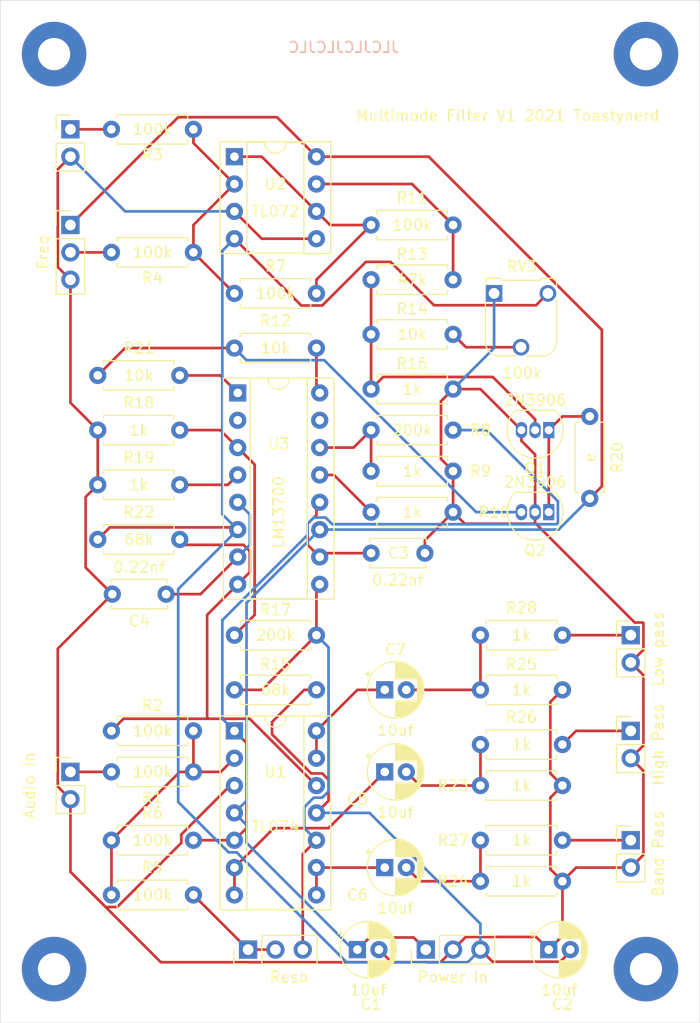
<source format=kicad_pcb>
(kicad_pcb (version 20171130) (host pcbnew "(5.1.6-0-10_14)")

  (general
    (thickness 1.6)
    (drawings 6)
    (tracks 255)
    (zones 0)
    (modules 53)
    (nets 38)
  )

  (page A4)
  (layers
    (0 F.Cu signal)
    (31 B.Cu signal)
    (32 B.Adhes user)
    (33 F.Adhes user)
    (34 B.Paste user)
    (35 F.Paste user)
    (36 B.SilkS user)
    (37 F.SilkS user)
    (38 B.Mask user)
    (39 F.Mask user)
    (40 Dwgs.User user)
    (41 Cmts.User user)
    (42 Eco1.User user)
    (43 Eco2.User user)
    (44 Edge.Cuts user)
    (45 Margin user)
    (46 B.CrtYd user)
    (47 F.CrtYd user)
    (48 B.Fab user)
    (49 F.Fab user)
  )

  (setup
    (last_trace_width 0.25)
    (trace_clearance 0.2)
    (zone_clearance 0.508)
    (zone_45_only no)
    (trace_min 0.2)
    (via_size 0.8)
    (via_drill 0.4)
    (via_min_size 0.4)
    (via_min_drill 0.3)
    (uvia_size 0.3)
    (uvia_drill 0.1)
    (uvias_allowed no)
    (uvia_min_size 0.2)
    (uvia_min_drill 0.1)
    (edge_width 0.05)
    (segment_width 0.2)
    (pcb_text_width 0.3)
    (pcb_text_size 1.5 1.5)
    (mod_edge_width 0.12)
    (mod_text_size 1 1)
    (mod_text_width 0.15)
    (pad_size 1.524 1.524)
    (pad_drill 0.762)
    (pad_to_mask_clearance 0.05)
    (aux_axis_origin 0 0)
    (visible_elements FFFFFF7F)
    (pcbplotparams
      (layerselection 0x010fc_ffffffff)
      (usegerberextensions false)
      (usegerberattributes true)
      (usegerberadvancedattributes true)
      (creategerberjobfile true)
      (excludeedgelayer true)
      (linewidth 0.100000)
      (plotframeref false)
      (viasonmask false)
      (mode 1)
      (useauxorigin false)
      (hpglpennumber 1)
      (hpglpenspeed 20)
      (hpglpendiameter 15.000000)
      (psnegative false)
      (psa4output false)
      (plotreference true)
      (plotvalue true)
      (plotinvisibletext false)
      (padsonsilk false)
      (subtractmaskfromsilk false)
      (outputformat 1)
      (mirror false)
      (drillshape 0)
      (scaleselection 1)
      (outputdirectory "gerber/"))
  )

  (net 0 "")
  (net 1 GND)
  (net 2 +12V)
  (net 3 -12V)
  (net 4 "Net-(C3-Pad1)")
  (net 5 "Net-(C4-Pad1)")
  (net 6 "Net-(C5-Pad2)")
  (net 7 "Net-(C5-Pad1)")
  (net 8 "Net-(C6-Pad2)")
  (net 9 "Net-(C6-Pad1)")
  (net 10 "Net-(C7-Pad2)")
  (net 11 "Net-(C7-Pad1)")
  (net 12 "Net-(J2-Pad1)")
  (net 13 "Net-(J3-Pad1)")
  (net 14 "Net-(J4-Pad1)")
  (net 15 "Net-(J5-Pad1)")
  (net 16 "Net-(J6-Pad1)")
  (net 17 "Net-(Q1-Pad1)")
  (net 18 "Net-(Q1-Pad2)")
  (net 19 "Net-(Q2-Pad3)")
  (net 20 "Net-(R1-Pad1)")
  (net 21 "Net-(R2-Pad1)")
  (net 22 "Net-(R3-Pad1)")
  (net 23 "Net-(R4-Pad2)")
  (net 24 "Net-(R5-Pad1)")
  (net 25 "Net-(R6-Pad1)")
  (net 26 "Net-(R11-Pad2)")
  (net 27 "Net-(R8-Pad1)")
  (net 28 "Net-(R10-Pad1)")
  (net 29 "Net-(R11-Pad1)")
  (net 30 "Net-(R12-Pad1)")
  (net 31 "Net-(R14-Pad2)")
  (net 32 "Net-(R15-Pad1)")
  (net 33 "Net-(R17-Pad1)")
  (net 34 "Net-(R19-Pad1)")
  (net 35 "Net-(R21-Pad1)")
  (net 36 "Net-(U3-Pad15)")
  (net 37 "Net-(U3-Pad2)")

  (net_class Default "This is the default net class."
    (clearance 0.2)
    (trace_width 0.25)
    (via_dia 0.8)
    (via_drill 0.4)
    (uvia_dia 0.3)
    (uvia_drill 0.1)
    (add_net +12V)
    (add_net -12V)
    (add_net GND)
    (add_net "Net-(C3-Pad1)")
    (add_net "Net-(C4-Pad1)")
    (add_net "Net-(C5-Pad1)")
    (add_net "Net-(C5-Pad2)")
    (add_net "Net-(C6-Pad1)")
    (add_net "Net-(C6-Pad2)")
    (add_net "Net-(C7-Pad1)")
    (add_net "Net-(C7-Pad2)")
    (add_net "Net-(J2-Pad1)")
    (add_net "Net-(J3-Pad1)")
    (add_net "Net-(J4-Pad1)")
    (add_net "Net-(J5-Pad1)")
    (add_net "Net-(J6-Pad1)")
    (add_net "Net-(Q1-Pad1)")
    (add_net "Net-(Q1-Pad2)")
    (add_net "Net-(Q2-Pad3)")
    (add_net "Net-(R1-Pad1)")
    (add_net "Net-(R10-Pad1)")
    (add_net "Net-(R11-Pad1)")
    (add_net "Net-(R11-Pad2)")
    (add_net "Net-(R12-Pad1)")
    (add_net "Net-(R14-Pad2)")
    (add_net "Net-(R15-Pad1)")
    (add_net "Net-(R17-Pad1)")
    (add_net "Net-(R19-Pad1)")
    (add_net "Net-(R2-Pad1)")
    (add_net "Net-(R21-Pad1)")
    (add_net "Net-(R3-Pad1)")
    (add_net "Net-(R4-Pad2)")
    (add_net "Net-(R5-Pad1)")
    (add_net "Net-(R6-Pad1)")
    (add_net "Net-(R8-Pad1)")
    (add_net "Net-(U3-Pad15)")
    (add_net "Net-(U3-Pad2)")
  )

  (module MountingHole:MountingHole_3mm_Pad (layer F.Cu) (tedit 56D1B4CB) (tstamp 60234319)
    (at 95 125)
    (descr "Mounting Hole 3mm")
    (tags "mounting hole 3mm")
    (attr virtual)
    (fp_text reference REF** (at 0 -4) (layer F.SilkS) hide
      (effects (font (size 1 1) (thickness 0.15)))
    )
    (fp_text value MountingHole_3mm_Pad (at 0 4) (layer F.Fab) hide
      (effects (font (size 1 1) (thickness 0.15)))
    )
    (fp_circle (center 0 0) (end 3 0) (layer Cmts.User) (width 0.15))
    (fp_circle (center 0 0) (end 3.25 0) (layer F.CrtYd) (width 0.05))
    (fp_text user %R (at 0.3 0) (layer F.Fab)
      (effects (font (size 1 1) (thickness 0.15)))
    )
    (pad 1 thru_hole circle (at 0 0) (size 6 6) (drill 3) (layers *.Cu *.Mask))
  )

  (module MountingHole:MountingHole_3mm_Pad (layer F.Cu) (tedit 56D1B4CB) (tstamp 6023430B)
    (at 150 125)
    (descr "Mounting Hole 3mm")
    (tags "mounting hole 3mm")
    (attr virtual)
    (fp_text reference REF** (at 0 -4) (layer F.SilkS) hide
      (effects (font (size 1 1) (thickness 0.15)))
    )
    (fp_text value MountingHole_3mm_Pad (at 0 4) (layer F.Fab) hide
      (effects (font (size 1 1) (thickness 0.15)))
    )
    (fp_circle (center 0 0) (end 3.25 0) (layer F.CrtYd) (width 0.05))
    (fp_circle (center 0 0) (end 3 0) (layer Cmts.User) (width 0.15))
    (fp_text user %R (at 0.3 0) (layer F.Fab)
      (effects (font (size 1 1) (thickness 0.15)))
    )
    (pad 1 thru_hole circle (at 0 0) (size 6 6) (drill 3) (layers *.Cu *.Mask))
  )

  (module MountingHole:MountingHole_3mm_Pad (layer F.Cu) (tedit 56D1B4CB) (tstamp 602342F6)
    (at 150 40)
    (descr "Mounting Hole 3mm")
    (tags "mounting hole 3mm")
    (attr virtual)
    (fp_text reference REF** (at 0 -4) (layer F.SilkS) hide
      (effects (font (size 1 1) (thickness 0.15)))
    )
    (fp_text value MountingHole_3mm_Pad (at 0 4) (layer F.Fab) hide
      (effects (font (size 1 1) (thickness 0.15)))
    )
    (fp_circle (center 0 0) (end 3 0) (layer Cmts.User) (width 0.15))
    (fp_circle (center 0 0) (end 3.25 0) (layer F.CrtYd) (width 0.05))
    (fp_text user %R (at 0.3 0) (layer F.Fab)
      (effects (font (size 1 1) (thickness 0.15)))
    )
    (pad 1 thru_hole circle (at 0 0) (size 6 6) (drill 3) (layers *.Cu *.Mask))
  )

  (module MountingHole:MountingHole_3mm_Pad (layer F.Cu) (tedit 56D1B4CB) (tstamp 602342CE)
    (at 95 40)
    (descr "Mounting Hole 3mm")
    (tags "mounting hole 3mm")
    (attr virtual)
    (fp_text reference REF** (at 0 -4) (layer F.SilkS) hide
      (effects (font (size 1 1) (thickness 0.15)))
    )
    (fp_text value MountingHole_3mm_Pad (at 0 4) (layer F.Fab) hide
      (effects (font (size 1 1) (thickness 0.15)))
    )
    (fp_circle (center 0 0) (end 3.25 0) (layer F.CrtYd) (width 0.05))
    (fp_circle (center 0 0) (end 3 0) (layer Cmts.User) (width 0.15))
    (fp_text user %R (at 0.3 0) (layer F.Fab)
      (effects (font (size 1 1) (thickness 0.15)))
    )
    (pad 1 thru_hole circle (at 0 0) (size 6 6) (drill 3) (layers *.Cu *.Mask))
  )

  (module Package_DIP:DIP-16_W7.62mm_Socket (layer F.Cu) (tedit 5A02E8C5) (tstamp 6022FA0D)
    (at 112.065001 71.475001)
    (descr "16-lead though-hole mounted DIP package, row spacing 7.62 mm (300 mils), Socket")
    (tags "THT DIP DIL PDIP 2.54mm 7.62mm 300mil Socket")
    (path /60211B88)
    (fp_text reference U3 (at 3.81 4.724999) (layer F.SilkS)
      (effects (font (size 1 1) (thickness 0.15)))
    )
    (fp_text value LM13700 (at 3.81 11.074999 90) (layer F.SilkS)
      (effects (font (size 1 1) (thickness 0.15)))
    )
    (fp_line (start 9.15 -1.6) (end -1.55 -1.6) (layer F.CrtYd) (width 0.05))
    (fp_line (start 9.15 19.4) (end 9.15 -1.6) (layer F.CrtYd) (width 0.05))
    (fp_line (start -1.55 19.4) (end 9.15 19.4) (layer F.CrtYd) (width 0.05))
    (fp_line (start -1.55 -1.6) (end -1.55 19.4) (layer F.CrtYd) (width 0.05))
    (fp_line (start 8.95 -1.39) (end -1.33 -1.39) (layer F.SilkS) (width 0.12))
    (fp_line (start 8.95 19.17) (end 8.95 -1.39) (layer F.SilkS) (width 0.12))
    (fp_line (start -1.33 19.17) (end 8.95 19.17) (layer F.SilkS) (width 0.12))
    (fp_line (start -1.33 -1.39) (end -1.33 19.17) (layer F.SilkS) (width 0.12))
    (fp_line (start 6.46 -1.33) (end 4.81 -1.33) (layer F.SilkS) (width 0.12))
    (fp_line (start 6.46 19.11) (end 6.46 -1.33) (layer F.SilkS) (width 0.12))
    (fp_line (start 1.16 19.11) (end 6.46 19.11) (layer F.SilkS) (width 0.12))
    (fp_line (start 1.16 -1.33) (end 1.16 19.11) (layer F.SilkS) (width 0.12))
    (fp_line (start 2.81 -1.33) (end 1.16 -1.33) (layer F.SilkS) (width 0.12))
    (fp_line (start 8.89 -1.33) (end -1.27 -1.33) (layer F.Fab) (width 0.1))
    (fp_line (start 8.89 19.11) (end 8.89 -1.33) (layer F.Fab) (width 0.1))
    (fp_line (start -1.27 19.11) (end 8.89 19.11) (layer F.Fab) (width 0.1))
    (fp_line (start -1.27 -1.33) (end -1.27 19.11) (layer F.Fab) (width 0.1))
    (fp_line (start 0.635 -0.27) (end 1.635 -1.27) (layer F.Fab) (width 0.1))
    (fp_line (start 0.635 19.05) (end 0.635 -0.27) (layer F.Fab) (width 0.1))
    (fp_line (start 6.985 19.05) (end 0.635 19.05) (layer F.Fab) (width 0.1))
    (fp_line (start 6.985 -1.27) (end 6.985 19.05) (layer F.Fab) (width 0.1))
    (fp_line (start 1.635 -1.27) (end 6.985 -1.27) (layer F.Fab) (width 0.1))
    (fp_arc (start 3.81 -1.33) (end 2.81 -1.33) (angle -180) (layer F.SilkS) (width 0.12))
    (pad 16 thru_hole oval (at 7.62 0) (size 1.6 1.6) (drill 0.8) (layers *.Cu *.Mask)
      (net 30 "Net-(R12-Pad1)"))
    (pad 8 thru_hole oval (at 0 17.78) (size 1.6 1.6) (drill 0.8) (layers *.Cu *.Mask)
      (net 21 "Net-(R2-Pad1)"))
    (pad 15 thru_hole oval (at 7.62 2.54) (size 1.6 1.6) (drill 0.8) (layers *.Cu *.Mask)
      (net 36 "Net-(U3-Pad15)"))
    (pad 7 thru_hole oval (at 0 15.24) (size 1.6 1.6) (drill 0.8) (layers *.Cu *.Mask)
      (net 5 "Net-(C4-Pad1)"))
    (pad 14 thru_hole oval (at 7.62 5.08) (size 1.6 1.6) (drill 0.8) (layers *.Cu *.Mask)
      (net 27 "Net-(R8-Pad1)"))
    (pad 6 thru_hole oval (at 0 12.7) (size 1.6 1.6) (drill 0.8) (layers *.Cu *.Mask)
      (net 3 -12V))
    (pad 13 thru_hole oval (at 7.62 7.62) (size 1.6 1.6) (drill 0.8) (layers *.Cu *.Mask)
      (net 28 "Net-(R10-Pad1)"))
    (pad 5 thru_hole oval (at 0 10.16) (size 1.6 1.6) (drill 0.8) (layers *.Cu *.Mask)
      (net 5 "Net-(C4-Pad1)"))
    (pad 12 thru_hole oval (at 7.62 10.16) (size 1.6 1.6) (drill 0.8) (layers *.Cu *.Mask)
      (net 4 "Net-(C3-Pad1)"))
    (pad 4 thru_hole oval (at 0 7.62) (size 1.6 1.6) (drill 0.8) (layers *.Cu *.Mask)
      (net 34 "Net-(R19-Pad1)"))
    (pad 11 thru_hole oval (at 7.62 12.7) (size 1.6 1.6) (drill 0.8) (layers *.Cu *.Mask)
      (net 2 +12V))
    (pad 3 thru_hole oval (at 0 5.08) (size 1.6 1.6) (drill 0.8) (layers *.Cu *.Mask)
      (net 33 "Net-(R17-Pad1)"))
    (pad 10 thru_hole oval (at 7.62 15.24) (size 1.6 1.6) (drill 0.8) (layers *.Cu *.Mask)
      (net 4 "Net-(C3-Pad1)"))
    (pad 2 thru_hole oval (at 0 2.54) (size 1.6 1.6) (drill 0.8) (layers *.Cu *.Mask)
      (net 37 "Net-(U3-Pad2)"))
    (pad 9 thru_hole oval (at 7.62 17.78) (size 1.6 1.6) (drill 0.8) (layers *.Cu *.Mask)
      (net 32 "Net-(R15-Pad1)"))
    (pad 1 thru_hole rect (at 0 0) (size 1.6 1.6) (drill 0.8) (layers *.Cu *.Mask)
      (net 35 "Net-(R21-Pad1)"))
    (model ${KISYS3DMOD}/Package_DIP.3dshapes/DIP-16_W7.62mm_Socket.wrl
      (at (xyz 0 0 0))
      (scale (xyz 1 1 1))
      (rotate (xyz 0 0 0))
    )
  )

  (module Package_DIP:DIP-8_W7.62mm_Socket (layer F.Cu) (tedit 5A02E8C5) (tstamp 6022F9E1)
    (at 111.76 49.53)
    (descr "8-lead though-hole mounted DIP package, row spacing 7.62 mm (300 mils), Socket")
    (tags "THT DIP DIL PDIP 2.54mm 7.62mm 300mil Socket")
    (path /602E6FAF)
    (fp_text reference U2 (at 3.81 2.54) (layer F.SilkS)
      (effects (font (size 1 1) (thickness 0.15)))
    )
    (fp_text value TL072 (at 3.81 5.08) (layer F.SilkS)
      (effects (font (size 1 1) (thickness 0.15)))
    )
    (fp_line (start 9.15 -1.6) (end -1.55 -1.6) (layer F.CrtYd) (width 0.05))
    (fp_line (start 9.15 9.2) (end 9.15 -1.6) (layer F.CrtYd) (width 0.05))
    (fp_line (start -1.55 9.2) (end 9.15 9.2) (layer F.CrtYd) (width 0.05))
    (fp_line (start -1.55 -1.6) (end -1.55 9.2) (layer F.CrtYd) (width 0.05))
    (fp_line (start 8.95 -1.39) (end -1.33 -1.39) (layer F.SilkS) (width 0.12))
    (fp_line (start 8.95 9.01) (end 8.95 -1.39) (layer F.SilkS) (width 0.12))
    (fp_line (start -1.33 9.01) (end 8.95 9.01) (layer F.SilkS) (width 0.12))
    (fp_line (start -1.33 -1.39) (end -1.33 9.01) (layer F.SilkS) (width 0.12))
    (fp_line (start 6.46 -1.33) (end 4.81 -1.33) (layer F.SilkS) (width 0.12))
    (fp_line (start 6.46 8.95) (end 6.46 -1.33) (layer F.SilkS) (width 0.12))
    (fp_line (start 1.16 8.95) (end 6.46 8.95) (layer F.SilkS) (width 0.12))
    (fp_line (start 1.16 -1.33) (end 1.16 8.95) (layer F.SilkS) (width 0.12))
    (fp_line (start 2.81 -1.33) (end 1.16 -1.33) (layer F.SilkS) (width 0.12))
    (fp_line (start 8.89 -1.33) (end -1.27 -1.33) (layer F.Fab) (width 0.1))
    (fp_line (start 8.89 8.95) (end 8.89 -1.33) (layer F.Fab) (width 0.1))
    (fp_line (start -1.27 8.95) (end 8.89 8.95) (layer F.Fab) (width 0.1))
    (fp_line (start -1.27 -1.33) (end -1.27 8.95) (layer F.Fab) (width 0.1))
    (fp_line (start 0.635 -0.27) (end 1.635 -1.27) (layer F.Fab) (width 0.1))
    (fp_line (start 0.635 8.89) (end 0.635 -0.27) (layer F.Fab) (width 0.1))
    (fp_line (start 6.985 8.89) (end 0.635 8.89) (layer F.Fab) (width 0.1))
    (fp_line (start 6.985 -1.27) (end 6.985 8.89) (layer F.Fab) (width 0.1))
    (fp_line (start 1.635 -1.27) (end 6.985 -1.27) (layer F.Fab) (width 0.1))
    (fp_arc (start 3.81 -1.33) (end 2.81 -1.33) (angle -180) (layer F.SilkS) (width 0.12))
    (pad 8 thru_hole oval (at 7.62 0) (size 1.6 1.6) (drill 0.8) (layers *.Cu *.Mask)
      (net 2 +12V))
    (pad 4 thru_hole oval (at 0 7.62) (size 1.6 1.6) (drill 0.8) (layers *.Cu *.Mask)
      (net 3 -12V))
    (pad 7 thru_hole oval (at 7.62 2.54) (size 1.6 1.6) (drill 0.8) (layers *.Cu *.Mask)
      (net 29 "Net-(R11-Pad1)"))
    (pad 3 thru_hole oval (at 0 5.08) (size 1.6 1.6) (drill 0.8) (layers *.Cu *.Mask)
      (net 1 GND))
    (pad 6 thru_hole oval (at 7.62 5.08) (size 1.6 1.6) (drill 0.8) (layers *.Cu *.Mask)
      (net 26 "Net-(R11-Pad2)"))
    (pad 2 thru_hole oval (at 0 2.54) (size 1.6 1.6) (drill 0.8) (layers *.Cu *.Mask)
      (net 22 "Net-(R3-Pad1)"))
    (pad 5 thru_hole oval (at 7.62 7.62) (size 1.6 1.6) (drill 0.8) (layers *.Cu *.Mask)
      (net 1 GND))
    (pad 1 thru_hole rect (at 0 0) (size 1.6 1.6) (drill 0.8) (layers *.Cu *.Mask)
      (net 26 "Net-(R11-Pad2)"))
    (model ${KISYS3DMOD}/Package_DIP.3dshapes/DIP-8_W7.62mm_Socket.wrl
      (at (xyz 0 0 0))
      (scale (xyz 1 1 1))
      (rotate (xyz 0 0 0))
    )
  )

  (module Package_DIP:DIP-14_W7.62mm_Socket (layer F.Cu) (tedit 5A02E8C5) (tstamp 6022F9BD)
    (at 111.76 102.87)
    (descr "14-lead though-hole mounted DIP package, row spacing 7.62 mm (300 mils), Socket")
    (tags "THT DIP DIL PDIP 2.54mm 7.62mm 300mil Socket")
    (path /6020AF6D)
    (fp_text reference U1 (at 3.81 3.81) (layer F.SilkS)
      (effects (font (size 1 1) (thickness 0.15)))
    )
    (fp_text value TL074 (at 3.81 8.89) (layer F.SilkS)
      (effects (font (size 1 1) (thickness 0.15)))
    )
    (fp_line (start 9.15 -1.6) (end -1.55 -1.6) (layer F.CrtYd) (width 0.05))
    (fp_line (start 9.15 16.85) (end 9.15 -1.6) (layer F.CrtYd) (width 0.05))
    (fp_line (start -1.55 16.85) (end 9.15 16.85) (layer F.CrtYd) (width 0.05))
    (fp_line (start -1.55 -1.6) (end -1.55 16.85) (layer F.CrtYd) (width 0.05))
    (fp_line (start 8.95 -1.39) (end -1.33 -1.39) (layer F.SilkS) (width 0.12))
    (fp_line (start 8.95 16.63) (end 8.95 -1.39) (layer F.SilkS) (width 0.12))
    (fp_line (start -1.33 16.63) (end 8.95 16.63) (layer F.SilkS) (width 0.12))
    (fp_line (start -1.33 -1.39) (end -1.33 16.63) (layer F.SilkS) (width 0.12))
    (fp_line (start 6.46 -1.33) (end 4.81 -1.33) (layer F.SilkS) (width 0.12))
    (fp_line (start 6.46 16.57) (end 6.46 -1.33) (layer F.SilkS) (width 0.12))
    (fp_line (start 1.16 16.57) (end 6.46 16.57) (layer F.SilkS) (width 0.12))
    (fp_line (start 1.16 -1.33) (end 1.16 16.57) (layer F.SilkS) (width 0.12))
    (fp_line (start 2.81 -1.33) (end 1.16 -1.33) (layer F.SilkS) (width 0.12))
    (fp_line (start 8.89 -1.33) (end -1.27 -1.33) (layer F.Fab) (width 0.1))
    (fp_line (start 8.89 16.57) (end 8.89 -1.33) (layer F.Fab) (width 0.1))
    (fp_line (start -1.27 16.57) (end 8.89 16.57) (layer F.Fab) (width 0.1))
    (fp_line (start -1.27 -1.33) (end -1.27 16.57) (layer F.Fab) (width 0.1))
    (fp_line (start 0.635 -0.27) (end 1.635 -1.27) (layer F.Fab) (width 0.1))
    (fp_line (start 0.635 16.51) (end 0.635 -0.27) (layer F.Fab) (width 0.1))
    (fp_line (start 6.985 16.51) (end 0.635 16.51) (layer F.Fab) (width 0.1))
    (fp_line (start 6.985 -1.27) (end 6.985 16.51) (layer F.Fab) (width 0.1))
    (fp_line (start 1.635 -1.27) (end 6.985 -1.27) (layer F.Fab) (width 0.1))
    (fp_arc (start 3.81 -1.33) (end 2.81 -1.33) (angle -180) (layer F.SilkS) (width 0.12))
    (pad 14 thru_hole oval (at 7.62 0) (size 1.6 1.6) (drill 0.8) (layers *.Cu *.Mask)
      (net 11 "Net-(C7-Pad1)"))
    (pad 7 thru_hole oval (at 0 15.24) (size 1.6 1.6) (drill 0.8) (layers *.Cu *.Mask)
      (net 7 "Net-(C5-Pad1)"))
    (pad 13 thru_hole oval (at 7.62 2.54) (size 1.6 1.6) (drill 0.8) (layers *.Cu *.Mask)
      (net 11 "Net-(C7-Pad1)"))
    (pad 6 thru_hole oval (at 0 12.7) (size 1.6 1.6) (drill 0.8) (layers *.Cu *.Mask)
      (net 7 "Net-(C5-Pad1)"))
    (pad 12 thru_hole oval (at 7.62 5.08) (size 1.6 1.6) (drill 0.8) (layers *.Cu *.Mask)
      (net 21 "Net-(R2-Pad1)"))
    (pad 5 thru_hole oval (at 0 10.16) (size 1.6 1.6) (drill 0.8) (layers *.Cu *.Mask)
      (net 25 "Net-(R6-Pad1)"))
    (pad 11 thru_hole oval (at 7.62 7.62) (size 1.6 1.6) (drill 0.8) (layers *.Cu *.Mask)
      (net 3 -12V))
    (pad 4 thru_hole oval (at 0 7.62) (size 1.6 1.6) (drill 0.8) (layers *.Cu *.Mask)
      (net 2 +12V))
    (pad 10 thru_hole oval (at 7.62 10.16) (size 1.6 1.6) (drill 0.8) (layers *.Cu *.Mask)
      (net 32 "Net-(R15-Pad1)"))
    (pad 3 thru_hole oval (at 0 5.08) (size 1.6 1.6) (drill 0.8) (layers *.Cu *.Mask)
      (net 1 GND))
    (pad 9 thru_hole oval (at 7.62 12.7) (size 1.6 1.6) (drill 0.8) (layers *.Cu *.Mask)
      (net 9 "Net-(C6-Pad1)"))
    (pad 2 thru_hole oval (at 0 2.54) (size 1.6 1.6) (drill 0.8) (layers *.Cu *.Mask)
      (net 20 "Net-(R1-Pad1)"))
    (pad 8 thru_hole oval (at 7.62 15.24) (size 1.6 1.6) (drill 0.8) (layers *.Cu *.Mask)
      (net 9 "Net-(C6-Pad1)"))
    (pad 1 thru_hole rect (at 0 0) (size 1.6 1.6) (drill 0.8) (layers *.Cu *.Mask)
      (net 25 "Net-(R6-Pad1)"))
    (model ${KISYS3DMOD}/Package_DIP.3dshapes/DIP-14_W7.62mm_Socket.wrl
      (at (xyz 0 0 0))
      (scale (xyz 1 1 1))
      (rotate (xyz 0 0 0))
    )
  )

  (module Potentiometer_THT:Potentiometer_Runtron_RM-065_Vertical (layer F.Cu) (tedit 5BF6754C) (tstamp 6022F993)
    (at 135.89 62.23)
    (descr "Potentiometer, vertical, Trimmer, RM-065 http://www.runtron.com/down/PDF%20Datasheet/Carbon%20Film%20Potentiometer/RM065%20RM063.pdf")
    (tags "Potentiometer Trimmer RM-065")
    (path /60267EB0)
    (fp_text reference RV3 (at 2.6 -2.5) (layer F.SilkS)
      (effects (font (size 1 1) (thickness 0.15)))
    )
    (fp_text value 100k (at 2.6 7.4) (layer F.SilkS)
      (effects (font (size 1 1) (thickness 0.15)))
    )
    (fp_line (start -0.71 -1.41) (end 0.71 -1.41) (layer F.SilkS) (width 0.12))
    (fp_line (start 0.71 -1.21) (end 4.29 -1.21) (layer F.SilkS) (width 0.12))
    (fp_line (start 4.29 -1.21) (end 4.29 -1.41) (layer F.SilkS) (width 0.12))
    (fp_line (start 4.29 -1.41) (end 5.71 -1.41) (layer F.SilkS) (width 0.12))
    (fp_line (start 5.71 -1.41) (end 5.71 -1.21) (layer F.SilkS) (width 0.12))
    (fp_line (start 1.99 5.81) (end 0.5 5.81) (layer F.SilkS) (width 0.12))
    (fp_line (start -0.81 4.5) (end -0.81 0.96) (layer F.SilkS) (width 0.12))
    (fp_line (start 5.81 0.52) (end 5.81 4.5) (layer F.SilkS) (width 0.12))
    (fp_line (start 4.5 5.81) (end 3.01 5.81) (layer F.SilkS) (width 0.12))
    (fp_line (start 0.5 5.7) (end 4.5 5.7) (layer F.Fab) (width 0.1))
    (fp_line (start 5.7 4.5) (end 5.7 -1.1) (layer F.Fab) (width 0.1))
    (fp_line (start -0.7 4.5) (end -0.7 -1.1) (layer F.Fab) (width 0.1))
    (fp_line (start -0.6 -1.1) (end -0.6 -1.3) (layer F.Fab) (width 0.1))
    (fp_line (start -0.6 -1.3) (end 0.6 -1.3) (layer F.Fab) (width 0.1))
    (fp_line (start 0.6 -1.3) (end 0.6 -1.1) (layer F.Fab) (width 0.1))
    (fp_line (start 5.6 -1.1) (end 5.6 -1.3) (layer F.Fab) (width 0.1))
    (fp_line (start 5.6 -1.3) (end 4.41 -1.3) (layer F.Fab) (width 0.1))
    (fp_line (start 4.4 -1.3) (end 4.4 -1.1) (layer F.Fab) (width 0.1))
    (fp_line (start 5.7 -1.1) (end -0.7 -1.1) (layer F.Fab) (width 0.1))
    (fp_line (start 6.05 6.03) (end -1.05 6.03) (layer F.CrtYd) (width 0.05))
    (fp_line (start 6.03 6.05) (end 6.03 -1.55) (layer F.CrtYd) (width 0.05))
    (fp_line (start -1.03 -1.55) (end -1.03 6.05) (layer F.CrtYd) (width 0.05))
    (fp_line (start -1.03 -1.55) (end 6.03 -1.55) (layer F.CrtYd) (width 0.05))
    (fp_circle (center 2.5 2.5) (end 5.5 2.5) (layer F.Fab) (width 0.1))
    (fp_line (start 0.71 -1.21) (end 0.71 -1.41) (layer F.SilkS) (width 0.12))
    (fp_line (start -0.71 -1.41) (end -0.71 -1.21) (layer F.SilkS) (width 0.12))
    (fp_line (start -0.71 -1.21) (end -0.81 -1.21) (layer F.SilkS) (width 0.12))
    (fp_line (start -0.81 -1.21) (end -0.81 -0.96) (layer F.SilkS) (width 0.12))
    (fp_line (start 5.71 -1.21) (end 5.81 -1.21) (layer F.SilkS) (width 0.12))
    (fp_line (start 5.81 -1.21) (end 5.81 -0.52) (layer F.SilkS) (width 0.12))
    (fp_arc (start 4.5 4.5) (end 4.5 5.7) (angle -90) (layer F.Fab) (width 0.1))
    (fp_arc (start 0.5 4.5) (end -0.7 4.5) (angle -90) (layer F.Fab) (width 0.1))
    (fp_arc (start 0.5 4.5) (end -0.81 4.5) (angle -90) (layer F.SilkS) (width 0.12))
    (fp_arc (start 4.5 4.5) (end 4.5 5.81) (angle -90) (layer F.SilkS) (width 0.12))
    (pad 2 thru_hole circle (at 2.5 5) (size 1.55 1.55) (drill 1) (layers *.Cu *.Mask)
      (net 31 "Net-(R14-Pad2)"))
    (pad 1 thru_hole rect (at 0 0) (size 1.55 1.55) (drill 1) (layers *.Cu *.Mask)
      (net 1 GND))
    (pad 3 thru_hole circle (at 5 0) (size 1.55 1.55) (drill 1) (layers *.Cu *.Mask)
      (net 3 -12V))
    (model ${KISYS3DMOD}/Potentiometer_THT.3dshapes/Potentiometer_Runtron_RM-065_Vertical.wrl
      (at (xyz 0 0 0))
      (scale (xyz 1 1 1))
      (rotate (xyz 0 0 0))
    )
  )

  (module Connector_PinHeader_2.54mm:PinHeader_1x03_P2.54mm_Vertical (layer F.Cu) (tedit 59FED5CC) (tstamp 60231C17)
    (at 113.03 123.19 90)
    (descr "Through hole straight pin header, 1x03, 2.54mm pitch, single row")
    (tags "Through hole pin header THT 1x03 2.54mm single row")
    (path /602378C1)
    (fp_text reference RV2 (at 0 -2.33 90) (layer F.SilkS) hide
      (effects (font (size 1 1) (thickness 0.15)))
    )
    (fp_text value Reso (at -2.54 3.81 180) (layer F.SilkS)
      (effects (font (size 1 1) (thickness 0.15)))
    )
    (fp_line (start 1.8 -1.8) (end -1.8 -1.8) (layer F.CrtYd) (width 0.05))
    (fp_line (start 1.8 6.85) (end 1.8 -1.8) (layer F.CrtYd) (width 0.05))
    (fp_line (start -1.8 6.85) (end 1.8 6.85) (layer F.CrtYd) (width 0.05))
    (fp_line (start -1.8 -1.8) (end -1.8 6.85) (layer F.CrtYd) (width 0.05))
    (fp_line (start -1.33 -1.33) (end 0 -1.33) (layer F.SilkS) (width 0.12))
    (fp_line (start -1.33 0) (end -1.33 -1.33) (layer F.SilkS) (width 0.12))
    (fp_line (start -1.33 1.27) (end 1.33 1.27) (layer F.SilkS) (width 0.12))
    (fp_line (start 1.33 1.27) (end 1.33 6.41) (layer F.SilkS) (width 0.12))
    (fp_line (start -1.33 1.27) (end -1.33 6.41) (layer F.SilkS) (width 0.12))
    (fp_line (start -1.33 6.41) (end 1.33 6.41) (layer F.SilkS) (width 0.12))
    (fp_line (start -1.27 -0.635) (end -0.635 -1.27) (layer F.Fab) (width 0.1))
    (fp_line (start -1.27 6.35) (end -1.27 -0.635) (layer F.Fab) (width 0.1))
    (fp_line (start 1.27 6.35) (end -1.27 6.35) (layer F.Fab) (width 0.1))
    (fp_line (start 1.27 -1.27) (end 1.27 6.35) (layer F.Fab) (width 0.1))
    (fp_line (start -0.635 -1.27) (end 1.27 -1.27) (layer F.Fab) (width 0.1))
    (fp_text user %R (at 0 2.54) (layer F.Fab)
      (effects (font (size 1 1) (thickness 0.15)))
    )
    (pad 3 thru_hole oval (at 0 5.08 90) (size 1.7 1.7) (drill 1) (layers *.Cu *.Mask)
      (net 32 "Net-(R15-Pad1)"))
    (pad 2 thru_hole oval (at 0 2.54 90) (size 1.7 1.7) (drill 1) (layers *.Cu *.Mask)
      (net 24 "Net-(R5-Pad1)"))
    (pad 1 thru_hole rect (at 0 0 90) (size 1.7 1.7) (drill 1) (layers *.Cu *.Mask)
      (net 24 "Net-(R5-Pad1)"))
    (model ${KISYS3DMOD}/Connector_PinHeader_2.54mm.3dshapes/PinHeader_1x03_P2.54mm_Vertical.wrl
      (at (xyz 0 0 0))
      (scale (xyz 1 1 1))
      (rotate (xyz 0 0 0))
    )
  )

  (module Connector_PinHeader_2.54mm:PinHeader_1x03_P2.54mm_Vertical (layer F.Cu) (tedit 59FED5CC) (tstamp 6022F952)
    (at 96.52 55.88)
    (descr "Through hole straight pin header, 1x03, 2.54mm pitch, single row")
    (tags "Through hole pin header THT 1x03 2.54mm single row")
    (path /6023C147)
    (fp_text reference RV1 (at 0 -2.33) (layer F.SilkS) hide
      (effects (font (size 1 1) (thickness 0.15)))
    )
    (fp_text value Freq (at -2.54 2.54 90) (layer F.SilkS)
      (effects (font (size 1 1) (thickness 0.15)))
    )
    (fp_line (start 1.8 -1.8) (end -1.8 -1.8) (layer F.CrtYd) (width 0.05))
    (fp_line (start 1.8 6.85) (end 1.8 -1.8) (layer F.CrtYd) (width 0.05))
    (fp_line (start -1.8 6.85) (end 1.8 6.85) (layer F.CrtYd) (width 0.05))
    (fp_line (start -1.8 -1.8) (end -1.8 6.85) (layer F.CrtYd) (width 0.05))
    (fp_line (start -1.33 -1.33) (end 0 -1.33) (layer F.SilkS) (width 0.12))
    (fp_line (start -1.33 0) (end -1.33 -1.33) (layer F.SilkS) (width 0.12))
    (fp_line (start -1.33 1.27) (end 1.33 1.27) (layer F.SilkS) (width 0.12))
    (fp_line (start 1.33 1.27) (end 1.33 6.41) (layer F.SilkS) (width 0.12))
    (fp_line (start -1.33 1.27) (end -1.33 6.41) (layer F.SilkS) (width 0.12))
    (fp_line (start -1.33 6.41) (end 1.33 6.41) (layer F.SilkS) (width 0.12))
    (fp_line (start -1.27 -0.635) (end -0.635 -1.27) (layer F.Fab) (width 0.1))
    (fp_line (start -1.27 6.35) (end -1.27 -0.635) (layer F.Fab) (width 0.1))
    (fp_line (start 1.27 6.35) (end -1.27 6.35) (layer F.Fab) (width 0.1))
    (fp_line (start 1.27 -1.27) (end 1.27 6.35) (layer F.Fab) (width 0.1))
    (fp_line (start -0.635 -1.27) (end 1.27 -1.27) (layer F.Fab) (width 0.1))
    (pad 3 thru_hole oval (at 0 5.08) (size 1.7 1.7) (drill 1) (layers *.Cu *.Mask)
      (net 1 GND))
    (pad 2 thru_hole oval (at 0 2.54) (size 1.7 1.7) (drill 1) (layers *.Cu *.Mask)
      (net 23 "Net-(R4-Pad2)"))
    (pad 1 thru_hole rect (at 0 0) (size 1.7 1.7) (drill 1) (layers *.Cu *.Mask)
      (net 2 +12V))
    (model ${KISYS3DMOD}/Connector_PinHeader_2.54mm.3dshapes/PinHeader_1x03_P2.54mm_Vertical.wrl
      (at (xyz 0 0 0))
      (scale (xyz 1 1 1))
      (rotate (xyz 0 0 0))
    )
  )

  (module Resistor_THT:R_Axial_DIN0207_L6.3mm_D2.5mm_P7.62mm_Horizontal (layer F.Cu) (tedit 5AE5139B) (tstamp 6022F93B)
    (at 142.24 93.98 180)
    (descr "Resistor, Axial_DIN0207 series, Axial, Horizontal, pin pitch=7.62mm, 0.25W = 1/4W, length*diameter=6.3*2.5mm^2, http://cdn-reichelt.de/documents/datenblatt/B400/1_4W%23YAG.pdf")
    (tags "Resistor Axial_DIN0207 series Axial Horizontal pin pitch 7.62mm 0.25W = 1/4W length 6.3mm diameter 2.5mm")
    (path /60335355)
    (fp_text reference R28 (at 3.81 2.54) (layer F.SilkS)
      (effects (font (size 1 1) (thickness 0.15)))
    )
    (fp_text value 1k (at 3.81 0) (layer F.SilkS)
      (effects (font (size 1 1) (thickness 0.15)))
    )
    (fp_line (start 8.67 -1.5) (end -1.05 -1.5) (layer F.CrtYd) (width 0.05))
    (fp_line (start 8.67 1.5) (end 8.67 -1.5) (layer F.CrtYd) (width 0.05))
    (fp_line (start -1.05 1.5) (end 8.67 1.5) (layer F.CrtYd) (width 0.05))
    (fp_line (start -1.05 -1.5) (end -1.05 1.5) (layer F.CrtYd) (width 0.05))
    (fp_line (start 7.08 1.37) (end 7.08 1.04) (layer F.SilkS) (width 0.12))
    (fp_line (start 0.54 1.37) (end 7.08 1.37) (layer F.SilkS) (width 0.12))
    (fp_line (start 0.54 1.04) (end 0.54 1.37) (layer F.SilkS) (width 0.12))
    (fp_line (start 7.08 -1.37) (end 7.08 -1.04) (layer F.SilkS) (width 0.12))
    (fp_line (start 0.54 -1.37) (end 7.08 -1.37) (layer F.SilkS) (width 0.12))
    (fp_line (start 0.54 -1.04) (end 0.54 -1.37) (layer F.SilkS) (width 0.12))
    (fp_line (start 7.62 0) (end 6.96 0) (layer F.Fab) (width 0.1))
    (fp_line (start 0 0) (end 0.66 0) (layer F.Fab) (width 0.1))
    (fp_line (start 6.96 -1.25) (end 0.66 -1.25) (layer F.Fab) (width 0.1))
    (fp_line (start 6.96 1.25) (end 6.96 -1.25) (layer F.Fab) (width 0.1))
    (fp_line (start 0.66 1.25) (end 6.96 1.25) (layer F.Fab) (width 0.1))
    (fp_line (start 0.66 -1.25) (end 0.66 1.25) (layer F.Fab) (width 0.1))
    (pad 2 thru_hole oval (at 7.62 0 180) (size 1.6 1.6) (drill 0.8) (layers *.Cu *.Mask)
      (net 10 "Net-(C7-Pad2)"))
    (pad 1 thru_hole circle (at 0 0 180) (size 1.6 1.6) (drill 0.8) (layers *.Cu *.Mask)
      (net 16 "Net-(J6-Pad1)"))
    (model ${KISYS3DMOD}/Resistor_THT.3dshapes/R_Axial_DIN0207_L6.3mm_D2.5mm_P7.62mm_Horizontal.wrl
      (at (xyz 0 0 0))
      (scale (xyz 1 1 1))
      (rotate (xyz 0 0 0))
    )
  )

  (module Resistor_THT:R_Axial_DIN0207_L6.3mm_D2.5mm_P7.62mm_Horizontal (layer F.Cu) (tedit 5AE5139B) (tstamp 6022F924)
    (at 142.24 113.03 180)
    (descr "Resistor, Axial_DIN0207 series, Axial, Horizontal, pin pitch=7.62mm, 0.25W = 1/4W, length*diameter=6.3*2.5mm^2, http://cdn-reichelt.de/documents/datenblatt/B400/1_4W%23YAG.pdf")
    (tags "Resistor Axial_DIN0207 series Axial Horizontal pin pitch 7.62mm 0.25W = 1/4W length 6.3mm diameter 2.5mm")
    (path /60333C21)
    (fp_text reference R27 (at 10.16 0) (layer F.SilkS)
      (effects (font (size 1 1) (thickness 0.15)))
    )
    (fp_text value 1k (at 3.81 0) (layer F.SilkS)
      (effects (font (size 1 1) (thickness 0.15)))
    )
    (fp_line (start 8.67 -1.5) (end -1.05 -1.5) (layer F.CrtYd) (width 0.05))
    (fp_line (start 8.67 1.5) (end 8.67 -1.5) (layer F.CrtYd) (width 0.05))
    (fp_line (start -1.05 1.5) (end 8.67 1.5) (layer F.CrtYd) (width 0.05))
    (fp_line (start -1.05 -1.5) (end -1.05 1.5) (layer F.CrtYd) (width 0.05))
    (fp_line (start 7.08 1.37) (end 7.08 1.04) (layer F.SilkS) (width 0.12))
    (fp_line (start 0.54 1.37) (end 7.08 1.37) (layer F.SilkS) (width 0.12))
    (fp_line (start 0.54 1.04) (end 0.54 1.37) (layer F.SilkS) (width 0.12))
    (fp_line (start 7.08 -1.37) (end 7.08 -1.04) (layer F.SilkS) (width 0.12))
    (fp_line (start 0.54 -1.37) (end 7.08 -1.37) (layer F.SilkS) (width 0.12))
    (fp_line (start 0.54 -1.04) (end 0.54 -1.37) (layer F.SilkS) (width 0.12))
    (fp_line (start 7.62 0) (end 6.96 0) (layer F.Fab) (width 0.1))
    (fp_line (start 0 0) (end 0.66 0) (layer F.Fab) (width 0.1))
    (fp_line (start 6.96 -1.25) (end 0.66 -1.25) (layer F.Fab) (width 0.1))
    (fp_line (start 6.96 1.25) (end 6.96 -1.25) (layer F.Fab) (width 0.1))
    (fp_line (start 0.66 1.25) (end 6.96 1.25) (layer F.Fab) (width 0.1))
    (fp_line (start 0.66 -1.25) (end 0.66 1.25) (layer F.Fab) (width 0.1))
    (pad 2 thru_hole oval (at 7.62 0 180) (size 1.6 1.6) (drill 0.8) (layers *.Cu *.Mask)
      (net 8 "Net-(C6-Pad2)"))
    (pad 1 thru_hole circle (at 0 0 180) (size 1.6 1.6) (drill 0.8) (layers *.Cu *.Mask)
      (net 15 "Net-(J5-Pad1)"))
    (model ${KISYS3DMOD}/Resistor_THT.3dshapes/R_Axial_DIN0207_L6.3mm_D2.5mm_P7.62mm_Horizontal.wrl
      (at (xyz 0 0 0))
      (scale (xyz 1 1 1))
      (rotate (xyz 0 0 0))
    )
  )

  (module Resistor_THT:R_Axial_DIN0207_L6.3mm_D2.5mm_P7.62mm_Horizontal (layer F.Cu) (tedit 5AE5139B) (tstamp 6022F90D)
    (at 142.24 104.14 180)
    (descr "Resistor, Axial_DIN0207 series, Axial, Horizontal, pin pitch=7.62mm, 0.25W = 1/4W, length*diameter=6.3*2.5mm^2, http://cdn-reichelt.de/documents/datenblatt/B400/1_4W%23YAG.pdf")
    (tags "Resistor Axial_DIN0207 series Axial Horizontal pin pitch 7.62mm 0.25W = 1/4W length 6.3mm diameter 2.5mm")
    (path /6033227C)
    (fp_text reference R26 (at 3.81 2.54) (layer F.SilkS)
      (effects (font (size 1 1) (thickness 0.15)))
    )
    (fp_text value 1k (at 3.81 0) (layer F.SilkS)
      (effects (font (size 1 1) (thickness 0.15)))
    )
    (fp_line (start 8.67 -1.5) (end -1.05 -1.5) (layer F.CrtYd) (width 0.05))
    (fp_line (start 8.67 1.5) (end 8.67 -1.5) (layer F.CrtYd) (width 0.05))
    (fp_line (start -1.05 1.5) (end 8.67 1.5) (layer F.CrtYd) (width 0.05))
    (fp_line (start -1.05 -1.5) (end -1.05 1.5) (layer F.CrtYd) (width 0.05))
    (fp_line (start 7.08 1.37) (end 7.08 1.04) (layer F.SilkS) (width 0.12))
    (fp_line (start 0.54 1.37) (end 7.08 1.37) (layer F.SilkS) (width 0.12))
    (fp_line (start 0.54 1.04) (end 0.54 1.37) (layer F.SilkS) (width 0.12))
    (fp_line (start 7.08 -1.37) (end 7.08 -1.04) (layer F.SilkS) (width 0.12))
    (fp_line (start 0.54 -1.37) (end 7.08 -1.37) (layer F.SilkS) (width 0.12))
    (fp_line (start 0.54 -1.04) (end 0.54 -1.37) (layer F.SilkS) (width 0.12))
    (fp_line (start 7.62 0) (end 6.96 0) (layer F.Fab) (width 0.1))
    (fp_line (start 0 0) (end 0.66 0) (layer F.Fab) (width 0.1))
    (fp_line (start 6.96 -1.25) (end 0.66 -1.25) (layer F.Fab) (width 0.1))
    (fp_line (start 6.96 1.25) (end 6.96 -1.25) (layer F.Fab) (width 0.1))
    (fp_line (start 0.66 1.25) (end 6.96 1.25) (layer F.Fab) (width 0.1))
    (fp_line (start 0.66 -1.25) (end 0.66 1.25) (layer F.Fab) (width 0.1))
    (pad 2 thru_hole oval (at 7.62 0 180) (size 1.6 1.6) (drill 0.8) (layers *.Cu *.Mask)
      (net 6 "Net-(C5-Pad2)"))
    (pad 1 thru_hole circle (at 0 0 180) (size 1.6 1.6) (drill 0.8) (layers *.Cu *.Mask)
      (net 14 "Net-(J4-Pad1)"))
    (model ${KISYS3DMOD}/Resistor_THT.3dshapes/R_Axial_DIN0207_L6.3mm_D2.5mm_P7.62mm_Horizontal.wrl
      (at (xyz 0 0 0))
      (scale (xyz 1 1 1))
      (rotate (xyz 0 0 0))
    )
  )

  (module Resistor_THT:R_Axial_DIN0207_L6.3mm_D2.5mm_P7.62mm_Horizontal (layer F.Cu) (tedit 5AE5139B) (tstamp 6022F8F6)
    (at 134.62 99.06)
    (descr "Resistor, Axial_DIN0207 series, Axial, Horizontal, pin pitch=7.62mm, 0.25W = 1/4W, length*diameter=6.3*2.5mm^2, http://cdn-reichelt.de/documents/datenblatt/B400/1_4W%23YAG.pdf")
    (tags "Resistor Axial_DIN0207 series Axial Horizontal pin pitch 7.62mm 0.25W = 1/4W length 6.3mm diameter 2.5mm")
    (path /6033469F)
    (fp_text reference R25 (at 3.81 -2.37) (layer F.SilkS)
      (effects (font (size 1 1) (thickness 0.15)))
    )
    (fp_text value 1k (at 3.81 0) (layer F.SilkS)
      (effects (font (size 1 1) (thickness 0.15)))
    )
    (fp_line (start 8.67 -1.5) (end -1.05 -1.5) (layer F.CrtYd) (width 0.05))
    (fp_line (start 8.67 1.5) (end 8.67 -1.5) (layer F.CrtYd) (width 0.05))
    (fp_line (start -1.05 1.5) (end 8.67 1.5) (layer F.CrtYd) (width 0.05))
    (fp_line (start -1.05 -1.5) (end -1.05 1.5) (layer F.CrtYd) (width 0.05))
    (fp_line (start 7.08 1.37) (end 7.08 1.04) (layer F.SilkS) (width 0.12))
    (fp_line (start 0.54 1.37) (end 7.08 1.37) (layer F.SilkS) (width 0.12))
    (fp_line (start 0.54 1.04) (end 0.54 1.37) (layer F.SilkS) (width 0.12))
    (fp_line (start 7.08 -1.37) (end 7.08 -1.04) (layer F.SilkS) (width 0.12))
    (fp_line (start 0.54 -1.37) (end 7.08 -1.37) (layer F.SilkS) (width 0.12))
    (fp_line (start 0.54 -1.04) (end 0.54 -1.37) (layer F.SilkS) (width 0.12))
    (fp_line (start 7.62 0) (end 6.96 0) (layer F.Fab) (width 0.1))
    (fp_line (start 0 0) (end 0.66 0) (layer F.Fab) (width 0.1))
    (fp_line (start 6.96 -1.25) (end 0.66 -1.25) (layer F.Fab) (width 0.1))
    (fp_line (start 6.96 1.25) (end 6.96 -1.25) (layer F.Fab) (width 0.1))
    (fp_line (start 0.66 1.25) (end 6.96 1.25) (layer F.Fab) (width 0.1))
    (fp_line (start 0.66 -1.25) (end 0.66 1.25) (layer F.Fab) (width 0.1))
    (pad 2 thru_hole oval (at 7.62 0) (size 1.6 1.6) (drill 0.8) (layers *.Cu *.Mask)
      (net 1 GND))
    (pad 1 thru_hole circle (at 0 0) (size 1.6 1.6) (drill 0.8) (layers *.Cu *.Mask)
      (net 10 "Net-(C7-Pad2)"))
    (model ${KISYS3DMOD}/Resistor_THT.3dshapes/R_Axial_DIN0207_L6.3mm_D2.5mm_P7.62mm_Horizontal.wrl
      (at (xyz 0 0 0))
      (scale (xyz 1 1 1))
      (rotate (xyz 0 0 0))
    )
  )

  (module Resistor_THT:R_Axial_DIN0207_L6.3mm_D2.5mm_P7.62mm_Horizontal (layer F.Cu) (tedit 5AE5139B) (tstamp 6022F8DF)
    (at 134.62 116.84)
    (descr "Resistor, Axial_DIN0207 series, Axial, Horizontal, pin pitch=7.62mm, 0.25W = 1/4W, length*diameter=6.3*2.5mm^2, http://cdn-reichelt.de/documents/datenblatt/B400/1_4W%23YAG.pdf")
    (tags "Resistor Axial_DIN0207 series Axial Horizontal pin pitch 7.62mm 0.25W = 1/4W length 6.3mm diameter 2.5mm")
    (path /60332E93)
    (fp_text reference R24 (at -2.54 0) (layer F.SilkS)
      (effects (font (size 1 1) (thickness 0.15)))
    )
    (fp_text value 1k (at 3.81 0) (layer F.SilkS)
      (effects (font (size 1 1) (thickness 0.15)))
    )
    (fp_line (start 8.67 -1.5) (end -1.05 -1.5) (layer F.CrtYd) (width 0.05))
    (fp_line (start 8.67 1.5) (end 8.67 -1.5) (layer F.CrtYd) (width 0.05))
    (fp_line (start -1.05 1.5) (end 8.67 1.5) (layer F.CrtYd) (width 0.05))
    (fp_line (start -1.05 -1.5) (end -1.05 1.5) (layer F.CrtYd) (width 0.05))
    (fp_line (start 7.08 1.37) (end 7.08 1.04) (layer F.SilkS) (width 0.12))
    (fp_line (start 0.54 1.37) (end 7.08 1.37) (layer F.SilkS) (width 0.12))
    (fp_line (start 0.54 1.04) (end 0.54 1.37) (layer F.SilkS) (width 0.12))
    (fp_line (start 7.08 -1.37) (end 7.08 -1.04) (layer F.SilkS) (width 0.12))
    (fp_line (start 0.54 -1.37) (end 7.08 -1.37) (layer F.SilkS) (width 0.12))
    (fp_line (start 0.54 -1.04) (end 0.54 -1.37) (layer F.SilkS) (width 0.12))
    (fp_line (start 7.62 0) (end 6.96 0) (layer F.Fab) (width 0.1))
    (fp_line (start 0 0) (end 0.66 0) (layer F.Fab) (width 0.1))
    (fp_line (start 6.96 -1.25) (end 0.66 -1.25) (layer F.Fab) (width 0.1))
    (fp_line (start 6.96 1.25) (end 6.96 -1.25) (layer F.Fab) (width 0.1))
    (fp_line (start 0.66 1.25) (end 6.96 1.25) (layer F.Fab) (width 0.1))
    (fp_line (start 0.66 -1.25) (end 0.66 1.25) (layer F.Fab) (width 0.1))
    (pad 2 thru_hole oval (at 7.62 0) (size 1.6 1.6) (drill 0.8) (layers *.Cu *.Mask)
      (net 1 GND))
    (pad 1 thru_hole circle (at 0 0) (size 1.6 1.6) (drill 0.8) (layers *.Cu *.Mask)
      (net 8 "Net-(C6-Pad2)"))
    (model ${KISYS3DMOD}/Resistor_THT.3dshapes/R_Axial_DIN0207_L6.3mm_D2.5mm_P7.62mm_Horizontal.wrl
      (at (xyz 0 0 0))
      (scale (xyz 1 1 1))
      (rotate (xyz 0 0 0))
    )
  )

  (module Resistor_THT:R_Axial_DIN0207_L6.3mm_D2.5mm_P7.62mm_Horizontal (layer F.Cu) (tedit 5AE5139B) (tstamp 6022F8C8)
    (at 142.24 107.95 180)
    (descr "Resistor, Axial_DIN0207 series, Axial, Horizontal, pin pitch=7.62mm, 0.25W = 1/4W, length*diameter=6.3*2.5mm^2, http://cdn-reichelt.de/documents/datenblatt/B400/1_4W%23YAG.pdf")
    (tags "Resistor Axial_DIN0207 series Axial Horizontal pin pitch 7.62mm 0.25W = 1/4W length 6.3mm diameter 2.5mm")
    (path /603294CD)
    (fp_text reference R23 (at 10.16 0) (layer F.SilkS)
      (effects (font (size 1 1) (thickness 0.15)))
    )
    (fp_text value 1k (at 3.81 0) (layer F.SilkS)
      (effects (font (size 1 1) (thickness 0.15)))
    )
    (fp_line (start 8.67 -1.5) (end -1.05 -1.5) (layer F.CrtYd) (width 0.05))
    (fp_line (start 8.67 1.5) (end 8.67 -1.5) (layer F.CrtYd) (width 0.05))
    (fp_line (start -1.05 1.5) (end 8.67 1.5) (layer F.CrtYd) (width 0.05))
    (fp_line (start -1.05 -1.5) (end -1.05 1.5) (layer F.CrtYd) (width 0.05))
    (fp_line (start 7.08 1.37) (end 7.08 1.04) (layer F.SilkS) (width 0.12))
    (fp_line (start 0.54 1.37) (end 7.08 1.37) (layer F.SilkS) (width 0.12))
    (fp_line (start 0.54 1.04) (end 0.54 1.37) (layer F.SilkS) (width 0.12))
    (fp_line (start 7.08 -1.37) (end 7.08 -1.04) (layer F.SilkS) (width 0.12))
    (fp_line (start 0.54 -1.37) (end 7.08 -1.37) (layer F.SilkS) (width 0.12))
    (fp_line (start 0.54 -1.04) (end 0.54 -1.37) (layer F.SilkS) (width 0.12))
    (fp_line (start 7.62 0) (end 6.96 0) (layer F.Fab) (width 0.1))
    (fp_line (start 0 0) (end 0.66 0) (layer F.Fab) (width 0.1))
    (fp_line (start 6.96 -1.25) (end 0.66 -1.25) (layer F.Fab) (width 0.1))
    (fp_line (start 6.96 1.25) (end 6.96 -1.25) (layer F.Fab) (width 0.1))
    (fp_line (start 0.66 1.25) (end 6.96 1.25) (layer F.Fab) (width 0.1))
    (fp_line (start 0.66 -1.25) (end 0.66 1.25) (layer F.Fab) (width 0.1))
    (pad 2 thru_hole oval (at 7.62 0 180) (size 1.6 1.6) (drill 0.8) (layers *.Cu *.Mask)
      (net 6 "Net-(C5-Pad2)"))
    (pad 1 thru_hole circle (at 0 0 180) (size 1.6 1.6) (drill 0.8) (layers *.Cu *.Mask)
      (net 1 GND))
    (model ${KISYS3DMOD}/Resistor_THT.3dshapes/R_Axial_DIN0207_L6.3mm_D2.5mm_P7.62mm_Horizontal.wrl
      (at (xyz 0 0 0))
      (scale (xyz 1 1 1))
      (rotate (xyz 0 0 0))
    )
  )

  (module Resistor_THT:R_Axial_DIN0207_L6.3mm_D2.5mm_P7.62mm_Horizontal (layer F.Cu) (tedit 5AE5139B) (tstamp 6022F8B1)
    (at 106.68 85.09 180)
    (descr "Resistor, Axial_DIN0207 series, Axial, Horizontal, pin pitch=7.62mm, 0.25W = 1/4W, length*diameter=6.3*2.5mm^2, http://cdn-reichelt.de/documents/datenblatt/B400/1_4W%23YAG.pdf")
    (tags "Resistor Axial_DIN0207 series Axial Horizontal pin pitch 7.62mm 0.25W = 1/4W length 6.3mm diameter 2.5mm")
    (path /6022CFF6)
    (fp_text reference R22 (at 3.81 2.54) (layer F.SilkS)
      (effects (font (size 1 1) (thickness 0.15)))
    )
    (fp_text value 68k (at 3.81 0) (layer F.SilkS)
      (effects (font (size 1 1) (thickness 0.15)))
    )
    (fp_line (start 8.67 -1.5) (end -1.05 -1.5) (layer F.CrtYd) (width 0.05))
    (fp_line (start 8.67 1.5) (end 8.67 -1.5) (layer F.CrtYd) (width 0.05))
    (fp_line (start -1.05 1.5) (end 8.67 1.5) (layer F.CrtYd) (width 0.05))
    (fp_line (start -1.05 -1.5) (end -1.05 1.5) (layer F.CrtYd) (width 0.05))
    (fp_line (start 7.08 1.37) (end 7.08 1.04) (layer F.SilkS) (width 0.12))
    (fp_line (start 0.54 1.37) (end 7.08 1.37) (layer F.SilkS) (width 0.12))
    (fp_line (start 0.54 1.04) (end 0.54 1.37) (layer F.SilkS) (width 0.12))
    (fp_line (start 7.08 -1.37) (end 7.08 -1.04) (layer F.SilkS) (width 0.12))
    (fp_line (start 0.54 -1.37) (end 7.08 -1.37) (layer F.SilkS) (width 0.12))
    (fp_line (start 0.54 -1.04) (end 0.54 -1.37) (layer F.SilkS) (width 0.12))
    (fp_line (start 7.62 0) (end 6.96 0) (layer F.Fab) (width 0.1))
    (fp_line (start 0 0) (end 0.66 0) (layer F.Fab) (width 0.1))
    (fp_line (start 6.96 -1.25) (end 0.66 -1.25) (layer F.Fab) (width 0.1))
    (fp_line (start 6.96 1.25) (end 6.96 -1.25) (layer F.Fab) (width 0.1))
    (fp_line (start 0.66 1.25) (end 6.96 1.25) (layer F.Fab) (width 0.1))
    (fp_line (start 0.66 -1.25) (end 0.66 1.25) (layer F.Fab) (width 0.1))
    (pad 2 thru_hole oval (at 7.62 0 180) (size 1.6 1.6) (drill 0.8) (layers *.Cu *.Mask)
      (net 3 -12V))
    (pad 1 thru_hole circle (at 0 0 180) (size 1.6 1.6) (drill 0.8) (layers *.Cu *.Mask)
      (net 21 "Net-(R2-Pad1)"))
    (model ${KISYS3DMOD}/Resistor_THT.3dshapes/R_Axial_DIN0207_L6.3mm_D2.5mm_P7.62mm_Horizontal.wrl
      (at (xyz 0 0 0))
      (scale (xyz 1 1 1))
      (rotate (xyz 0 0 0))
    )
  )

  (module Resistor_THT:R_Axial_DIN0207_L6.3mm_D2.5mm_P7.62mm_Horizontal (layer F.Cu) (tedit 5AE5139B) (tstamp 6022F89A)
    (at 106.68 69.85 180)
    (descr "Resistor, Axial_DIN0207 series, Axial, Horizontal, pin pitch=7.62mm, 0.25W = 1/4W, length*diameter=6.3*2.5mm^2, http://cdn-reichelt.de/documents/datenblatt/B400/1_4W%23YAG.pdf")
    (tags "Resistor Axial_DIN0207 series Axial Horizontal pin pitch 7.62mm 0.25W = 1/4W length 6.3mm diameter 2.5mm")
    (path /60230801)
    (fp_text reference R21 (at 3.81 2.54) (layer F.SilkS)
      (effects (font (size 1 1) (thickness 0.15)))
    )
    (fp_text value 10k (at 3.81 0) (layer F.SilkS)
      (effects (font (size 1 1) (thickness 0.15)))
    )
    (fp_line (start 8.67 -1.5) (end -1.05 -1.5) (layer F.CrtYd) (width 0.05))
    (fp_line (start 8.67 1.5) (end 8.67 -1.5) (layer F.CrtYd) (width 0.05))
    (fp_line (start -1.05 1.5) (end 8.67 1.5) (layer F.CrtYd) (width 0.05))
    (fp_line (start -1.05 -1.5) (end -1.05 1.5) (layer F.CrtYd) (width 0.05))
    (fp_line (start 7.08 1.37) (end 7.08 1.04) (layer F.SilkS) (width 0.12))
    (fp_line (start 0.54 1.37) (end 7.08 1.37) (layer F.SilkS) (width 0.12))
    (fp_line (start 0.54 1.04) (end 0.54 1.37) (layer F.SilkS) (width 0.12))
    (fp_line (start 7.08 -1.37) (end 7.08 -1.04) (layer F.SilkS) (width 0.12))
    (fp_line (start 0.54 -1.37) (end 7.08 -1.37) (layer F.SilkS) (width 0.12))
    (fp_line (start 0.54 -1.04) (end 0.54 -1.37) (layer F.SilkS) (width 0.12))
    (fp_line (start 7.62 0) (end 6.96 0) (layer F.Fab) (width 0.1))
    (fp_line (start 0 0) (end 0.66 0) (layer F.Fab) (width 0.1))
    (fp_line (start 6.96 -1.25) (end 0.66 -1.25) (layer F.Fab) (width 0.1))
    (fp_line (start 6.96 1.25) (end 6.96 -1.25) (layer F.Fab) (width 0.1))
    (fp_line (start 0.66 1.25) (end 6.96 1.25) (layer F.Fab) (width 0.1))
    (fp_line (start 0.66 -1.25) (end 0.66 1.25) (layer F.Fab) (width 0.1))
    (pad 2 thru_hole oval (at 7.62 0 180) (size 1.6 1.6) (drill 0.8) (layers *.Cu *.Mask)
      (net 19 "Net-(Q2-Pad3)"))
    (pad 1 thru_hole circle (at 0 0 180) (size 1.6 1.6) (drill 0.8) (layers *.Cu *.Mask)
      (net 35 "Net-(R21-Pad1)"))
    (model ${KISYS3DMOD}/Resistor_THT.3dshapes/R_Axial_DIN0207_L6.3mm_D2.5mm_P7.62mm_Horizontal.wrl
      (at (xyz 0 0 0))
      (scale (xyz 1 1 1))
      (rotate (xyz 0 0 0))
    )
  )

  (module Resistor_THT:R_Axial_DIN0207_L6.3mm_D2.5mm_P7.62mm_Horizontal (layer F.Cu) (tedit 5AE5139B) (tstamp 6022F883)
    (at 144.78 81.28 90)
    (descr "Resistor, Axial_DIN0207 series, Axial, Horizontal, pin pitch=7.62mm, 0.25W = 1/4W, length*diameter=6.3*2.5mm^2, http://cdn-reichelt.de/documents/datenblatt/B400/1_4W%23YAG.pdf")
    (tags "Resistor Axial_DIN0207 series Axial Horizontal pin pitch 7.62mm 0.25W = 1/4W length 6.3mm diameter 2.5mm")
    (path /602908C5)
    (fp_text reference R20 (at 3.81 2.54 90) (layer F.SilkS)
      (effects (font (size 1 1) (thickness 0.15)))
    )
    (fp_text value e (at 3.81 0 90) (layer F.SilkS)
      (effects (font (size 1 1) (thickness 0.15)))
    )
    (fp_line (start 8.67 -1.5) (end -1.05 -1.5) (layer F.CrtYd) (width 0.05))
    (fp_line (start 8.67 1.5) (end 8.67 -1.5) (layer F.CrtYd) (width 0.05))
    (fp_line (start -1.05 1.5) (end 8.67 1.5) (layer F.CrtYd) (width 0.05))
    (fp_line (start -1.05 -1.5) (end -1.05 1.5) (layer F.CrtYd) (width 0.05))
    (fp_line (start 7.08 1.37) (end 7.08 1.04) (layer F.SilkS) (width 0.12))
    (fp_line (start 0.54 1.37) (end 7.08 1.37) (layer F.SilkS) (width 0.12))
    (fp_line (start 0.54 1.04) (end 0.54 1.37) (layer F.SilkS) (width 0.12))
    (fp_line (start 7.08 -1.37) (end 7.08 -1.04) (layer F.SilkS) (width 0.12))
    (fp_line (start 0.54 -1.37) (end 7.08 -1.37) (layer F.SilkS) (width 0.12))
    (fp_line (start 0.54 -1.04) (end 0.54 -1.37) (layer F.SilkS) (width 0.12))
    (fp_line (start 7.62 0) (end 6.96 0) (layer F.Fab) (width 0.1))
    (fp_line (start 0 0) (end 0.66 0) (layer F.Fab) (width 0.1))
    (fp_line (start 6.96 -1.25) (end 0.66 -1.25) (layer F.Fab) (width 0.1))
    (fp_line (start 6.96 1.25) (end 6.96 -1.25) (layer F.Fab) (width 0.1))
    (fp_line (start 0.66 1.25) (end 6.96 1.25) (layer F.Fab) (width 0.1))
    (fp_line (start 0.66 -1.25) (end 0.66 1.25) (layer F.Fab) (width 0.1))
    (pad 2 thru_hole oval (at 7.62 0 90) (size 1.6 1.6) (drill 0.8) (layers *.Cu *.Mask)
      (net 17 "Net-(Q1-Pad1)"))
    (pad 1 thru_hole circle (at 0 0 90) (size 1.6 1.6) (drill 0.8) (layers *.Cu *.Mask)
      (net 2 +12V))
    (model ${KISYS3DMOD}/Resistor_THT.3dshapes/R_Axial_DIN0207_L6.3mm_D2.5mm_P7.62mm_Horizontal.wrl
      (at (xyz 0 0 0))
      (scale (xyz 1 1 1))
      (rotate (xyz 0 0 0))
    )
  )

  (module Resistor_THT:R_Axial_DIN0207_L6.3mm_D2.5mm_P7.62mm_Horizontal (layer F.Cu) (tedit 5AE5139B) (tstamp 6022F86C)
    (at 106.68 80.01 180)
    (descr "Resistor, Axial_DIN0207 series, Axial, Horizontal, pin pitch=7.62mm, 0.25W = 1/4W, length*diameter=6.3*2.5mm^2, http://cdn-reichelt.de/documents/datenblatt/B400/1_4W%23YAG.pdf")
    (tags "Resistor Axial_DIN0207 series Axial Horizontal pin pitch 7.62mm 0.25W = 1/4W length 6.3mm diameter 2.5mm")
    (path /60224D8C)
    (fp_text reference R19 (at 3.81 2.54) (layer F.SilkS)
      (effects (font (size 1 1) (thickness 0.15)))
    )
    (fp_text value 1k (at 3.81 0) (layer F.SilkS)
      (effects (font (size 1 1) (thickness 0.15)))
    )
    (fp_line (start 8.67 -1.5) (end -1.05 -1.5) (layer F.CrtYd) (width 0.05))
    (fp_line (start 8.67 1.5) (end 8.67 -1.5) (layer F.CrtYd) (width 0.05))
    (fp_line (start -1.05 1.5) (end 8.67 1.5) (layer F.CrtYd) (width 0.05))
    (fp_line (start -1.05 -1.5) (end -1.05 1.5) (layer F.CrtYd) (width 0.05))
    (fp_line (start 7.08 1.37) (end 7.08 1.04) (layer F.SilkS) (width 0.12))
    (fp_line (start 0.54 1.37) (end 7.08 1.37) (layer F.SilkS) (width 0.12))
    (fp_line (start 0.54 1.04) (end 0.54 1.37) (layer F.SilkS) (width 0.12))
    (fp_line (start 7.08 -1.37) (end 7.08 -1.04) (layer F.SilkS) (width 0.12))
    (fp_line (start 0.54 -1.37) (end 7.08 -1.37) (layer F.SilkS) (width 0.12))
    (fp_line (start 0.54 -1.04) (end 0.54 -1.37) (layer F.SilkS) (width 0.12))
    (fp_line (start 7.62 0) (end 6.96 0) (layer F.Fab) (width 0.1))
    (fp_line (start 0 0) (end 0.66 0) (layer F.Fab) (width 0.1))
    (fp_line (start 6.96 -1.25) (end 0.66 -1.25) (layer F.Fab) (width 0.1))
    (fp_line (start 6.96 1.25) (end 6.96 -1.25) (layer F.Fab) (width 0.1))
    (fp_line (start 0.66 1.25) (end 6.96 1.25) (layer F.Fab) (width 0.1))
    (fp_line (start 0.66 -1.25) (end 0.66 1.25) (layer F.Fab) (width 0.1))
    (pad 2 thru_hole oval (at 7.62 0 180) (size 1.6 1.6) (drill 0.8) (layers *.Cu *.Mask)
      (net 1 GND))
    (pad 1 thru_hole circle (at 0 0 180) (size 1.6 1.6) (drill 0.8) (layers *.Cu *.Mask)
      (net 34 "Net-(R19-Pad1)"))
    (model ${KISYS3DMOD}/Resistor_THT.3dshapes/R_Axial_DIN0207_L6.3mm_D2.5mm_P7.62mm_Horizontal.wrl
      (at (xyz 0 0 0))
      (scale (xyz 1 1 1))
      (rotate (xyz 0 0 0))
    )
  )

  (module Resistor_THT:R_Axial_DIN0207_L6.3mm_D2.5mm_P7.62mm_Horizontal (layer F.Cu) (tedit 5AE5139B) (tstamp 6022F855)
    (at 106.68 74.93 180)
    (descr "Resistor, Axial_DIN0207 series, Axial, Horizontal, pin pitch=7.62mm, 0.25W = 1/4W, length*diameter=6.3*2.5mm^2, http://cdn-reichelt.de/documents/datenblatt/B400/1_4W%23YAG.pdf")
    (tags "Resistor Axial_DIN0207 series Axial Horizontal pin pitch 7.62mm 0.25W = 1/4W length 6.3mm diameter 2.5mm")
    (path /6021F8F0)
    (fp_text reference R18 (at 3.81 2.54) (layer F.SilkS)
      (effects (font (size 1 1) (thickness 0.15)))
    )
    (fp_text value 1k (at 3.81 0) (layer F.SilkS)
      (effects (font (size 1 1) (thickness 0.15)))
    )
    (fp_line (start 8.67 -1.5) (end -1.05 -1.5) (layer F.CrtYd) (width 0.05))
    (fp_line (start 8.67 1.5) (end 8.67 -1.5) (layer F.CrtYd) (width 0.05))
    (fp_line (start -1.05 1.5) (end 8.67 1.5) (layer F.CrtYd) (width 0.05))
    (fp_line (start -1.05 -1.5) (end -1.05 1.5) (layer F.CrtYd) (width 0.05))
    (fp_line (start 7.08 1.37) (end 7.08 1.04) (layer F.SilkS) (width 0.12))
    (fp_line (start 0.54 1.37) (end 7.08 1.37) (layer F.SilkS) (width 0.12))
    (fp_line (start 0.54 1.04) (end 0.54 1.37) (layer F.SilkS) (width 0.12))
    (fp_line (start 7.08 -1.37) (end 7.08 -1.04) (layer F.SilkS) (width 0.12))
    (fp_line (start 0.54 -1.37) (end 7.08 -1.37) (layer F.SilkS) (width 0.12))
    (fp_line (start 0.54 -1.04) (end 0.54 -1.37) (layer F.SilkS) (width 0.12))
    (fp_line (start 7.62 0) (end 6.96 0) (layer F.Fab) (width 0.1))
    (fp_line (start 0 0) (end 0.66 0) (layer F.Fab) (width 0.1))
    (fp_line (start 6.96 -1.25) (end 0.66 -1.25) (layer F.Fab) (width 0.1))
    (fp_line (start 6.96 1.25) (end 6.96 -1.25) (layer F.Fab) (width 0.1))
    (fp_line (start 0.66 1.25) (end 6.96 1.25) (layer F.Fab) (width 0.1))
    (fp_line (start 0.66 -1.25) (end 0.66 1.25) (layer F.Fab) (width 0.1))
    (pad 2 thru_hole oval (at 7.62 0 180) (size 1.6 1.6) (drill 0.8) (layers *.Cu *.Mask)
      (net 1 GND))
    (pad 1 thru_hole circle (at 0 0 180) (size 1.6 1.6) (drill 0.8) (layers *.Cu *.Mask)
      (net 33 "Net-(R17-Pad1)"))
    (model ${KISYS3DMOD}/Resistor_THT.3dshapes/R_Axial_DIN0207_L6.3mm_D2.5mm_P7.62mm_Horizontal.wrl
      (at (xyz 0 0 0))
      (scale (xyz 1 1 1))
      (rotate (xyz 0 0 0))
    )
  )

  (module Resistor_THT:R_Axial_DIN0207_L6.3mm_D2.5mm_P7.62mm_Horizontal (layer F.Cu) (tedit 5AE5139B) (tstamp 6022F83E)
    (at 111.76 93.98)
    (descr "Resistor, Axial_DIN0207 series, Axial, Horizontal, pin pitch=7.62mm, 0.25W = 1/4W, length*diameter=6.3*2.5mm^2, http://cdn-reichelt.de/documents/datenblatt/B400/1_4W%23YAG.pdf")
    (tags "Resistor Axial_DIN0207 series Axial Horizontal pin pitch 7.62mm 0.25W = 1/4W length 6.3mm diameter 2.5mm")
    (path /6021ED10)
    (fp_text reference R17 (at 3.81 -2.37) (layer F.SilkS)
      (effects (font (size 1 1) (thickness 0.15)))
    )
    (fp_text value 200k (at 3.81 0) (layer F.SilkS)
      (effects (font (size 1 1) (thickness 0.15)))
    )
    (fp_line (start 8.67 -1.5) (end -1.05 -1.5) (layer F.CrtYd) (width 0.05))
    (fp_line (start 8.67 1.5) (end 8.67 -1.5) (layer F.CrtYd) (width 0.05))
    (fp_line (start -1.05 1.5) (end 8.67 1.5) (layer F.CrtYd) (width 0.05))
    (fp_line (start -1.05 -1.5) (end -1.05 1.5) (layer F.CrtYd) (width 0.05))
    (fp_line (start 7.08 1.37) (end 7.08 1.04) (layer F.SilkS) (width 0.12))
    (fp_line (start 0.54 1.37) (end 7.08 1.37) (layer F.SilkS) (width 0.12))
    (fp_line (start 0.54 1.04) (end 0.54 1.37) (layer F.SilkS) (width 0.12))
    (fp_line (start 7.08 -1.37) (end 7.08 -1.04) (layer F.SilkS) (width 0.12))
    (fp_line (start 0.54 -1.37) (end 7.08 -1.37) (layer F.SilkS) (width 0.12))
    (fp_line (start 0.54 -1.04) (end 0.54 -1.37) (layer F.SilkS) (width 0.12))
    (fp_line (start 7.62 0) (end 6.96 0) (layer F.Fab) (width 0.1))
    (fp_line (start 0 0) (end 0.66 0) (layer F.Fab) (width 0.1))
    (fp_line (start 6.96 -1.25) (end 0.66 -1.25) (layer F.Fab) (width 0.1))
    (fp_line (start 6.96 1.25) (end 6.96 -1.25) (layer F.Fab) (width 0.1))
    (fp_line (start 0.66 1.25) (end 6.96 1.25) (layer F.Fab) (width 0.1))
    (fp_line (start 0.66 -1.25) (end 0.66 1.25) (layer F.Fab) (width 0.1))
    (pad 2 thru_hole oval (at 7.62 0) (size 1.6 1.6) (drill 0.8) (layers *.Cu *.Mask)
      (net 32 "Net-(R15-Pad1)"))
    (pad 1 thru_hole circle (at 0 0) (size 1.6 1.6) (drill 0.8) (layers *.Cu *.Mask)
      (net 33 "Net-(R17-Pad1)"))
    (model ${KISYS3DMOD}/Resistor_THT.3dshapes/R_Axial_DIN0207_L6.3mm_D2.5mm_P7.62mm_Horizontal.wrl
      (at (xyz 0 0 0))
      (scale (xyz 1 1 1))
      (rotate (xyz 0 0 0))
    )
  )

  (module Resistor_THT:R_Axial_DIN0207_L6.3mm_D2.5mm_P7.62mm_Horizontal (layer F.Cu) (tedit 5AE5139B) (tstamp 6022F827)
    (at 124.46 71.12)
    (descr "Resistor, Axial_DIN0207 series, Axial, Horizontal, pin pitch=7.62mm, 0.25W = 1/4W, length*diameter=6.3*2.5mm^2, http://cdn-reichelt.de/documents/datenblatt/B400/1_4W%23YAG.pdf")
    (tags "Resistor Axial_DIN0207 series Axial Horizontal pin pitch 7.62mm 0.25W = 1/4W length 6.3mm diameter 2.5mm")
    (path /60279CB0)
    (fp_text reference R16 (at 3.81 -2.37) (layer F.SilkS)
      (effects (font (size 1 1) (thickness 0.15)))
    )
    (fp_text value 1k (at 3.81 0) (layer F.SilkS)
      (effects (font (size 1 1) (thickness 0.15)))
    )
    (fp_line (start 8.67 -1.5) (end -1.05 -1.5) (layer F.CrtYd) (width 0.05))
    (fp_line (start 8.67 1.5) (end 8.67 -1.5) (layer F.CrtYd) (width 0.05))
    (fp_line (start -1.05 1.5) (end 8.67 1.5) (layer F.CrtYd) (width 0.05))
    (fp_line (start -1.05 -1.5) (end -1.05 1.5) (layer F.CrtYd) (width 0.05))
    (fp_line (start 7.08 1.37) (end 7.08 1.04) (layer F.SilkS) (width 0.12))
    (fp_line (start 0.54 1.37) (end 7.08 1.37) (layer F.SilkS) (width 0.12))
    (fp_line (start 0.54 1.04) (end 0.54 1.37) (layer F.SilkS) (width 0.12))
    (fp_line (start 7.08 -1.37) (end 7.08 -1.04) (layer F.SilkS) (width 0.12))
    (fp_line (start 0.54 -1.37) (end 7.08 -1.37) (layer F.SilkS) (width 0.12))
    (fp_line (start 0.54 -1.04) (end 0.54 -1.37) (layer F.SilkS) (width 0.12))
    (fp_line (start 7.62 0) (end 6.96 0) (layer F.Fab) (width 0.1))
    (fp_line (start 0 0) (end 0.66 0) (layer F.Fab) (width 0.1))
    (fp_line (start 6.96 -1.25) (end 0.66 -1.25) (layer F.Fab) (width 0.1))
    (fp_line (start 6.96 1.25) (end 6.96 -1.25) (layer F.Fab) (width 0.1))
    (fp_line (start 0.66 1.25) (end 6.96 1.25) (layer F.Fab) (width 0.1))
    (fp_line (start 0.66 -1.25) (end 0.66 1.25) (layer F.Fab) (width 0.1))
    (pad 2 thru_hole oval (at 7.62 0) (size 1.6 1.6) (drill 0.8) (layers *.Cu *.Mask)
      (net 1 GND))
    (pad 1 thru_hole circle (at 0 0) (size 1.6 1.6) (drill 0.8) (layers *.Cu *.Mask)
      (net 18 "Net-(Q1-Pad2)"))
    (model ${KISYS3DMOD}/Resistor_THT.3dshapes/R_Axial_DIN0207_L6.3mm_D2.5mm_P7.62mm_Horizontal.wrl
      (at (xyz 0 0 0))
      (scale (xyz 1 1 1))
      (rotate (xyz 0 0 0))
    )
  )

  (module Resistor_THT:R_Axial_DIN0207_L6.3mm_D2.5mm_P7.62mm_Horizontal (layer F.Cu) (tedit 5AE5139B) (tstamp 6022F810)
    (at 111.76 99.06)
    (descr "Resistor, Axial_DIN0207 series, Axial, Horizontal, pin pitch=7.62mm, 0.25W = 1/4W, length*diameter=6.3*2.5mm^2, http://cdn-reichelt.de/documents/datenblatt/B400/1_4W%23YAG.pdf")
    (tags "Resistor Axial_DIN0207 series Axial Horizontal pin pitch 7.62mm 0.25W = 1/4W length 6.3mm diameter 2.5mm")
    (path /6021D6A7)
    (fp_text reference R15 (at 3.81 -2.37) (layer F.SilkS)
      (effects (font (size 1 1) (thickness 0.15)))
    )
    (fp_text value 68k (at 3.81 0) (layer F.SilkS)
      (effects (font (size 1 1) (thickness 0.15)))
    )
    (fp_line (start 8.67 -1.5) (end -1.05 -1.5) (layer F.CrtYd) (width 0.05))
    (fp_line (start 8.67 1.5) (end 8.67 -1.5) (layer F.CrtYd) (width 0.05))
    (fp_line (start -1.05 1.5) (end 8.67 1.5) (layer F.CrtYd) (width 0.05))
    (fp_line (start -1.05 -1.5) (end -1.05 1.5) (layer F.CrtYd) (width 0.05))
    (fp_line (start 7.08 1.37) (end 7.08 1.04) (layer F.SilkS) (width 0.12))
    (fp_line (start 0.54 1.37) (end 7.08 1.37) (layer F.SilkS) (width 0.12))
    (fp_line (start 0.54 1.04) (end 0.54 1.37) (layer F.SilkS) (width 0.12))
    (fp_line (start 7.08 -1.37) (end 7.08 -1.04) (layer F.SilkS) (width 0.12))
    (fp_line (start 0.54 -1.37) (end 7.08 -1.37) (layer F.SilkS) (width 0.12))
    (fp_line (start 0.54 -1.04) (end 0.54 -1.37) (layer F.SilkS) (width 0.12))
    (fp_line (start 7.62 0) (end 6.96 0) (layer F.Fab) (width 0.1))
    (fp_line (start 0 0) (end 0.66 0) (layer F.Fab) (width 0.1))
    (fp_line (start 6.96 -1.25) (end 0.66 -1.25) (layer F.Fab) (width 0.1))
    (fp_line (start 6.96 1.25) (end 6.96 -1.25) (layer F.Fab) (width 0.1))
    (fp_line (start 0.66 1.25) (end 6.96 1.25) (layer F.Fab) (width 0.1))
    (fp_line (start 0.66 -1.25) (end 0.66 1.25) (layer F.Fab) (width 0.1))
    (pad 2 thru_hole oval (at 7.62 0) (size 1.6 1.6) (drill 0.8) (layers *.Cu *.Mask)
      (net 3 -12V))
    (pad 1 thru_hole circle (at 0 0) (size 1.6 1.6) (drill 0.8) (layers *.Cu *.Mask)
      (net 32 "Net-(R15-Pad1)"))
    (model ${KISYS3DMOD}/Resistor_THT.3dshapes/R_Axial_DIN0207_L6.3mm_D2.5mm_P7.62mm_Horizontal.wrl
      (at (xyz 0 0 0))
      (scale (xyz 1 1 1))
      (rotate (xyz 0 0 0))
    )
  )

  (module Resistor_THT:R_Axial_DIN0207_L6.3mm_D2.5mm_P7.62mm_Horizontal (layer F.Cu) (tedit 5AE5139B) (tstamp 6022F7F9)
    (at 124.46 66.04)
    (descr "Resistor, Axial_DIN0207 series, Axial, Horizontal, pin pitch=7.62mm, 0.25W = 1/4W, length*diameter=6.3*2.5mm^2, http://cdn-reichelt.de/documents/datenblatt/B400/1_4W%23YAG.pdf")
    (tags "Resistor Axial_DIN0207 series Axial Horizontal pin pitch 7.62mm 0.25W = 1/4W length 6.3mm diameter 2.5mm")
    (path /6026757E)
    (fp_text reference R14 (at 3.81 -2.37) (layer F.SilkS)
      (effects (font (size 1 1) (thickness 0.15)))
    )
    (fp_text value 10k (at 3.81 0) (layer F.SilkS)
      (effects (font (size 1 1) (thickness 0.15)))
    )
    (fp_line (start 8.67 -1.5) (end -1.05 -1.5) (layer F.CrtYd) (width 0.05))
    (fp_line (start 8.67 1.5) (end 8.67 -1.5) (layer F.CrtYd) (width 0.05))
    (fp_line (start -1.05 1.5) (end 8.67 1.5) (layer F.CrtYd) (width 0.05))
    (fp_line (start -1.05 -1.5) (end -1.05 1.5) (layer F.CrtYd) (width 0.05))
    (fp_line (start 7.08 1.37) (end 7.08 1.04) (layer F.SilkS) (width 0.12))
    (fp_line (start 0.54 1.37) (end 7.08 1.37) (layer F.SilkS) (width 0.12))
    (fp_line (start 0.54 1.04) (end 0.54 1.37) (layer F.SilkS) (width 0.12))
    (fp_line (start 7.08 -1.37) (end 7.08 -1.04) (layer F.SilkS) (width 0.12))
    (fp_line (start 0.54 -1.37) (end 7.08 -1.37) (layer F.SilkS) (width 0.12))
    (fp_line (start 0.54 -1.04) (end 0.54 -1.37) (layer F.SilkS) (width 0.12))
    (fp_line (start 7.62 0) (end 6.96 0) (layer F.Fab) (width 0.1))
    (fp_line (start 0 0) (end 0.66 0) (layer F.Fab) (width 0.1))
    (fp_line (start 6.96 -1.25) (end 0.66 -1.25) (layer F.Fab) (width 0.1))
    (fp_line (start 6.96 1.25) (end 6.96 -1.25) (layer F.Fab) (width 0.1))
    (fp_line (start 0.66 1.25) (end 6.96 1.25) (layer F.Fab) (width 0.1))
    (fp_line (start 0.66 -1.25) (end 0.66 1.25) (layer F.Fab) (width 0.1))
    (pad 2 thru_hole oval (at 7.62 0) (size 1.6 1.6) (drill 0.8) (layers *.Cu *.Mask)
      (net 31 "Net-(R14-Pad2)"))
    (pad 1 thru_hole circle (at 0 0) (size 1.6 1.6) (drill 0.8) (layers *.Cu *.Mask)
      (net 18 "Net-(Q1-Pad2)"))
    (model ${KISYS3DMOD}/Resistor_THT.3dshapes/R_Axial_DIN0207_L6.3mm_D2.5mm_P7.62mm_Horizontal.wrl
      (at (xyz 0 0 0))
      (scale (xyz 1 1 1))
      (rotate (xyz 0 0 0))
    )
  )

  (module Resistor_THT:R_Axial_DIN0207_L6.3mm_D2.5mm_P7.62mm_Horizontal (layer F.Cu) (tedit 5AE5139B) (tstamp 6022F7E2)
    (at 124.46 60.96)
    (descr "Resistor, Axial_DIN0207 series, Axial, Horizontal, pin pitch=7.62mm, 0.25W = 1/4W, length*diameter=6.3*2.5mm^2, http://cdn-reichelt.de/documents/datenblatt/B400/1_4W%23YAG.pdf")
    (tags "Resistor Axial_DIN0207 series Axial Horizontal pin pitch 7.62mm 0.25W = 1/4W length 6.3mm diameter 2.5mm")
    (path /602644D6)
    (fp_text reference R13 (at 3.81 -2.37) (layer F.SilkS)
      (effects (font (size 1 1) (thickness 0.15)))
    )
    (fp_text value 47k (at 3.81 0) (layer F.SilkS)
      (effects (font (size 1 1) (thickness 0.15)))
    )
    (fp_line (start 8.67 -1.5) (end -1.05 -1.5) (layer F.CrtYd) (width 0.05))
    (fp_line (start 8.67 1.5) (end 8.67 -1.5) (layer F.CrtYd) (width 0.05))
    (fp_line (start -1.05 1.5) (end 8.67 1.5) (layer F.CrtYd) (width 0.05))
    (fp_line (start -1.05 -1.5) (end -1.05 1.5) (layer F.CrtYd) (width 0.05))
    (fp_line (start 7.08 1.37) (end 7.08 1.04) (layer F.SilkS) (width 0.12))
    (fp_line (start 0.54 1.37) (end 7.08 1.37) (layer F.SilkS) (width 0.12))
    (fp_line (start 0.54 1.04) (end 0.54 1.37) (layer F.SilkS) (width 0.12))
    (fp_line (start 7.08 -1.37) (end 7.08 -1.04) (layer F.SilkS) (width 0.12))
    (fp_line (start 0.54 -1.37) (end 7.08 -1.37) (layer F.SilkS) (width 0.12))
    (fp_line (start 0.54 -1.04) (end 0.54 -1.37) (layer F.SilkS) (width 0.12))
    (fp_line (start 7.62 0) (end 6.96 0) (layer F.Fab) (width 0.1))
    (fp_line (start 0 0) (end 0.66 0) (layer F.Fab) (width 0.1))
    (fp_line (start 6.96 -1.25) (end 0.66 -1.25) (layer F.Fab) (width 0.1))
    (fp_line (start 6.96 1.25) (end 6.96 -1.25) (layer F.Fab) (width 0.1))
    (fp_line (start 0.66 1.25) (end 6.96 1.25) (layer F.Fab) (width 0.1))
    (fp_line (start 0.66 -1.25) (end 0.66 1.25) (layer F.Fab) (width 0.1))
    (pad 2 thru_hole oval (at 7.62 0) (size 1.6 1.6) (drill 0.8) (layers *.Cu *.Mask)
      (net 29 "Net-(R11-Pad1)"))
    (pad 1 thru_hole circle (at 0 0) (size 1.6 1.6) (drill 0.8) (layers *.Cu *.Mask)
      (net 18 "Net-(Q1-Pad2)"))
    (model ${KISYS3DMOD}/Resistor_THT.3dshapes/R_Axial_DIN0207_L6.3mm_D2.5mm_P7.62mm_Horizontal.wrl
      (at (xyz 0 0 0))
      (scale (xyz 1 1 1))
      (rotate (xyz 0 0 0))
    )
  )

  (module Resistor_THT:R_Axial_DIN0207_L6.3mm_D2.5mm_P7.62mm_Horizontal (layer F.Cu) (tedit 5AE5139B) (tstamp 6022F7CB)
    (at 119.38 67.31 180)
    (descr "Resistor, Axial_DIN0207 series, Axial, Horizontal, pin pitch=7.62mm, 0.25W = 1/4W, length*diameter=6.3*2.5mm^2, http://cdn-reichelt.de/documents/datenblatt/B400/1_4W%23YAG.pdf")
    (tags "Resistor Axial_DIN0207 series Axial Horizontal pin pitch 7.62mm 0.25W = 1/4W length 6.3mm diameter 2.5mm")
    (path /6022F49B)
    (fp_text reference R12 (at 3.81 2.54) (layer F.SilkS)
      (effects (font (size 1 1) (thickness 0.15)))
    )
    (fp_text value 10k (at 3.81 0) (layer F.SilkS)
      (effects (font (size 1 1) (thickness 0.15)))
    )
    (fp_line (start 8.67 -1.5) (end -1.05 -1.5) (layer F.CrtYd) (width 0.05))
    (fp_line (start 8.67 1.5) (end 8.67 -1.5) (layer F.CrtYd) (width 0.05))
    (fp_line (start -1.05 1.5) (end 8.67 1.5) (layer F.CrtYd) (width 0.05))
    (fp_line (start -1.05 -1.5) (end -1.05 1.5) (layer F.CrtYd) (width 0.05))
    (fp_line (start 7.08 1.37) (end 7.08 1.04) (layer F.SilkS) (width 0.12))
    (fp_line (start 0.54 1.37) (end 7.08 1.37) (layer F.SilkS) (width 0.12))
    (fp_line (start 0.54 1.04) (end 0.54 1.37) (layer F.SilkS) (width 0.12))
    (fp_line (start 7.08 -1.37) (end 7.08 -1.04) (layer F.SilkS) (width 0.12))
    (fp_line (start 0.54 -1.37) (end 7.08 -1.37) (layer F.SilkS) (width 0.12))
    (fp_line (start 0.54 -1.04) (end 0.54 -1.37) (layer F.SilkS) (width 0.12))
    (fp_line (start 7.62 0) (end 6.96 0) (layer F.Fab) (width 0.1))
    (fp_line (start 0 0) (end 0.66 0) (layer F.Fab) (width 0.1))
    (fp_line (start 6.96 -1.25) (end 0.66 -1.25) (layer F.Fab) (width 0.1))
    (fp_line (start 6.96 1.25) (end 6.96 -1.25) (layer F.Fab) (width 0.1))
    (fp_line (start 0.66 1.25) (end 6.96 1.25) (layer F.Fab) (width 0.1))
    (fp_line (start 0.66 -1.25) (end 0.66 1.25) (layer F.Fab) (width 0.1))
    (pad 2 thru_hole oval (at 7.62 0 180) (size 1.6 1.6) (drill 0.8) (layers *.Cu *.Mask)
      (net 19 "Net-(Q2-Pad3)"))
    (pad 1 thru_hole circle (at 0 0 180) (size 1.6 1.6) (drill 0.8) (layers *.Cu *.Mask)
      (net 30 "Net-(R12-Pad1)"))
    (model ${KISYS3DMOD}/Resistor_THT.3dshapes/R_Axial_DIN0207_L6.3mm_D2.5mm_P7.62mm_Horizontal.wrl
      (at (xyz 0 0 0))
      (scale (xyz 1 1 1))
      (rotate (xyz 0 0 0))
    )
  )

  (module Resistor_THT:R_Axial_DIN0207_L6.3mm_D2.5mm_P7.62mm_Horizontal (layer F.Cu) (tedit 5AE5139B) (tstamp 6022F7B4)
    (at 132.08 55.88 180)
    (descr "Resistor, Axial_DIN0207 series, Axial, Horizontal, pin pitch=7.62mm, 0.25W = 1/4W, length*diameter=6.3*2.5mm^2, http://cdn-reichelt.de/documents/datenblatt/B400/1_4W%23YAG.pdf")
    (tags "Resistor Axial_DIN0207 series Axial Horizontal pin pitch 7.62mm 0.25W = 1/4W length 6.3mm diameter 2.5mm")
    (path /6025C2E8)
    (fp_text reference R11 (at 3.81 2.54) (layer F.SilkS)
      (effects (font (size 1 1) (thickness 0.15)))
    )
    (fp_text value 100k (at 3.81 0) (layer F.SilkS)
      (effects (font (size 1 1) (thickness 0.15)))
    )
    (fp_line (start 8.67 -1.5) (end -1.05 -1.5) (layer F.CrtYd) (width 0.05))
    (fp_line (start 8.67 1.5) (end 8.67 -1.5) (layer F.CrtYd) (width 0.05))
    (fp_line (start -1.05 1.5) (end 8.67 1.5) (layer F.CrtYd) (width 0.05))
    (fp_line (start -1.05 -1.5) (end -1.05 1.5) (layer F.CrtYd) (width 0.05))
    (fp_line (start 7.08 1.37) (end 7.08 1.04) (layer F.SilkS) (width 0.12))
    (fp_line (start 0.54 1.37) (end 7.08 1.37) (layer F.SilkS) (width 0.12))
    (fp_line (start 0.54 1.04) (end 0.54 1.37) (layer F.SilkS) (width 0.12))
    (fp_line (start 7.08 -1.37) (end 7.08 -1.04) (layer F.SilkS) (width 0.12))
    (fp_line (start 0.54 -1.37) (end 7.08 -1.37) (layer F.SilkS) (width 0.12))
    (fp_line (start 0.54 -1.04) (end 0.54 -1.37) (layer F.SilkS) (width 0.12))
    (fp_line (start 7.62 0) (end 6.96 0) (layer F.Fab) (width 0.1))
    (fp_line (start 0 0) (end 0.66 0) (layer F.Fab) (width 0.1))
    (fp_line (start 6.96 -1.25) (end 0.66 -1.25) (layer F.Fab) (width 0.1))
    (fp_line (start 6.96 1.25) (end 6.96 -1.25) (layer F.Fab) (width 0.1))
    (fp_line (start 0.66 1.25) (end 6.96 1.25) (layer F.Fab) (width 0.1))
    (fp_line (start 0.66 -1.25) (end 0.66 1.25) (layer F.Fab) (width 0.1))
    (pad 2 thru_hole oval (at 7.62 0 180) (size 1.6 1.6) (drill 0.8) (layers *.Cu *.Mask)
      (net 26 "Net-(R11-Pad2)"))
    (pad 1 thru_hole circle (at 0 0 180) (size 1.6 1.6) (drill 0.8) (layers *.Cu *.Mask)
      (net 29 "Net-(R11-Pad1)"))
    (model ${KISYS3DMOD}/Resistor_THT.3dshapes/R_Axial_DIN0207_L6.3mm_D2.5mm_P7.62mm_Horizontal.wrl
      (at (xyz 0 0 0))
      (scale (xyz 1 1 1))
      (rotate (xyz 0 0 0))
    )
  )

  (module Resistor_THT:R_Axial_DIN0207_L6.3mm_D2.5mm_P7.62mm_Horizontal (layer F.Cu) (tedit 5AE5139B) (tstamp 6022F79D)
    (at 124.46 82.55)
    (descr "Resistor, Axial_DIN0207 series, Axial, Horizontal, pin pitch=7.62mm, 0.25W = 1/4W, length*diameter=6.3*2.5mm^2, http://cdn-reichelt.de/documents/datenblatt/B400/1_4W%23YAG.pdf")
    (tags "Resistor Axial_DIN0207 series Axial Horizontal pin pitch 7.62mm 0.25W = 1/4W length 6.3mm diameter 2.5mm")
    (path /60215450)
    (fp_text reference R10 (at 11.43 0) (layer F.SilkS)
      (effects (font (size 1 1) (thickness 0.15)))
    )
    (fp_text value 1k (at 3.81 0) (layer F.SilkS)
      (effects (font (size 1 1) (thickness 0.15)))
    )
    (fp_line (start 8.67 -1.5) (end -1.05 -1.5) (layer F.CrtYd) (width 0.05))
    (fp_line (start 8.67 1.5) (end 8.67 -1.5) (layer F.CrtYd) (width 0.05))
    (fp_line (start -1.05 1.5) (end 8.67 1.5) (layer F.CrtYd) (width 0.05))
    (fp_line (start -1.05 -1.5) (end -1.05 1.5) (layer F.CrtYd) (width 0.05))
    (fp_line (start 7.08 1.37) (end 7.08 1.04) (layer F.SilkS) (width 0.12))
    (fp_line (start 0.54 1.37) (end 7.08 1.37) (layer F.SilkS) (width 0.12))
    (fp_line (start 0.54 1.04) (end 0.54 1.37) (layer F.SilkS) (width 0.12))
    (fp_line (start 7.08 -1.37) (end 7.08 -1.04) (layer F.SilkS) (width 0.12))
    (fp_line (start 0.54 -1.37) (end 7.08 -1.37) (layer F.SilkS) (width 0.12))
    (fp_line (start 0.54 -1.04) (end 0.54 -1.37) (layer F.SilkS) (width 0.12))
    (fp_line (start 7.62 0) (end 6.96 0) (layer F.Fab) (width 0.1))
    (fp_line (start 0 0) (end 0.66 0) (layer F.Fab) (width 0.1))
    (fp_line (start 6.96 -1.25) (end 0.66 -1.25) (layer F.Fab) (width 0.1))
    (fp_line (start 6.96 1.25) (end 6.96 -1.25) (layer F.Fab) (width 0.1))
    (fp_line (start 0.66 1.25) (end 6.96 1.25) (layer F.Fab) (width 0.1))
    (fp_line (start 0.66 -1.25) (end 0.66 1.25) (layer F.Fab) (width 0.1))
    (pad 2 thru_hole oval (at 7.62 0) (size 1.6 1.6) (drill 0.8) (layers *.Cu *.Mask)
      (net 1 GND))
    (pad 1 thru_hole circle (at 0 0) (size 1.6 1.6) (drill 0.8) (layers *.Cu *.Mask)
      (net 28 "Net-(R10-Pad1)"))
    (model ${KISYS3DMOD}/Resistor_THT.3dshapes/R_Axial_DIN0207_L6.3mm_D2.5mm_P7.62mm_Horizontal.wrl
      (at (xyz 0 0 0))
      (scale (xyz 1 1 1))
      (rotate (xyz 0 0 0))
    )
  )

  (module Resistor_THT:R_Axial_DIN0207_L6.3mm_D2.5mm_P7.62mm_Horizontal (layer F.Cu) (tedit 5AE5139B) (tstamp 6022F786)
    (at 124.46 78.74)
    (descr "Resistor, Axial_DIN0207 series, Axial, Horizontal, pin pitch=7.62mm, 0.25W = 1/4W, length*diameter=6.3*2.5mm^2, http://cdn-reichelt.de/documents/datenblatt/B400/1_4W%23YAG.pdf")
    (tags "Resistor Axial_DIN0207 series Axial Horizontal pin pitch 7.62mm 0.25W = 1/4W length 6.3mm diameter 2.5mm")
    (path /60214790)
    (fp_text reference R9 (at 10.16 0) (layer F.SilkS)
      (effects (font (size 1 1) (thickness 0.15)))
    )
    (fp_text value 1k (at 3.81 0) (layer F.SilkS)
      (effects (font (size 1 1) (thickness 0.15)))
    )
    (fp_line (start 8.67 -1.5) (end -1.05 -1.5) (layer F.CrtYd) (width 0.05))
    (fp_line (start 8.67 1.5) (end 8.67 -1.5) (layer F.CrtYd) (width 0.05))
    (fp_line (start -1.05 1.5) (end 8.67 1.5) (layer F.CrtYd) (width 0.05))
    (fp_line (start -1.05 -1.5) (end -1.05 1.5) (layer F.CrtYd) (width 0.05))
    (fp_line (start 7.08 1.37) (end 7.08 1.04) (layer F.SilkS) (width 0.12))
    (fp_line (start 0.54 1.37) (end 7.08 1.37) (layer F.SilkS) (width 0.12))
    (fp_line (start 0.54 1.04) (end 0.54 1.37) (layer F.SilkS) (width 0.12))
    (fp_line (start 7.08 -1.37) (end 7.08 -1.04) (layer F.SilkS) (width 0.12))
    (fp_line (start 0.54 -1.37) (end 7.08 -1.37) (layer F.SilkS) (width 0.12))
    (fp_line (start 0.54 -1.04) (end 0.54 -1.37) (layer F.SilkS) (width 0.12))
    (fp_line (start 7.62 0) (end 6.96 0) (layer F.Fab) (width 0.1))
    (fp_line (start 0 0) (end 0.66 0) (layer F.Fab) (width 0.1))
    (fp_line (start 6.96 -1.25) (end 0.66 -1.25) (layer F.Fab) (width 0.1))
    (fp_line (start 6.96 1.25) (end 6.96 -1.25) (layer F.Fab) (width 0.1))
    (fp_line (start 0.66 1.25) (end 6.96 1.25) (layer F.Fab) (width 0.1))
    (fp_line (start 0.66 -1.25) (end 0.66 1.25) (layer F.Fab) (width 0.1))
    (pad 2 thru_hole oval (at 7.62 0) (size 1.6 1.6) (drill 0.8) (layers *.Cu *.Mask)
      (net 1 GND))
    (pad 1 thru_hole circle (at 0 0) (size 1.6 1.6) (drill 0.8) (layers *.Cu *.Mask)
      (net 27 "Net-(R8-Pad1)"))
    (model ${KISYS3DMOD}/Resistor_THT.3dshapes/R_Axial_DIN0207_L6.3mm_D2.5mm_P7.62mm_Horizontal.wrl
      (at (xyz 0 0 0))
      (scale (xyz 1 1 1))
      (rotate (xyz 0 0 0))
    )
  )

  (module Resistor_THT:R_Axial_DIN0207_L6.3mm_D2.5mm_P7.62mm_Horizontal (layer F.Cu) (tedit 5AE5139B) (tstamp 6022F76F)
    (at 124.46 74.93)
    (descr "Resistor, Axial_DIN0207 series, Axial, Horizontal, pin pitch=7.62mm, 0.25W = 1/4W, length*diameter=6.3*2.5mm^2, http://cdn-reichelt.de/documents/datenblatt/B400/1_4W%23YAG.pdf")
    (tags "Resistor Axial_DIN0207 series Axial Horizontal pin pitch 7.62mm 0.25W = 1/4W length 6.3mm diameter 2.5mm")
    (path /6021156C)
    (fp_text reference R8 (at 10.16 0) (layer F.SilkS)
      (effects (font (size 1 1) (thickness 0.15)))
    )
    (fp_text value 200k (at 3.81 0) (layer F.SilkS)
      (effects (font (size 1 1) (thickness 0.15)))
    )
    (fp_line (start 8.67 -1.5) (end -1.05 -1.5) (layer F.CrtYd) (width 0.05))
    (fp_line (start 8.67 1.5) (end 8.67 -1.5) (layer F.CrtYd) (width 0.05))
    (fp_line (start -1.05 1.5) (end 8.67 1.5) (layer F.CrtYd) (width 0.05))
    (fp_line (start -1.05 -1.5) (end -1.05 1.5) (layer F.CrtYd) (width 0.05))
    (fp_line (start 7.08 1.37) (end 7.08 1.04) (layer F.SilkS) (width 0.12))
    (fp_line (start 0.54 1.37) (end 7.08 1.37) (layer F.SilkS) (width 0.12))
    (fp_line (start 0.54 1.04) (end 0.54 1.37) (layer F.SilkS) (width 0.12))
    (fp_line (start 7.08 -1.37) (end 7.08 -1.04) (layer F.SilkS) (width 0.12))
    (fp_line (start 0.54 -1.37) (end 7.08 -1.37) (layer F.SilkS) (width 0.12))
    (fp_line (start 0.54 -1.04) (end 0.54 -1.37) (layer F.SilkS) (width 0.12))
    (fp_line (start 7.62 0) (end 6.96 0) (layer F.Fab) (width 0.1))
    (fp_line (start 0 0) (end 0.66 0) (layer F.Fab) (width 0.1))
    (fp_line (start 6.96 -1.25) (end 0.66 -1.25) (layer F.Fab) (width 0.1))
    (fp_line (start 6.96 1.25) (end 6.96 -1.25) (layer F.Fab) (width 0.1))
    (fp_line (start 0.66 1.25) (end 6.96 1.25) (layer F.Fab) (width 0.1))
    (fp_line (start 0.66 -1.25) (end 0.66 1.25) (layer F.Fab) (width 0.1))
    (pad 2 thru_hole oval (at 7.62 0) (size 1.6 1.6) (drill 0.8) (layers *.Cu *.Mask)
      (net 25 "Net-(R6-Pad1)"))
    (pad 1 thru_hole circle (at 0 0) (size 1.6 1.6) (drill 0.8) (layers *.Cu *.Mask)
      (net 27 "Net-(R8-Pad1)"))
    (model ${KISYS3DMOD}/Resistor_THT.3dshapes/R_Axial_DIN0207_L6.3mm_D2.5mm_P7.62mm_Horizontal.wrl
      (at (xyz 0 0 0))
      (scale (xyz 1 1 1))
      (rotate (xyz 0 0 0))
    )
  )

  (module Resistor_THT:R_Axial_DIN0207_L6.3mm_D2.5mm_P7.62mm_Horizontal (layer F.Cu) (tedit 5AE5139B) (tstamp 6022F758)
    (at 119.38 62.23 180)
    (descr "Resistor, Axial_DIN0207 series, Axial, Horizontal, pin pitch=7.62mm, 0.25W = 1/4W, length*diameter=6.3*2.5mm^2, http://cdn-reichelt.de/documents/datenblatt/B400/1_4W%23YAG.pdf")
    (tags "Resistor Axial_DIN0207 series Axial Horizontal pin pitch 7.62mm 0.25W = 1/4W length 6.3mm diameter 2.5mm")
    (path /6024CC3B)
    (fp_text reference R7 (at 3.81 2.54) (layer F.SilkS)
      (effects (font (size 1 1) (thickness 0.15)))
    )
    (fp_text value 100k (at 3.81 0) (layer F.SilkS)
      (effects (font (size 1 1) (thickness 0.15)))
    )
    (fp_line (start 8.67 -1.5) (end -1.05 -1.5) (layer F.CrtYd) (width 0.05))
    (fp_line (start 8.67 1.5) (end 8.67 -1.5) (layer F.CrtYd) (width 0.05))
    (fp_line (start -1.05 1.5) (end 8.67 1.5) (layer F.CrtYd) (width 0.05))
    (fp_line (start -1.05 -1.5) (end -1.05 1.5) (layer F.CrtYd) (width 0.05))
    (fp_line (start 7.08 1.37) (end 7.08 1.04) (layer F.SilkS) (width 0.12))
    (fp_line (start 0.54 1.37) (end 7.08 1.37) (layer F.SilkS) (width 0.12))
    (fp_line (start 0.54 1.04) (end 0.54 1.37) (layer F.SilkS) (width 0.12))
    (fp_line (start 7.08 -1.37) (end 7.08 -1.04) (layer F.SilkS) (width 0.12))
    (fp_line (start 0.54 -1.37) (end 7.08 -1.37) (layer F.SilkS) (width 0.12))
    (fp_line (start 0.54 -1.04) (end 0.54 -1.37) (layer F.SilkS) (width 0.12))
    (fp_line (start 7.62 0) (end 6.96 0) (layer F.Fab) (width 0.1))
    (fp_line (start 0 0) (end 0.66 0) (layer F.Fab) (width 0.1))
    (fp_line (start 6.96 -1.25) (end 0.66 -1.25) (layer F.Fab) (width 0.1))
    (fp_line (start 6.96 1.25) (end 6.96 -1.25) (layer F.Fab) (width 0.1))
    (fp_line (start 0.66 1.25) (end 6.96 1.25) (layer F.Fab) (width 0.1))
    (fp_line (start 0.66 -1.25) (end 0.66 1.25) (layer F.Fab) (width 0.1))
    (pad 2 thru_hole oval (at 7.62 0 180) (size 1.6 1.6) (drill 0.8) (layers *.Cu *.Mask)
      (net 22 "Net-(R3-Pad1)"))
    (pad 1 thru_hole circle (at 0 0 180) (size 1.6 1.6) (drill 0.8) (layers *.Cu *.Mask)
      (net 26 "Net-(R11-Pad2)"))
    (model ${KISYS3DMOD}/Resistor_THT.3dshapes/R_Axial_DIN0207_L6.3mm_D2.5mm_P7.62mm_Horizontal.wrl
      (at (xyz 0 0 0))
      (scale (xyz 1 1 1))
      (rotate (xyz 0 0 0))
    )
  )

  (module Resistor_THT:R_Axial_DIN0207_L6.3mm_D2.5mm_P7.62mm_Horizontal (layer F.Cu) (tedit 5AE5139B) (tstamp 6022F741)
    (at 107.95 113.03 180)
    (descr "Resistor, Axial_DIN0207 series, Axial, Horizontal, pin pitch=7.62mm, 0.25W = 1/4W, length*diameter=6.3*2.5mm^2, http://cdn-reichelt.de/documents/datenblatt/B400/1_4W%23YAG.pdf")
    (tags "Resistor Axial_DIN0207 series Axial Horizontal pin pitch 7.62mm 0.25W = 1/4W length 6.3mm diameter 2.5mm")
    (path /6020F354)
    (fp_text reference R6 (at 3.81 2.54) (layer F.SilkS)
      (effects (font (size 1 1) (thickness 0.15)))
    )
    (fp_text value 100k (at 3.81 0) (layer F.SilkS)
      (effects (font (size 1 1) (thickness 0.15)))
    )
    (fp_line (start 8.67 -1.5) (end -1.05 -1.5) (layer F.CrtYd) (width 0.05))
    (fp_line (start 8.67 1.5) (end 8.67 -1.5) (layer F.CrtYd) (width 0.05))
    (fp_line (start -1.05 1.5) (end 8.67 1.5) (layer F.CrtYd) (width 0.05))
    (fp_line (start -1.05 -1.5) (end -1.05 1.5) (layer F.CrtYd) (width 0.05))
    (fp_line (start 7.08 1.37) (end 7.08 1.04) (layer F.SilkS) (width 0.12))
    (fp_line (start 0.54 1.37) (end 7.08 1.37) (layer F.SilkS) (width 0.12))
    (fp_line (start 0.54 1.04) (end 0.54 1.37) (layer F.SilkS) (width 0.12))
    (fp_line (start 7.08 -1.37) (end 7.08 -1.04) (layer F.SilkS) (width 0.12))
    (fp_line (start 0.54 -1.37) (end 7.08 -1.37) (layer F.SilkS) (width 0.12))
    (fp_line (start 0.54 -1.04) (end 0.54 -1.37) (layer F.SilkS) (width 0.12))
    (fp_line (start 7.62 0) (end 6.96 0) (layer F.Fab) (width 0.1))
    (fp_line (start 0 0) (end 0.66 0) (layer F.Fab) (width 0.1))
    (fp_line (start 6.96 -1.25) (end 0.66 -1.25) (layer F.Fab) (width 0.1))
    (fp_line (start 6.96 1.25) (end 6.96 -1.25) (layer F.Fab) (width 0.1))
    (fp_line (start 0.66 1.25) (end 6.96 1.25) (layer F.Fab) (width 0.1))
    (fp_line (start 0.66 -1.25) (end 0.66 1.25) (layer F.Fab) (width 0.1))
    (pad 2 thru_hole oval (at 7.62 0 180) (size 1.6 1.6) (drill 0.8) (layers *.Cu *.Mask)
      (net 20 "Net-(R1-Pad1)"))
    (pad 1 thru_hole circle (at 0 0 180) (size 1.6 1.6) (drill 0.8) (layers *.Cu *.Mask)
      (net 25 "Net-(R6-Pad1)"))
    (model ${KISYS3DMOD}/Resistor_THT.3dshapes/R_Axial_DIN0207_L6.3mm_D2.5mm_P7.62mm_Horizontal.wrl
      (at (xyz 0 0 0))
      (scale (xyz 1 1 1))
      (rotate (xyz 0 0 0))
    )
  )

  (module Resistor_THT:R_Axial_DIN0207_L6.3mm_D2.5mm_P7.62mm_Horizontal (layer F.Cu) (tedit 5AE5139B) (tstamp 6022F72A)
    (at 107.95 118.11 180)
    (descr "Resistor, Axial_DIN0207 series, Axial, Horizontal, pin pitch=7.62mm, 0.25W = 1/4W, length*diameter=6.3*2.5mm^2, http://cdn-reichelt.de/documents/datenblatt/B400/1_4W%23YAG.pdf")
    (tags "Resistor Axial_DIN0207 series Axial Horizontal pin pitch 7.62mm 0.25W = 1/4W length 6.3mm diameter 2.5mm")
    (path /60236091)
    (fp_text reference R5 (at 3.81 2.54) (layer F.SilkS)
      (effects (font (size 1 1) (thickness 0.15)))
    )
    (fp_text value 100k (at 3.81 0) (layer F.SilkS)
      (effects (font (size 1 1) (thickness 0.15)))
    )
    (fp_line (start 8.67 -1.5) (end -1.05 -1.5) (layer F.CrtYd) (width 0.05))
    (fp_line (start 8.67 1.5) (end 8.67 -1.5) (layer F.CrtYd) (width 0.05))
    (fp_line (start -1.05 1.5) (end 8.67 1.5) (layer F.CrtYd) (width 0.05))
    (fp_line (start -1.05 -1.5) (end -1.05 1.5) (layer F.CrtYd) (width 0.05))
    (fp_line (start 7.08 1.37) (end 7.08 1.04) (layer F.SilkS) (width 0.12))
    (fp_line (start 0.54 1.37) (end 7.08 1.37) (layer F.SilkS) (width 0.12))
    (fp_line (start 0.54 1.04) (end 0.54 1.37) (layer F.SilkS) (width 0.12))
    (fp_line (start 7.08 -1.37) (end 7.08 -1.04) (layer F.SilkS) (width 0.12))
    (fp_line (start 0.54 -1.37) (end 7.08 -1.37) (layer F.SilkS) (width 0.12))
    (fp_line (start 0.54 -1.04) (end 0.54 -1.37) (layer F.SilkS) (width 0.12))
    (fp_line (start 7.62 0) (end 6.96 0) (layer F.Fab) (width 0.1))
    (fp_line (start 0 0) (end 0.66 0) (layer F.Fab) (width 0.1))
    (fp_line (start 6.96 -1.25) (end 0.66 -1.25) (layer F.Fab) (width 0.1))
    (fp_line (start 6.96 1.25) (end 6.96 -1.25) (layer F.Fab) (width 0.1))
    (fp_line (start 0.66 1.25) (end 6.96 1.25) (layer F.Fab) (width 0.1))
    (fp_line (start 0.66 -1.25) (end 0.66 1.25) (layer F.Fab) (width 0.1))
    (pad 2 thru_hole oval (at 7.62 0 180) (size 1.6 1.6) (drill 0.8) (layers *.Cu *.Mask)
      (net 20 "Net-(R1-Pad1)"))
    (pad 1 thru_hole circle (at 0 0 180) (size 1.6 1.6) (drill 0.8) (layers *.Cu *.Mask)
      (net 24 "Net-(R5-Pad1)"))
    (model ${KISYS3DMOD}/Resistor_THT.3dshapes/R_Axial_DIN0207_L6.3mm_D2.5mm_P7.62mm_Horizontal.wrl
      (at (xyz 0 0 0))
      (scale (xyz 1 1 1))
      (rotate (xyz 0 0 0))
    )
  )

  (module Resistor_THT:R_Axial_DIN0207_L6.3mm_D2.5mm_P7.62mm_Horizontal (layer F.Cu) (tedit 5AE5139B) (tstamp 6022F713)
    (at 107.95 58.42 180)
    (descr "Resistor, Axial_DIN0207 series, Axial, Horizontal, pin pitch=7.62mm, 0.25W = 1/4W, length*diameter=6.3*2.5mm^2, http://cdn-reichelt.de/documents/datenblatt/B400/1_4W%23YAG.pdf")
    (tags "Resistor Axial_DIN0207 series Axial Horizontal pin pitch 7.62mm 0.25W = 1/4W length 6.3mm diameter 2.5mm")
    (path /6024017D)
    (fp_text reference R4 (at 3.81 -2.37) (layer F.SilkS)
      (effects (font (size 1 1) (thickness 0.15)))
    )
    (fp_text value 100k (at 3.81 0) (layer F.SilkS)
      (effects (font (size 1 1) (thickness 0.15)))
    )
    (fp_line (start 8.67 -1.5) (end -1.05 -1.5) (layer F.CrtYd) (width 0.05))
    (fp_line (start 8.67 1.5) (end 8.67 -1.5) (layer F.CrtYd) (width 0.05))
    (fp_line (start -1.05 1.5) (end 8.67 1.5) (layer F.CrtYd) (width 0.05))
    (fp_line (start -1.05 -1.5) (end -1.05 1.5) (layer F.CrtYd) (width 0.05))
    (fp_line (start 7.08 1.37) (end 7.08 1.04) (layer F.SilkS) (width 0.12))
    (fp_line (start 0.54 1.37) (end 7.08 1.37) (layer F.SilkS) (width 0.12))
    (fp_line (start 0.54 1.04) (end 0.54 1.37) (layer F.SilkS) (width 0.12))
    (fp_line (start 7.08 -1.37) (end 7.08 -1.04) (layer F.SilkS) (width 0.12))
    (fp_line (start 0.54 -1.37) (end 7.08 -1.37) (layer F.SilkS) (width 0.12))
    (fp_line (start 0.54 -1.04) (end 0.54 -1.37) (layer F.SilkS) (width 0.12))
    (fp_line (start 7.62 0) (end 6.96 0) (layer F.Fab) (width 0.1))
    (fp_line (start 0 0) (end 0.66 0) (layer F.Fab) (width 0.1))
    (fp_line (start 6.96 -1.25) (end 0.66 -1.25) (layer F.Fab) (width 0.1))
    (fp_line (start 6.96 1.25) (end 6.96 -1.25) (layer F.Fab) (width 0.1))
    (fp_line (start 0.66 1.25) (end 6.96 1.25) (layer F.Fab) (width 0.1))
    (fp_line (start 0.66 -1.25) (end 0.66 1.25) (layer F.Fab) (width 0.1))
    (pad 2 thru_hole oval (at 7.62 0 180) (size 1.6 1.6) (drill 0.8) (layers *.Cu *.Mask)
      (net 23 "Net-(R4-Pad2)"))
    (pad 1 thru_hole circle (at 0 0 180) (size 1.6 1.6) (drill 0.8) (layers *.Cu *.Mask)
      (net 22 "Net-(R3-Pad1)"))
    (model ${KISYS3DMOD}/Resistor_THT.3dshapes/R_Axial_DIN0207_L6.3mm_D2.5mm_P7.62mm_Horizontal.wrl
      (at (xyz 0 0 0))
      (scale (xyz 1 1 1))
      (rotate (xyz 0 0 0))
    )
  )

  (module Resistor_THT:R_Axial_DIN0207_L6.3mm_D2.5mm_P7.62mm_Horizontal (layer F.Cu) (tedit 5AE5139B) (tstamp 6022F6FC)
    (at 107.95 46.99 180)
    (descr "Resistor, Axial_DIN0207 series, Axial, Horizontal, pin pitch=7.62mm, 0.25W = 1/4W, length*diameter=6.3*2.5mm^2, http://cdn-reichelt.de/documents/datenblatt/B400/1_4W%23YAG.pdf")
    (tags "Resistor Axial_DIN0207 series Axial Horizontal pin pitch 7.62mm 0.25W = 1/4W length 6.3mm diameter 2.5mm")
    (path /602434A8)
    (fp_text reference R3 (at 3.81 -2.37) (layer F.SilkS)
      (effects (font (size 1 1) (thickness 0.15)))
    )
    (fp_text value 100k (at 3.81 0) (layer F.SilkS)
      (effects (font (size 1 1) (thickness 0.15)))
    )
    (fp_line (start 8.67 -1.5) (end -1.05 -1.5) (layer F.CrtYd) (width 0.05))
    (fp_line (start 8.67 1.5) (end 8.67 -1.5) (layer F.CrtYd) (width 0.05))
    (fp_line (start -1.05 1.5) (end 8.67 1.5) (layer F.CrtYd) (width 0.05))
    (fp_line (start -1.05 -1.5) (end -1.05 1.5) (layer F.CrtYd) (width 0.05))
    (fp_line (start 7.08 1.37) (end 7.08 1.04) (layer F.SilkS) (width 0.12))
    (fp_line (start 0.54 1.37) (end 7.08 1.37) (layer F.SilkS) (width 0.12))
    (fp_line (start 0.54 1.04) (end 0.54 1.37) (layer F.SilkS) (width 0.12))
    (fp_line (start 7.08 -1.37) (end 7.08 -1.04) (layer F.SilkS) (width 0.12))
    (fp_line (start 0.54 -1.37) (end 7.08 -1.37) (layer F.SilkS) (width 0.12))
    (fp_line (start 0.54 -1.04) (end 0.54 -1.37) (layer F.SilkS) (width 0.12))
    (fp_line (start 7.62 0) (end 6.96 0) (layer F.Fab) (width 0.1))
    (fp_line (start 0 0) (end 0.66 0) (layer F.Fab) (width 0.1))
    (fp_line (start 6.96 -1.25) (end 0.66 -1.25) (layer F.Fab) (width 0.1))
    (fp_line (start 6.96 1.25) (end 6.96 -1.25) (layer F.Fab) (width 0.1))
    (fp_line (start 0.66 1.25) (end 6.96 1.25) (layer F.Fab) (width 0.1))
    (fp_line (start 0.66 -1.25) (end 0.66 1.25) (layer F.Fab) (width 0.1))
    (pad 2 thru_hole oval (at 7.62 0 180) (size 1.6 1.6) (drill 0.8) (layers *.Cu *.Mask)
      (net 13 "Net-(J3-Pad1)"))
    (pad 1 thru_hole circle (at 0 0 180) (size 1.6 1.6) (drill 0.8) (layers *.Cu *.Mask)
      (net 22 "Net-(R3-Pad1)"))
    (model ${KISYS3DMOD}/Resistor_THT.3dshapes/R_Axial_DIN0207_L6.3mm_D2.5mm_P7.62mm_Horizontal.wrl
      (at (xyz 0 0 0))
      (scale (xyz 1 1 1))
      (rotate (xyz 0 0 0))
    )
  )

  (module Resistor_THT:R_Axial_DIN0207_L6.3mm_D2.5mm_P7.62mm_Horizontal (layer F.Cu) (tedit 5AE5139B) (tstamp 60233245)
    (at 100.33 102.87)
    (descr "Resistor, Axial_DIN0207 series, Axial, Horizontal, pin pitch=7.62mm, 0.25W = 1/4W, length*diameter=6.3*2.5mm^2, http://cdn-reichelt.de/documents/datenblatt/B400/1_4W%23YAG.pdf")
    (tags "Resistor Axial_DIN0207 series Axial Horizontal pin pitch 7.62mm 0.25W = 1/4W length 6.3mm diameter 2.5mm")
    (path /602329B8)
    (fp_text reference R2 (at 3.81 -2.37) (layer F.SilkS)
      (effects (font (size 1 1) (thickness 0.15)))
    )
    (fp_text value 100k (at 3.81 0) (layer F.SilkS)
      (effects (font (size 1 1) (thickness 0.15)))
    )
    (fp_line (start 8.67 -1.5) (end -1.05 -1.5) (layer F.CrtYd) (width 0.05))
    (fp_line (start 8.67 1.5) (end 8.67 -1.5) (layer F.CrtYd) (width 0.05))
    (fp_line (start -1.05 1.5) (end 8.67 1.5) (layer F.CrtYd) (width 0.05))
    (fp_line (start -1.05 -1.5) (end -1.05 1.5) (layer F.CrtYd) (width 0.05))
    (fp_line (start 7.08 1.37) (end 7.08 1.04) (layer F.SilkS) (width 0.12))
    (fp_line (start 0.54 1.37) (end 7.08 1.37) (layer F.SilkS) (width 0.12))
    (fp_line (start 0.54 1.04) (end 0.54 1.37) (layer F.SilkS) (width 0.12))
    (fp_line (start 7.08 -1.37) (end 7.08 -1.04) (layer F.SilkS) (width 0.12))
    (fp_line (start 0.54 -1.37) (end 7.08 -1.37) (layer F.SilkS) (width 0.12))
    (fp_line (start 0.54 -1.04) (end 0.54 -1.37) (layer F.SilkS) (width 0.12))
    (fp_line (start 7.62 0) (end 6.96 0) (layer F.Fab) (width 0.1))
    (fp_line (start 0 0) (end 0.66 0) (layer F.Fab) (width 0.1))
    (fp_line (start 6.96 -1.25) (end 0.66 -1.25) (layer F.Fab) (width 0.1))
    (fp_line (start 6.96 1.25) (end 6.96 -1.25) (layer F.Fab) (width 0.1))
    (fp_line (start 0.66 1.25) (end 6.96 1.25) (layer F.Fab) (width 0.1))
    (fp_line (start 0.66 -1.25) (end 0.66 1.25) (layer F.Fab) (width 0.1))
    (pad 2 thru_hole oval (at 7.62 0) (size 1.6 1.6) (drill 0.8) (layers *.Cu *.Mask)
      (net 20 "Net-(R1-Pad1)"))
    (pad 1 thru_hole circle (at 0 0) (size 1.6 1.6) (drill 0.8) (layers *.Cu *.Mask)
      (net 21 "Net-(R2-Pad1)"))
    (model ${KISYS3DMOD}/Resistor_THT.3dshapes/R_Axial_DIN0207_L6.3mm_D2.5mm_P7.62mm_Horizontal.wrl
      (at (xyz 0 0 0))
      (scale (xyz 1 1 1))
      (rotate (xyz 0 0 0))
    )
  )

  (module Resistor_THT:R_Axial_DIN0207_L6.3mm_D2.5mm_P7.62mm_Horizontal (layer F.Cu) (tedit 5AE5139B) (tstamp 6022F6CE)
    (at 107.95 106.68 180)
    (descr "Resistor, Axial_DIN0207 series, Axial, Horizontal, pin pitch=7.62mm, 0.25W = 1/4W, length*diameter=6.3*2.5mm^2, http://cdn-reichelt.de/documents/datenblatt/B400/1_4W%23YAG.pdf")
    (tags "Resistor Axial_DIN0207 series Axial Horizontal pin pitch 7.62mm 0.25W = 1/4W length 6.3mm diameter 2.5mm")
    (path /6020A76D)
    (fp_text reference R1 (at 3.81 -2.37) (layer F.SilkS)
      (effects (font (size 1 1) (thickness 0.15)))
    )
    (fp_text value 100k (at 3.81 0) (layer F.SilkS)
      (effects (font (size 1 1) (thickness 0.15)))
    )
    (fp_line (start 8.67 -1.5) (end -1.05 -1.5) (layer F.CrtYd) (width 0.05))
    (fp_line (start 8.67 1.5) (end 8.67 -1.5) (layer F.CrtYd) (width 0.05))
    (fp_line (start -1.05 1.5) (end 8.67 1.5) (layer F.CrtYd) (width 0.05))
    (fp_line (start -1.05 -1.5) (end -1.05 1.5) (layer F.CrtYd) (width 0.05))
    (fp_line (start 7.08 1.37) (end 7.08 1.04) (layer F.SilkS) (width 0.12))
    (fp_line (start 0.54 1.37) (end 7.08 1.37) (layer F.SilkS) (width 0.12))
    (fp_line (start 0.54 1.04) (end 0.54 1.37) (layer F.SilkS) (width 0.12))
    (fp_line (start 7.08 -1.37) (end 7.08 -1.04) (layer F.SilkS) (width 0.12))
    (fp_line (start 0.54 -1.37) (end 7.08 -1.37) (layer F.SilkS) (width 0.12))
    (fp_line (start 0.54 -1.04) (end 0.54 -1.37) (layer F.SilkS) (width 0.12))
    (fp_line (start 7.62 0) (end 6.96 0) (layer F.Fab) (width 0.1))
    (fp_line (start 0 0) (end 0.66 0) (layer F.Fab) (width 0.1))
    (fp_line (start 6.96 -1.25) (end 0.66 -1.25) (layer F.Fab) (width 0.1))
    (fp_line (start 6.96 1.25) (end 6.96 -1.25) (layer F.Fab) (width 0.1))
    (fp_line (start 0.66 1.25) (end 6.96 1.25) (layer F.Fab) (width 0.1))
    (fp_line (start 0.66 -1.25) (end 0.66 1.25) (layer F.Fab) (width 0.1))
    (pad 2 thru_hole oval (at 7.62 0 180) (size 1.6 1.6) (drill 0.8) (layers *.Cu *.Mask)
      (net 12 "Net-(J2-Pad1)"))
    (pad 1 thru_hole circle (at 0 0 180) (size 1.6 1.6) (drill 0.8) (layers *.Cu *.Mask)
      (net 20 "Net-(R1-Pad1)"))
    (model ${KISYS3DMOD}/Resistor_THT.3dshapes/R_Axial_DIN0207_L6.3mm_D2.5mm_P7.62mm_Horizontal.wrl
      (at (xyz 0 0 0))
      (scale (xyz 1 1 1))
      (rotate (xyz 0 0 0))
    )
  )

  (module Package_TO_SOT_THT:TO-92_Inline (layer F.Cu) (tedit 5A1DD157) (tstamp 6022F6B7)
    (at 140.97 82.55 180)
    (descr "TO-92 leads in-line, narrow, oval pads, drill 0.75mm (see NXP sot054_po.pdf)")
    (tags "to-92 sc-43 sc-43a sot54 PA33 transistor")
    (path /602816CB)
    (fp_text reference Q2 (at 1.27 -3.56) (layer F.SilkS)
      (effects (font (size 1 1) (thickness 0.15)))
    )
    (fp_text value 2N3906 (at 1.27 2.79) (layer F.SilkS)
      (effects (font (size 1 1) (thickness 0.15)))
    )
    (fp_line (start 4 2.01) (end -1.46 2.01) (layer F.CrtYd) (width 0.05))
    (fp_line (start 4 2.01) (end 4 -2.73) (layer F.CrtYd) (width 0.05))
    (fp_line (start -1.46 -2.73) (end -1.46 2.01) (layer F.CrtYd) (width 0.05))
    (fp_line (start -1.46 -2.73) (end 4 -2.73) (layer F.CrtYd) (width 0.05))
    (fp_line (start -0.5 1.75) (end 3 1.75) (layer F.Fab) (width 0.1))
    (fp_line (start -0.53 1.85) (end 3.07 1.85) (layer F.SilkS) (width 0.12))
    (fp_arc (start 1.27 0) (end 1.27 -2.6) (angle 135) (layer F.SilkS) (width 0.12))
    (fp_arc (start 1.27 0) (end 1.27 -2.48) (angle -135) (layer F.Fab) (width 0.1))
    (fp_arc (start 1.27 0) (end 1.27 -2.6) (angle -135) (layer F.SilkS) (width 0.12))
    (fp_arc (start 1.27 0) (end 1.27 -2.48) (angle 135) (layer F.Fab) (width 0.1))
    (fp_text user %R (at 1.27 -3.56) (layer F.Fab)
      (effects (font (size 1 1) (thickness 0.15)))
    )
    (pad 1 thru_hole rect (at 0 0 180) (size 1.05 1.5) (drill 0.75) (layers *.Cu *.Mask)
      (net 17 "Net-(Q1-Pad1)"))
    (pad 3 thru_hole oval (at 2.54 0 180) (size 1.05 1.5) (drill 0.75) (layers *.Cu *.Mask)
      (net 19 "Net-(Q2-Pad3)"))
    (pad 2 thru_hole oval (at 1.27 0 180) (size 1.05 1.5) (drill 0.75) (layers *.Cu *.Mask)
      (net 1 GND))
    (model ${KISYS3DMOD}/Package_TO_SOT_THT.3dshapes/TO-92_Inline.wrl
      (at (xyz 0 0 0))
      (scale (xyz 1 1 1))
      (rotate (xyz 0 0 0))
    )
  )

  (module Package_TO_SOT_THT:TO-92_Inline (layer F.Cu) (tedit 5A1DD157) (tstamp 6022F6A5)
    (at 140.97 74.93 180)
    (descr "TO-92 leads in-line, narrow, oval pads, drill 0.75mm (see NXP sot054_po.pdf)")
    (tags "to-92 sc-43 sc-43a sot54 PA33 transistor")
    (path /60280CE8)
    (fp_text reference Q1 (at 1.27 -3.56) (layer F.SilkS)
      (effects (font (size 1 1) (thickness 0.15)))
    )
    (fp_text value 2N3906 (at 1.27 2.79) (layer F.SilkS)
      (effects (font (size 1 1) (thickness 0.15)))
    )
    (fp_line (start 4 2.01) (end -1.46 2.01) (layer F.CrtYd) (width 0.05))
    (fp_line (start 4 2.01) (end 4 -2.73) (layer F.CrtYd) (width 0.05))
    (fp_line (start -1.46 -2.73) (end -1.46 2.01) (layer F.CrtYd) (width 0.05))
    (fp_line (start -1.46 -2.73) (end 4 -2.73) (layer F.CrtYd) (width 0.05))
    (fp_line (start -0.5 1.75) (end 3 1.75) (layer F.Fab) (width 0.1))
    (fp_line (start -0.53 1.85) (end 3.07 1.85) (layer F.SilkS) (width 0.12))
    (fp_arc (start 1.27 0) (end 1.27 -2.6) (angle 135) (layer F.SilkS) (width 0.12))
    (fp_arc (start 1.27 0) (end 1.27 -2.48) (angle -135) (layer F.Fab) (width 0.1))
    (fp_arc (start 1.27 0) (end 1.27 -2.6) (angle -135) (layer F.SilkS) (width 0.12))
    (fp_arc (start 1.27 0) (end 1.27 -2.48) (angle 135) (layer F.Fab) (width 0.1))
    (fp_text user %R (at 1.27 -3.56) (layer F.Fab)
      (effects (font (size 1 1) (thickness 0.15)))
    )
    (pad 1 thru_hole rect (at 0 0 180) (size 1.05 1.5) (drill 0.75) (layers *.Cu *.Mask)
      (net 17 "Net-(Q1-Pad1)"))
    (pad 3 thru_hole oval (at 2.54 0 180) (size 1.05 1.5) (drill 0.75) (layers *.Cu *.Mask)
      (net 1 GND))
    (pad 2 thru_hole oval (at 1.27 0 180) (size 1.05 1.5) (drill 0.75) (layers *.Cu *.Mask)
      (net 18 "Net-(Q1-Pad2)"))
    (model ${KISYS3DMOD}/Package_TO_SOT_THT.3dshapes/TO-92_Inline.wrl
      (at (xyz 0 0 0))
      (scale (xyz 1 1 1))
      (rotate (xyz 0 0 0))
    )
  )

  (module Connector_PinHeader_2.54mm:PinHeader_1x02_P2.54mm_Vertical (layer F.Cu) (tedit 59FED5CC) (tstamp 6022F693)
    (at 148.59 93.98)
    (descr "Through hole straight pin header, 1x02, 2.54mm pitch, single row")
    (tags "Through hole pin header THT 1x02 2.54mm single row")
    (path /60338EE8)
    (fp_text reference J6 (at 0 -2.33) (layer F.SilkS) hide
      (effects (font (size 1 1) (thickness 0.15)))
    )
    (fp_text value "Low pass" (at 2.54 1.27 90) (layer F.SilkS)
      (effects (font (size 1 1) (thickness 0.15)))
    )
    (fp_line (start 1.8 -1.8) (end -1.8 -1.8) (layer F.CrtYd) (width 0.05))
    (fp_line (start 1.8 4.35) (end 1.8 -1.8) (layer F.CrtYd) (width 0.05))
    (fp_line (start -1.8 4.35) (end 1.8 4.35) (layer F.CrtYd) (width 0.05))
    (fp_line (start -1.8 -1.8) (end -1.8 4.35) (layer F.CrtYd) (width 0.05))
    (fp_line (start -1.33 -1.33) (end 0 -1.33) (layer F.SilkS) (width 0.12))
    (fp_line (start -1.33 0) (end -1.33 -1.33) (layer F.SilkS) (width 0.12))
    (fp_line (start -1.33 1.27) (end 1.33 1.27) (layer F.SilkS) (width 0.12))
    (fp_line (start 1.33 1.27) (end 1.33 3.87) (layer F.SilkS) (width 0.12))
    (fp_line (start -1.33 1.27) (end -1.33 3.87) (layer F.SilkS) (width 0.12))
    (fp_line (start -1.33 3.87) (end 1.33 3.87) (layer F.SilkS) (width 0.12))
    (fp_line (start -1.27 -0.635) (end -0.635 -1.27) (layer F.Fab) (width 0.1))
    (fp_line (start -1.27 3.81) (end -1.27 -0.635) (layer F.Fab) (width 0.1))
    (fp_line (start 1.27 3.81) (end -1.27 3.81) (layer F.Fab) (width 0.1))
    (fp_line (start 1.27 -1.27) (end 1.27 3.81) (layer F.Fab) (width 0.1))
    (fp_line (start -0.635 -1.27) (end 1.27 -1.27) (layer F.Fab) (width 0.1))
    (fp_text user %R (at 0 1.27 90) (layer F.Fab)
      (effects (font (size 1 1) (thickness 0.15)))
    )
    (pad 2 thru_hole oval (at 0 2.54) (size 1.7 1.7) (drill 1) (layers *.Cu *.Mask)
      (net 1 GND))
    (pad 1 thru_hole rect (at 0 0) (size 1.7 1.7) (drill 1) (layers *.Cu *.Mask)
      (net 16 "Net-(J6-Pad1)"))
    (model ${KISYS3DMOD}/Connector_PinHeader_2.54mm.3dshapes/PinHeader_1x02_P2.54mm_Vertical.wrl
      (at (xyz 0 0 0))
      (scale (xyz 1 1 1))
      (rotate (xyz 0 0 0))
    )
  )

  (module Connector_PinHeader_2.54mm:PinHeader_1x02_P2.54mm_Vertical (layer F.Cu) (tedit 59FED5CC) (tstamp 6022F67D)
    (at 148.59 113.03)
    (descr "Through hole straight pin header, 1x02, 2.54mm pitch, single row")
    (tags "Through hole pin header THT 1x02 2.54mm single row")
    (path /60337755)
    (fp_text reference J5 (at 0 -2.33) (layer F.SilkS) hide
      (effects (font (size 1 1) (thickness 0.15)))
    )
    (fp_text value "Band Pass" (at 2.54 1.27 90) (layer F.SilkS)
      (effects (font (size 1 1) (thickness 0.15)))
    )
    (fp_line (start 1.8 -1.8) (end -1.8 -1.8) (layer F.CrtYd) (width 0.05))
    (fp_line (start 1.8 4.35) (end 1.8 -1.8) (layer F.CrtYd) (width 0.05))
    (fp_line (start -1.8 4.35) (end 1.8 4.35) (layer F.CrtYd) (width 0.05))
    (fp_line (start -1.8 -1.8) (end -1.8 4.35) (layer F.CrtYd) (width 0.05))
    (fp_line (start -1.33 -1.33) (end 0 -1.33) (layer F.SilkS) (width 0.12))
    (fp_line (start -1.33 0) (end -1.33 -1.33) (layer F.SilkS) (width 0.12))
    (fp_line (start -1.33 1.27) (end 1.33 1.27) (layer F.SilkS) (width 0.12))
    (fp_line (start 1.33 1.27) (end 1.33 3.87) (layer F.SilkS) (width 0.12))
    (fp_line (start -1.33 1.27) (end -1.33 3.87) (layer F.SilkS) (width 0.12))
    (fp_line (start -1.33 3.87) (end 1.33 3.87) (layer F.SilkS) (width 0.12))
    (fp_line (start -1.27 -0.635) (end -0.635 -1.27) (layer F.Fab) (width 0.1))
    (fp_line (start -1.27 3.81) (end -1.27 -0.635) (layer F.Fab) (width 0.1))
    (fp_line (start 1.27 3.81) (end -1.27 3.81) (layer F.Fab) (width 0.1))
    (fp_line (start 1.27 -1.27) (end 1.27 3.81) (layer F.Fab) (width 0.1))
    (fp_line (start -0.635 -1.27) (end 1.27 -1.27) (layer F.Fab) (width 0.1))
    (fp_text user %R (at 0 1.27 90) (layer F.Fab)
      (effects (font (size 1 1) (thickness 0.15)))
    )
    (pad 2 thru_hole oval (at 0 2.54) (size 1.7 1.7) (drill 1) (layers *.Cu *.Mask)
      (net 1 GND))
    (pad 1 thru_hole rect (at 0 0) (size 1.7 1.7) (drill 1) (layers *.Cu *.Mask)
      (net 15 "Net-(J5-Pad1)"))
    (model ${KISYS3DMOD}/Connector_PinHeader_2.54mm.3dshapes/PinHeader_1x02_P2.54mm_Vertical.wrl
      (at (xyz 0 0 0))
      (scale (xyz 1 1 1))
      (rotate (xyz 0 0 0))
    )
  )

  (module Connector_PinHeader_2.54mm:PinHeader_1x02_P2.54mm_Vertical (layer F.Cu) (tedit 59FED5CC) (tstamp 6022F667)
    (at 148.59 102.87)
    (descr "Through hole straight pin header, 1x02, 2.54mm pitch, single row")
    (tags "Through hole pin header THT 1x02 2.54mm single row")
    (path /603360EC)
    (fp_text reference J4 (at 0 -2.33) (layer F.SilkS) hide
      (effects (font (size 1 1) (thickness 0.15)))
    )
    (fp_text value "High Pass" (at 2.54 1.27 90) (layer F.SilkS)
      (effects (font (size 1 1) (thickness 0.15)))
    )
    (fp_line (start 1.8 -1.8) (end -1.8 -1.8) (layer F.CrtYd) (width 0.05))
    (fp_line (start 1.8 4.35) (end 1.8 -1.8) (layer F.CrtYd) (width 0.05))
    (fp_line (start -1.8 4.35) (end 1.8 4.35) (layer F.CrtYd) (width 0.05))
    (fp_line (start -1.8 -1.8) (end -1.8 4.35) (layer F.CrtYd) (width 0.05))
    (fp_line (start -1.33 -1.33) (end 0 -1.33) (layer F.SilkS) (width 0.12))
    (fp_line (start -1.33 0) (end -1.33 -1.33) (layer F.SilkS) (width 0.12))
    (fp_line (start -1.33 1.27) (end 1.33 1.27) (layer F.SilkS) (width 0.12))
    (fp_line (start 1.33 1.27) (end 1.33 3.87) (layer F.SilkS) (width 0.12))
    (fp_line (start -1.33 1.27) (end -1.33 3.87) (layer F.SilkS) (width 0.12))
    (fp_line (start -1.33 3.87) (end 1.33 3.87) (layer F.SilkS) (width 0.12))
    (fp_line (start -1.27 -0.635) (end -0.635 -1.27) (layer F.Fab) (width 0.1))
    (fp_line (start -1.27 3.81) (end -1.27 -0.635) (layer F.Fab) (width 0.1))
    (fp_line (start 1.27 3.81) (end -1.27 3.81) (layer F.Fab) (width 0.1))
    (fp_line (start 1.27 -1.27) (end 1.27 3.81) (layer F.Fab) (width 0.1))
    (fp_line (start -0.635 -1.27) (end 1.27 -1.27) (layer F.Fab) (width 0.1))
    (fp_text user %R (at 0 1.27 90) (layer F.Fab)
      (effects (font (size 1 1) (thickness 0.15)))
    )
    (pad 2 thru_hole oval (at 0 2.54) (size 1.7 1.7) (drill 1) (layers *.Cu *.Mask)
      (net 1 GND))
    (pad 1 thru_hole rect (at 0 0) (size 1.7 1.7) (drill 1) (layers *.Cu *.Mask)
      (net 14 "Net-(J4-Pad1)"))
    (model ${KISYS3DMOD}/Connector_PinHeader_2.54mm.3dshapes/PinHeader_1x02_P2.54mm_Vertical.wrl
      (at (xyz 0 0 0))
      (scale (xyz 1 1 1))
      (rotate (xyz 0 0 0))
    )
  )

  (module Connector_PinHeader_2.54mm:PinHeader_1x02_P2.54mm_Vertical (layer F.Cu) (tedit 59FED5CC) (tstamp 6022F651)
    (at 96.52 46.99)
    (descr "Through hole straight pin header, 1x02, 2.54mm pitch, single row")
    (tags "Through hole pin header THT 1x02 2.54mm single row")
    (path /60240AB3)
    (fp_text reference J3 (at 0 -2.33) (layer F.SilkS) hide
      (effects (font (size 1 1) (thickness 0.15)))
    )
    (fp_text value CV-in (at -2.54 1.27 90) (layer B.Paste)
      (effects (font (size 1 1) (thickness 0.15)))
    )
    (fp_line (start 1.8 -1.8) (end -1.8 -1.8) (layer F.CrtYd) (width 0.05))
    (fp_line (start 1.8 4.35) (end 1.8 -1.8) (layer F.CrtYd) (width 0.05))
    (fp_line (start -1.8 4.35) (end 1.8 4.35) (layer F.CrtYd) (width 0.05))
    (fp_line (start -1.8 -1.8) (end -1.8 4.35) (layer F.CrtYd) (width 0.05))
    (fp_line (start -1.33 -1.33) (end 0 -1.33) (layer F.SilkS) (width 0.12))
    (fp_line (start -1.33 0) (end -1.33 -1.33) (layer F.SilkS) (width 0.12))
    (fp_line (start -1.33 1.27) (end 1.33 1.27) (layer F.SilkS) (width 0.12))
    (fp_line (start 1.33 1.27) (end 1.33 3.87) (layer F.SilkS) (width 0.12))
    (fp_line (start -1.33 1.27) (end -1.33 3.87) (layer F.SilkS) (width 0.12))
    (fp_line (start -1.33 3.87) (end 1.33 3.87) (layer F.SilkS) (width 0.12))
    (fp_line (start -1.27 -0.635) (end -0.635 -1.27) (layer F.Fab) (width 0.1))
    (fp_line (start -1.27 3.81) (end -1.27 -0.635) (layer F.Fab) (width 0.1))
    (fp_line (start 1.27 3.81) (end -1.27 3.81) (layer F.Fab) (width 0.1))
    (fp_line (start 1.27 -1.27) (end 1.27 3.81) (layer F.Fab) (width 0.1))
    (fp_line (start -0.635 -1.27) (end 1.27 -1.27) (layer F.Fab) (width 0.1))
    (fp_text user %R (at 0 1.27 90) (layer F.Fab)
      (effects (font (size 1 1) (thickness 0.15)))
    )
    (pad 2 thru_hole oval (at 0 2.54) (size 1.7 1.7) (drill 1) (layers *.Cu *.Mask)
      (net 1 GND))
    (pad 1 thru_hole rect (at 0 0) (size 1.7 1.7) (drill 1) (layers *.Cu *.Mask)
      (net 13 "Net-(J3-Pad1)"))
    (model ${KISYS3DMOD}/Connector_PinHeader_2.54mm.3dshapes/PinHeader_1x02_P2.54mm_Vertical.wrl
      (at (xyz 0 0 0))
      (scale (xyz 1 1 1))
      (rotate (xyz 0 0 0))
    )
  )

  (module Connector_PinHeader_2.54mm:PinHeader_1x02_P2.54mm_Vertical (layer F.Cu) (tedit 59FED5CC) (tstamp 6022F63B)
    (at 96.52 106.68)
    (descr "Through hole straight pin header, 1x02, 2.54mm pitch, single row")
    (tags "Through hole pin header THT 1x02 2.54mm single row")
    (path /60209B3B)
    (fp_text reference J2 (at 0 -2.33) (layer F.SilkS) hide
      (effects (font (size 1 1) (thickness 0.15)))
    )
    (fp_text value "Audio In" (at -3.81 1.27 90) (layer F.SilkS)
      (effects (font (size 1 1) (thickness 0.15)))
    )
    (fp_line (start 1.8 -1.8) (end -1.8 -1.8) (layer F.CrtYd) (width 0.05))
    (fp_line (start 1.8 4.35) (end 1.8 -1.8) (layer F.CrtYd) (width 0.05))
    (fp_line (start -1.8 4.35) (end 1.8 4.35) (layer F.CrtYd) (width 0.05))
    (fp_line (start -1.8 -1.8) (end -1.8 4.35) (layer F.CrtYd) (width 0.05))
    (fp_line (start -1.33 -1.33) (end 0 -1.33) (layer F.SilkS) (width 0.12))
    (fp_line (start -1.33 0) (end -1.33 -1.33) (layer F.SilkS) (width 0.12))
    (fp_line (start -1.33 1.27) (end 1.33 1.27) (layer F.SilkS) (width 0.12))
    (fp_line (start 1.33 1.27) (end 1.33 3.87) (layer F.SilkS) (width 0.12))
    (fp_line (start -1.33 1.27) (end -1.33 3.87) (layer F.SilkS) (width 0.12))
    (fp_line (start -1.33 3.87) (end 1.33 3.87) (layer F.SilkS) (width 0.12))
    (fp_line (start -1.27 -0.635) (end -0.635 -1.27) (layer F.Fab) (width 0.1))
    (fp_line (start -1.27 3.81) (end -1.27 -0.635) (layer F.Fab) (width 0.1))
    (fp_line (start 1.27 3.81) (end -1.27 3.81) (layer F.Fab) (width 0.1))
    (fp_line (start 1.27 -1.27) (end 1.27 3.81) (layer F.Fab) (width 0.1))
    (fp_line (start -0.635 -1.27) (end 1.27 -1.27) (layer F.Fab) (width 0.1))
    (fp_text user %R (at 0 1.27 90) (layer F.Fab)
      (effects (font (size 1 1) (thickness 0.15)))
    )
    (pad 2 thru_hole oval (at 0 2.54) (size 1.7 1.7) (drill 1) (layers *.Cu *.Mask)
      (net 1 GND))
    (pad 1 thru_hole rect (at 0 0) (size 1.7 1.7) (drill 1) (layers *.Cu *.Mask)
      (net 12 "Net-(J2-Pad1)"))
    (model ${KISYS3DMOD}/Connector_PinHeader_2.54mm.3dshapes/PinHeader_1x02_P2.54mm_Vertical.wrl
      (at (xyz 0 0 0))
      (scale (xyz 1 1 1))
      (rotate (xyz 0 0 0))
    )
  )

  (module Connector_PinHeader_2.54mm:PinHeader_1x03_P2.54mm_Vertical (layer F.Cu) (tedit 59FED5CC) (tstamp 6022F625)
    (at 129.54 123.19 90)
    (descr "Through hole straight pin header, 1x03, 2.54mm pitch, single row")
    (tags "Through hole pin header THT 1x03 2.54mm single row")
    (path /60206123)
    (fp_text reference J1 (at 0 -2.33 90) (layer F.SilkS) hide
      (effects (font (size 1 1) (thickness 0.15)))
    )
    (fp_text value "Power In" (at -2.54 2.54 180) (layer F.SilkS)
      (effects (font (size 1 1) (thickness 0.15)))
    )
    (fp_line (start 1.8 -1.8) (end -1.8 -1.8) (layer F.CrtYd) (width 0.05))
    (fp_line (start 1.8 6.85) (end 1.8 -1.8) (layer F.CrtYd) (width 0.05))
    (fp_line (start -1.8 6.85) (end 1.8 6.85) (layer F.CrtYd) (width 0.05))
    (fp_line (start -1.8 -1.8) (end -1.8 6.85) (layer F.CrtYd) (width 0.05))
    (fp_line (start -1.33 -1.33) (end 0 -1.33) (layer F.SilkS) (width 0.12))
    (fp_line (start -1.33 0) (end -1.33 -1.33) (layer F.SilkS) (width 0.12))
    (fp_line (start -1.33 1.27) (end 1.33 1.27) (layer F.SilkS) (width 0.12))
    (fp_line (start 1.33 1.27) (end 1.33 6.41) (layer F.SilkS) (width 0.12))
    (fp_line (start -1.33 1.27) (end -1.33 6.41) (layer F.SilkS) (width 0.12))
    (fp_line (start -1.33 6.41) (end 1.33 6.41) (layer F.SilkS) (width 0.12))
    (fp_line (start -1.27 -0.635) (end -0.635 -1.27) (layer F.Fab) (width 0.1))
    (fp_line (start -1.27 6.35) (end -1.27 -0.635) (layer F.Fab) (width 0.1))
    (fp_line (start 1.27 6.35) (end -1.27 6.35) (layer F.Fab) (width 0.1))
    (fp_line (start 1.27 -1.27) (end 1.27 6.35) (layer F.Fab) (width 0.1))
    (fp_line (start -0.635 -1.27) (end 1.27 -1.27) (layer F.Fab) (width 0.1))
    (fp_text user %R (at 0 2.54) (layer F.Fab)
      (effects (font (size 1 1) (thickness 0.15)))
    )
    (pad 3 thru_hole oval (at 0 5.08 90) (size 1.7 1.7) (drill 1) (layers *.Cu *.Mask)
      (net 3 -12V))
    (pad 2 thru_hole oval (at 0 2.54 90) (size 1.7 1.7) (drill 1) (layers *.Cu *.Mask)
      (net 1 GND))
    (pad 1 thru_hole rect (at 0 0 90) (size 1.7 1.7) (drill 1) (layers *.Cu *.Mask)
      (net 2 +12V))
    (model ${KISYS3DMOD}/Connector_PinHeader_2.54mm.3dshapes/PinHeader_1x03_P2.54mm_Vertical.wrl
      (at (xyz 0 0 0))
      (scale (xyz 1 1 1))
      (rotate (xyz 0 0 0))
    )
  )

  (module Capacitor_THT:CP_Radial_D5.0mm_P2.00mm (layer F.Cu) (tedit 5AE50EF0) (tstamp 6022F60E)
    (at 125.73 99.06)
    (descr "CP, Radial series, Radial, pin pitch=2.00mm, , diameter=5mm, Electrolytic Capacitor")
    (tags "CP Radial series Radial pin pitch 2.00mm  diameter 5mm Electrolytic Capacitor")
    (path /603512F6)
    (fp_text reference C7 (at 1 -3.75) (layer F.SilkS)
      (effects (font (size 1 1) (thickness 0.15)))
    )
    (fp_text value 10uf (at 1 3.75) (layer F.SilkS)
      (effects (font (size 1 1) (thickness 0.15)))
    )
    (fp_line (start -1.554775 -1.725) (end -1.554775 -1.225) (layer F.SilkS) (width 0.12))
    (fp_line (start -1.804775 -1.475) (end -1.304775 -1.475) (layer F.SilkS) (width 0.12))
    (fp_line (start 3.601 -0.284) (end 3.601 0.284) (layer F.SilkS) (width 0.12))
    (fp_line (start 3.561 -0.518) (end 3.561 0.518) (layer F.SilkS) (width 0.12))
    (fp_line (start 3.521 -0.677) (end 3.521 0.677) (layer F.SilkS) (width 0.12))
    (fp_line (start 3.481 -0.805) (end 3.481 0.805) (layer F.SilkS) (width 0.12))
    (fp_line (start 3.441 -0.915) (end 3.441 0.915) (layer F.SilkS) (width 0.12))
    (fp_line (start 3.401 -1.011) (end 3.401 1.011) (layer F.SilkS) (width 0.12))
    (fp_line (start 3.361 -1.098) (end 3.361 1.098) (layer F.SilkS) (width 0.12))
    (fp_line (start 3.321 -1.178) (end 3.321 1.178) (layer F.SilkS) (width 0.12))
    (fp_line (start 3.281 -1.251) (end 3.281 1.251) (layer F.SilkS) (width 0.12))
    (fp_line (start 3.241 -1.319) (end 3.241 1.319) (layer F.SilkS) (width 0.12))
    (fp_line (start 3.201 -1.383) (end 3.201 1.383) (layer F.SilkS) (width 0.12))
    (fp_line (start 3.161 -1.443) (end 3.161 1.443) (layer F.SilkS) (width 0.12))
    (fp_line (start 3.121 -1.5) (end 3.121 1.5) (layer F.SilkS) (width 0.12))
    (fp_line (start 3.081 -1.554) (end 3.081 1.554) (layer F.SilkS) (width 0.12))
    (fp_line (start 3.041 -1.605) (end 3.041 1.605) (layer F.SilkS) (width 0.12))
    (fp_line (start 3.001 1.04) (end 3.001 1.653) (layer F.SilkS) (width 0.12))
    (fp_line (start 3.001 -1.653) (end 3.001 -1.04) (layer F.SilkS) (width 0.12))
    (fp_line (start 2.961 1.04) (end 2.961 1.699) (layer F.SilkS) (width 0.12))
    (fp_line (start 2.961 -1.699) (end 2.961 -1.04) (layer F.SilkS) (width 0.12))
    (fp_line (start 2.921 1.04) (end 2.921 1.743) (layer F.SilkS) (width 0.12))
    (fp_line (start 2.921 -1.743) (end 2.921 -1.04) (layer F.SilkS) (width 0.12))
    (fp_line (start 2.881 1.04) (end 2.881 1.785) (layer F.SilkS) (width 0.12))
    (fp_line (start 2.881 -1.785) (end 2.881 -1.04) (layer F.SilkS) (width 0.12))
    (fp_line (start 2.841 1.04) (end 2.841 1.826) (layer F.SilkS) (width 0.12))
    (fp_line (start 2.841 -1.826) (end 2.841 -1.04) (layer F.SilkS) (width 0.12))
    (fp_line (start 2.801 1.04) (end 2.801 1.864) (layer F.SilkS) (width 0.12))
    (fp_line (start 2.801 -1.864) (end 2.801 -1.04) (layer F.SilkS) (width 0.12))
    (fp_line (start 2.761 1.04) (end 2.761 1.901) (layer F.SilkS) (width 0.12))
    (fp_line (start 2.761 -1.901) (end 2.761 -1.04) (layer F.SilkS) (width 0.12))
    (fp_line (start 2.721 1.04) (end 2.721 1.937) (layer F.SilkS) (width 0.12))
    (fp_line (start 2.721 -1.937) (end 2.721 -1.04) (layer F.SilkS) (width 0.12))
    (fp_line (start 2.681 1.04) (end 2.681 1.971) (layer F.SilkS) (width 0.12))
    (fp_line (start 2.681 -1.971) (end 2.681 -1.04) (layer F.SilkS) (width 0.12))
    (fp_line (start 2.641 1.04) (end 2.641 2.004) (layer F.SilkS) (width 0.12))
    (fp_line (start 2.641 -2.004) (end 2.641 -1.04) (layer F.SilkS) (width 0.12))
    (fp_line (start 2.601 1.04) (end 2.601 2.035) (layer F.SilkS) (width 0.12))
    (fp_line (start 2.601 -2.035) (end 2.601 -1.04) (layer F.SilkS) (width 0.12))
    (fp_line (start 2.561 1.04) (end 2.561 2.065) (layer F.SilkS) (width 0.12))
    (fp_line (start 2.561 -2.065) (end 2.561 -1.04) (layer F.SilkS) (width 0.12))
    (fp_line (start 2.521 1.04) (end 2.521 2.095) (layer F.SilkS) (width 0.12))
    (fp_line (start 2.521 -2.095) (end 2.521 -1.04) (layer F.SilkS) (width 0.12))
    (fp_line (start 2.481 1.04) (end 2.481 2.122) (layer F.SilkS) (width 0.12))
    (fp_line (start 2.481 -2.122) (end 2.481 -1.04) (layer F.SilkS) (width 0.12))
    (fp_line (start 2.441 1.04) (end 2.441 2.149) (layer F.SilkS) (width 0.12))
    (fp_line (start 2.441 -2.149) (end 2.441 -1.04) (layer F.SilkS) (width 0.12))
    (fp_line (start 2.401 1.04) (end 2.401 2.175) (layer F.SilkS) (width 0.12))
    (fp_line (start 2.401 -2.175) (end 2.401 -1.04) (layer F.SilkS) (width 0.12))
    (fp_line (start 2.361 1.04) (end 2.361 2.2) (layer F.SilkS) (width 0.12))
    (fp_line (start 2.361 -2.2) (end 2.361 -1.04) (layer F.SilkS) (width 0.12))
    (fp_line (start 2.321 1.04) (end 2.321 2.224) (layer F.SilkS) (width 0.12))
    (fp_line (start 2.321 -2.224) (end 2.321 -1.04) (layer F.SilkS) (width 0.12))
    (fp_line (start 2.281 1.04) (end 2.281 2.247) (layer F.SilkS) (width 0.12))
    (fp_line (start 2.281 -2.247) (end 2.281 -1.04) (layer F.SilkS) (width 0.12))
    (fp_line (start 2.241 1.04) (end 2.241 2.268) (layer F.SilkS) (width 0.12))
    (fp_line (start 2.241 -2.268) (end 2.241 -1.04) (layer F.SilkS) (width 0.12))
    (fp_line (start 2.201 1.04) (end 2.201 2.29) (layer F.SilkS) (width 0.12))
    (fp_line (start 2.201 -2.29) (end 2.201 -1.04) (layer F.SilkS) (width 0.12))
    (fp_line (start 2.161 1.04) (end 2.161 2.31) (layer F.SilkS) (width 0.12))
    (fp_line (start 2.161 -2.31) (end 2.161 -1.04) (layer F.SilkS) (width 0.12))
    (fp_line (start 2.121 1.04) (end 2.121 2.329) (layer F.SilkS) (width 0.12))
    (fp_line (start 2.121 -2.329) (end 2.121 -1.04) (layer F.SilkS) (width 0.12))
    (fp_line (start 2.081 1.04) (end 2.081 2.348) (layer F.SilkS) (width 0.12))
    (fp_line (start 2.081 -2.348) (end 2.081 -1.04) (layer F.SilkS) (width 0.12))
    (fp_line (start 2.041 1.04) (end 2.041 2.365) (layer F.SilkS) (width 0.12))
    (fp_line (start 2.041 -2.365) (end 2.041 -1.04) (layer F.SilkS) (width 0.12))
    (fp_line (start 2.001 1.04) (end 2.001 2.382) (layer F.SilkS) (width 0.12))
    (fp_line (start 2.001 -2.382) (end 2.001 -1.04) (layer F.SilkS) (width 0.12))
    (fp_line (start 1.961 1.04) (end 1.961 2.398) (layer F.SilkS) (width 0.12))
    (fp_line (start 1.961 -2.398) (end 1.961 -1.04) (layer F.SilkS) (width 0.12))
    (fp_line (start 1.921 1.04) (end 1.921 2.414) (layer F.SilkS) (width 0.12))
    (fp_line (start 1.921 -2.414) (end 1.921 -1.04) (layer F.SilkS) (width 0.12))
    (fp_line (start 1.881 1.04) (end 1.881 2.428) (layer F.SilkS) (width 0.12))
    (fp_line (start 1.881 -2.428) (end 1.881 -1.04) (layer F.SilkS) (width 0.12))
    (fp_line (start 1.841 1.04) (end 1.841 2.442) (layer F.SilkS) (width 0.12))
    (fp_line (start 1.841 -2.442) (end 1.841 -1.04) (layer F.SilkS) (width 0.12))
    (fp_line (start 1.801 1.04) (end 1.801 2.455) (layer F.SilkS) (width 0.12))
    (fp_line (start 1.801 -2.455) (end 1.801 -1.04) (layer F.SilkS) (width 0.12))
    (fp_line (start 1.761 1.04) (end 1.761 2.468) (layer F.SilkS) (width 0.12))
    (fp_line (start 1.761 -2.468) (end 1.761 -1.04) (layer F.SilkS) (width 0.12))
    (fp_line (start 1.721 1.04) (end 1.721 2.48) (layer F.SilkS) (width 0.12))
    (fp_line (start 1.721 -2.48) (end 1.721 -1.04) (layer F.SilkS) (width 0.12))
    (fp_line (start 1.68 1.04) (end 1.68 2.491) (layer F.SilkS) (width 0.12))
    (fp_line (start 1.68 -2.491) (end 1.68 -1.04) (layer F.SilkS) (width 0.12))
    (fp_line (start 1.64 1.04) (end 1.64 2.501) (layer F.SilkS) (width 0.12))
    (fp_line (start 1.64 -2.501) (end 1.64 -1.04) (layer F.SilkS) (width 0.12))
    (fp_line (start 1.6 1.04) (end 1.6 2.511) (layer F.SilkS) (width 0.12))
    (fp_line (start 1.6 -2.511) (end 1.6 -1.04) (layer F.SilkS) (width 0.12))
    (fp_line (start 1.56 1.04) (end 1.56 2.52) (layer F.SilkS) (width 0.12))
    (fp_line (start 1.56 -2.52) (end 1.56 -1.04) (layer F.SilkS) (width 0.12))
    (fp_line (start 1.52 1.04) (end 1.52 2.528) (layer F.SilkS) (width 0.12))
    (fp_line (start 1.52 -2.528) (end 1.52 -1.04) (layer F.SilkS) (width 0.12))
    (fp_line (start 1.48 1.04) (end 1.48 2.536) (layer F.SilkS) (width 0.12))
    (fp_line (start 1.48 -2.536) (end 1.48 -1.04) (layer F.SilkS) (width 0.12))
    (fp_line (start 1.44 1.04) (end 1.44 2.543) (layer F.SilkS) (width 0.12))
    (fp_line (start 1.44 -2.543) (end 1.44 -1.04) (layer F.SilkS) (width 0.12))
    (fp_line (start 1.4 1.04) (end 1.4 2.55) (layer F.SilkS) (width 0.12))
    (fp_line (start 1.4 -2.55) (end 1.4 -1.04) (layer F.SilkS) (width 0.12))
    (fp_line (start 1.36 1.04) (end 1.36 2.556) (layer F.SilkS) (width 0.12))
    (fp_line (start 1.36 -2.556) (end 1.36 -1.04) (layer F.SilkS) (width 0.12))
    (fp_line (start 1.32 1.04) (end 1.32 2.561) (layer F.SilkS) (width 0.12))
    (fp_line (start 1.32 -2.561) (end 1.32 -1.04) (layer F.SilkS) (width 0.12))
    (fp_line (start 1.28 1.04) (end 1.28 2.565) (layer F.SilkS) (width 0.12))
    (fp_line (start 1.28 -2.565) (end 1.28 -1.04) (layer F.SilkS) (width 0.12))
    (fp_line (start 1.24 1.04) (end 1.24 2.569) (layer F.SilkS) (width 0.12))
    (fp_line (start 1.24 -2.569) (end 1.24 -1.04) (layer F.SilkS) (width 0.12))
    (fp_line (start 1.2 1.04) (end 1.2 2.573) (layer F.SilkS) (width 0.12))
    (fp_line (start 1.2 -2.573) (end 1.2 -1.04) (layer F.SilkS) (width 0.12))
    (fp_line (start 1.16 1.04) (end 1.16 2.576) (layer F.SilkS) (width 0.12))
    (fp_line (start 1.16 -2.576) (end 1.16 -1.04) (layer F.SilkS) (width 0.12))
    (fp_line (start 1.12 1.04) (end 1.12 2.578) (layer F.SilkS) (width 0.12))
    (fp_line (start 1.12 -2.578) (end 1.12 -1.04) (layer F.SilkS) (width 0.12))
    (fp_line (start 1.08 1.04) (end 1.08 2.579) (layer F.SilkS) (width 0.12))
    (fp_line (start 1.08 -2.579) (end 1.08 -1.04) (layer F.SilkS) (width 0.12))
    (fp_line (start 1.04 -2.58) (end 1.04 -1.04) (layer F.SilkS) (width 0.12))
    (fp_line (start 1.04 1.04) (end 1.04 2.58) (layer F.SilkS) (width 0.12))
    (fp_line (start 1 -2.58) (end 1 -1.04) (layer F.SilkS) (width 0.12))
    (fp_line (start 1 1.04) (end 1 2.58) (layer F.SilkS) (width 0.12))
    (fp_line (start -0.883605 -1.3375) (end -0.883605 -0.8375) (layer F.Fab) (width 0.1))
    (fp_line (start -1.133605 -1.0875) (end -0.633605 -1.0875) (layer F.Fab) (width 0.1))
    (fp_circle (center 1 0) (end 3.75 0) (layer F.CrtYd) (width 0.05))
    (fp_circle (center 1 0) (end 3.62 0) (layer F.SilkS) (width 0.12))
    (fp_circle (center 1 0) (end 3.5 0) (layer F.Fab) (width 0.1))
    (fp_text user %R (at 1 0) (layer F.Fab)
      (effects (font (size 1 1) (thickness 0.15)))
    )
    (pad 2 thru_hole circle (at 2 0) (size 1.6 1.6) (drill 0.8) (layers *.Cu *.Mask)
      (net 10 "Net-(C7-Pad2)"))
    (pad 1 thru_hole rect (at 0 0) (size 1.6 1.6) (drill 0.8) (layers *.Cu *.Mask)
      (net 11 "Net-(C7-Pad1)"))
    (model ${KISYS3DMOD}/Capacitor_THT.3dshapes/CP_Radial_D5.0mm_P2.00mm.wrl
      (at (xyz 0 0 0))
      (scale (xyz 1 1 1))
      (rotate (xyz 0 0 0))
    )
  )

  (module Capacitor_THT:CP_Radial_D5.0mm_P2.00mm (layer F.Cu) (tedit 5AE50EF0) (tstamp 6022F58B)
    (at 125.73 115.57)
    (descr "CP, Radial series, Radial, pin pitch=2.00mm, , diameter=5mm, Electrolytic Capacitor")
    (tags "CP Radial series Radial pin pitch 2.00mm  diameter 5mm Electrolytic Capacitor")
    (path /6034FEB4)
    (fp_text reference C6 (at -2.54 2.54) (layer F.SilkS)
      (effects (font (size 1 1) (thickness 0.15)))
    )
    (fp_text value 10uf (at 1 3.75) (layer F.SilkS)
      (effects (font (size 1 1) (thickness 0.15)))
    )
    (fp_line (start -1.554775 -1.725) (end -1.554775 -1.225) (layer F.SilkS) (width 0.12))
    (fp_line (start -1.804775 -1.475) (end -1.304775 -1.475) (layer F.SilkS) (width 0.12))
    (fp_line (start 3.601 -0.284) (end 3.601 0.284) (layer F.SilkS) (width 0.12))
    (fp_line (start 3.561 -0.518) (end 3.561 0.518) (layer F.SilkS) (width 0.12))
    (fp_line (start 3.521 -0.677) (end 3.521 0.677) (layer F.SilkS) (width 0.12))
    (fp_line (start 3.481 -0.805) (end 3.481 0.805) (layer F.SilkS) (width 0.12))
    (fp_line (start 3.441 -0.915) (end 3.441 0.915) (layer F.SilkS) (width 0.12))
    (fp_line (start 3.401 -1.011) (end 3.401 1.011) (layer F.SilkS) (width 0.12))
    (fp_line (start 3.361 -1.098) (end 3.361 1.098) (layer F.SilkS) (width 0.12))
    (fp_line (start 3.321 -1.178) (end 3.321 1.178) (layer F.SilkS) (width 0.12))
    (fp_line (start 3.281 -1.251) (end 3.281 1.251) (layer F.SilkS) (width 0.12))
    (fp_line (start 3.241 -1.319) (end 3.241 1.319) (layer F.SilkS) (width 0.12))
    (fp_line (start 3.201 -1.383) (end 3.201 1.383) (layer F.SilkS) (width 0.12))
    (fp_line (start 3.161 -1.443) (end 3.161 1.443) (layer F.SilkS) (width 0.12))
    (fp_line (start 3.121 -1.5) (end 3.121 1.5) (layer F.SilkS) (width 0.12))
    (fp_line (start 3.081 -1.554) (end 3.081 1.554) (layer F.SilkS) (width 0.12))
    (fp_line (start 3.041 -1.605) (end 3.041 1.605) (layer F.SilkS) (width 0.12))
    (fp_line (start 3.001 1.04) (end 3.001 1.653) (layer F.SilkS) (width 0.12))
    (fp_line (start 3.001 -1.653) (end 3.001 -1.04) (layer F.SilkS) (width 0.12))
    (fp_line (start 2.961 1.04) (end 2.961 1.699) (layer F.SilkS) (width 0.12))
    (fp_line (start 2.961 -1.699) (end 2.961 -1.04) (layer F.SilkS) (width 0.12))
    (fp_line (start 2.921 1.04) (end 2.921 1.743) (layer F.SilkS) (width 0.12))
    (fp_line (start 2.921 -1.743) (end 2.921 -1.04) (layer F.SilkS) (width 0.12))
    (fp_line (start 2.881 1.04) (end 2.881 1.785) (layer F.SilkS) (width 0.12))
    (fp_line (start 2.881 -1.785) (end 2.881 -1.04) (layer F.SilkS) (width 0.12))
    (fp_line (start 2.841 1.04) (end 2.841 1.826) (layer F.SilkS) (width 0.12))
    (fp_line (start 2.841 -1.826) (end 2.841 -1.04) (layer F.SilkS) (width 0.12))
    (fp_line (start 2.801 1.04) (end 2.801 1.864) (layer F.SilkS) (width 0.12))
    (fp_line (start 2.801 -1.864) (end 2.801 -1.04) (layer F.SilkS) (width 0.12))
    (fp_line (start 2.761 1.04) (end 2.761 1.901) (layer F.SilkS) (width 0.12))
    (fp_line (start 2.761 -1.901) (end 2.761 -1.04) (layer F.SilkS) (width 0.12))
    (fp_line (start 2.721 1.04) (end 2.721 1.937) (layer F.SilkS) (width 0.12))
    (fp_line (start 2.721 -1.937) (end 2.721 -1.04) (layer F.SilkS) (width 0.12))
    (fp_line (start 2.681 1.04) (end 2.681 1.971) (layer F.SilkS) (width 0.12))
    (fp_line (start 2.681 -1.971) (end 2.681 -1.04) (layer F.SilkS) (width 0.12))
    (fp_line (start 2.641 1.04) (end 2.641 2.004) (layer F.SilkS) (width 0.12))
    (fp_line (start 2.641 -2.004) (end 2.641 -1.04) (layer F.SilkS) (width 0.12))
    (fp_line (start 2.601 1.04) (end 2.601 2.035) (layer F.SilkS) (width 0.12))
    (fp_line (start 2.601 -2.035) (end 2.601 -1.04) (layer F.SilkS) (width 0.12))
    (fp_line (start 2.561 1.04) (end 2.561 2.065) (layer F.SilkS) (width 0.12))
    (fp_line (start 2.561 -2.065) (end 2.561 -1.04) (layer F.SilkS) (width 0.12))
    (fp_line (start 2.521 1.04) (end 2.521 2.095) (layer F.SilkS) (width 0.12))
    (fp_line (start 2.521 -2.095) (end 2.521 -1.04) (layer F.SilkS) (width 0.12))
    (fp_line (start 2.481 1.04) (end 2.481 2.122) (layer F.SilkS) (width 0.12))
    (fp_line (start 2.481 -2.122) (end 2.481 -1.04) (layer F.SilkS) (width 0.12))
    (fp_line (start 2.441 1.04) (end 2.441 2.149) (layer F.SilkS) (width 0.12))
    (fp_line (start 2.441 -2.149) (end 2.441 -1.04) (layer F.SilkS) (width 0.12))
    (fp_line (start 2.401 1.04) (end 2.401 2.175) (layer F.SilkS) (width 0.12))
    (fp_line (start 2.401 -2.175) (end 2.401 -1.04) (layer F.SilkS) (width 0.12))
    (fp_line (start 2.361 1.04) (end 2.361 2.2) (layer F.SilkS) (width 0.12))
    (fp_line (start 2.361 -2.2) (end 2.361 -1.04) (layer F.SilkS) (width 0.12))
    (fp_line (start 2.321 1.04) (end 2.321 2.224) (layer F.SilkS) (width 0.12))
    (fp_line (start 2.321 -2.224) (end 2.321 -1.04) (layer F.SilkS) (width 0.12))
    (fp_line (start 2.281 1.04) (end 2.281 2.247) (layer F.SilkS) (width 0.12))
    (fp_line (start 2.281 -2.247) (end 2.281 -1.04) (layer F.SilkS) (width 0.12))
    (fp_line (start 2.241 1.04) (end 2.241 2.268) (layer F.SilkS) (width 0.12))
    (fp_line (start 2.241 -2.268) (end 2.241 -1.04) (layer F.SilkS) (width 0.12))
    (fp_line (start 2.201 1.04) (end 2.201 2.29) (layer F.SilkS) (width 0.12))
    (fp_line (start 2.201 -2.29) (end 2.201 -1.04) (layer F.SilkS) (width 0.12))
    (fp_line (start 2.161 1.04) (end 2.161 2.31) (layer F.SilkS) (width 0.12))
    (fp_line (start 2.161 -2.31) (end 2.161 -1.04) (layer F.SilkS) (width 0.12))
    (fp_line (start 2.121 1.04) (end 2.121 2.329) (layer F.SilkS) (width 0.12))
    (fp_line (start 2.121 -2.329) (end 2.121 -1.04) (layer F.SilkS) (width 0.12))
    (fp_line (start 2.081 1.04) (end 2.081 2.348) (layer F.SilkS) (width 0.12))
    (fp_line (start 2.081 -2.348) (end 2.081 -1.04) (layer F.SilkS) (width 0.12))
    (fp_line (start 2.041 1.04) (end 2.041 2.365) (layer F.SilkS) (width 0.12))
    (fp_line (start 2.041 -2.365) (end 2.041 -1.04) (layer F.SilkS) (width 0.12))
    (fp_line (start 2.001 1.04) (end 2.001 2.382) (layer F.SilkS) (width 0.12))
    (fp_line (start 2.001 -2.382) (end 2.001 -1.04) (layer F.SilkS) (width 0.12))
    (fp_line (start 1.961 1.04) (end 1.961 2.398) (layer F.SilkS) (width 0.12))
    (fp_line (start 1.961 -2.398) (end 1.961 -1.04) (layer F.SilkS) (width 0.12))
    (fp_line (start 1.921 1.04) (end 1.921 2.414) (layer F.SilkS) (width 0.12))
    (fp_line (start 1.921 -2.414) (end 1.921 -1.04) (layer F.SilkS) (width 0.12))
    (fp_line (start 1.881 1.04) (end 1.881 2.428) (layer F.SilkS) (width 0.12))
    (fp_line (start 1.881 -2.428) (end 1.881 -1.04) (layer F.SilkS) (width 0.12))
    (fp_line (start 1.841 1.04) (end 1.841 2.442) (layer F.SilkS) (width 0.12))
    (fp_line (start 1.841 -2.442) (end 1.841 -1.04) (layer F.SilkS) (width 0.12))
    (fp_line (start 1.801 1.04) (end 1.801 2.455) (layer F.SilkS) (width 0.12))
    (fp_line (start 1.801 -2.455) (end 1.801 -1.04) (layer F.SilkS) (width 0.12))
    (fp_line (start 1.761 1.04) (end 1.761 2.468) (layer F.SilkS) (width 0.12))
    (fp_line (start 1.761 -2.468) (end 1.761 -1.04) (layer F.SilkS) (width 0.12))
    (fp_line (start 1.721 1.04) (end 1.721 2.48) (layer F.SilkS) (width 0.12))
    (fp_line (start 1.721 -2.48) (end 1.721 -1.04) (layer F.SilkS) (width 0.12))
    (fp_line (start 1.68 1.04) (end 1.68 2.491) (layer F.SilkS) (width 0.12))
    (fp_line (start 1.68 -2.491) (end 1.68 -1.04) (layer F.SilkS) (width 0.12))
    (fp_line (start 1.64 1.04) (end 1.64 2.501) (layer F.SilkS) (width 0.12))
    (fp_line (start 1.64 -2.501) (end 1.64 -1.04) (layer F.SilkS) (width 0.12))
    (fp_line (start 1.6 1.04) (end 1.6 2.511) (layer F.SilkS) (width 0.12))
    (fp_line (start 1.6 -2.511) (end 1.6 -1.04) (layer F.SilkS) (width 0.12))
    (fp_line (start 1.56 1.04) (end 1.56 2.52) (layer F.SilkS) (width 0.12))
    (fp_line (start 1.56 -2.52) (end 1.56 -1.04) (layer F.SilkS) (width 0.12))
    (fp_line (start 1.52 1.04) (end 1.52 2.528) (layer F.SilkS) (width 0.12))
    (fp_line (start 1.52 -2.528) (end 1.52 -1.04) (layer F.SilkS) (width 0.12))
    (fp_line (start 1.48 1.04) (end 1.48 2.536) (layer F.SilkS) (width 0.12))
    (fp_line (start 1.48 -2.536) (end 1.48 -1.04) (layer F.SilkS) (width 0.12))
    (fp_line (start 1.44 1.04) (end 1.44 2.543) (layer F.SilkS) (width 0.12))
    (fp_line (start 1.44 -2.543) (end 1.44 -1.04) (layer F.SilkS) (width 0.12))
    (fp_line (start 1.4 1.04) (end 1.4 2.55) (layer F.SilkS) (width 0.12))
    (fp_line (start 1.4 -2.55) (end 1.4 -1.04) (layer F.SilkS) (width 0.12))
    (fp_line (start 1.36 1.04) (end 1.36 2.556) (layer F.SilkS) (width 0.12))
    (fp_line (start 1.36 -2.556) (end 1.36 -1.04) (layer F.SilkS) (width 0.12))
    (fp_line (start 1.32 1.04) (end 1.32 2.561) (layer F.SilkS) (width 0.12))
    (fp_line (start 1.32 -2.561) (end 1.32 -1.04) (layer F.SilkS) (width 0.12))
    (fp_line (start 1.28 1.04) (end 1.28 2.565) (layer F.SilkS) (width 0.12))
    (fp_line (start 1.28 -2.565) (end 1.28 -1.04) (layer F.SilkS) (width 0.12))
    (fp_line (start 1.24 1.04) (end 1.24 2.569) (layer F.SilkS) (width 0.12))
    (fp_line (start 1.24 -2.569) (end 1.24 -1.04) (layer F.SilkS) (width 0.12))
    (fp_line (start 1.2 1.04) (end 1.2 2.573) (layer F.SilkS) (width 0.12))
    (fp_line (start 1.2 -2.573) (end 1.2 -1.04) (layer F.SilkS) (width 0.12))
    (fp_line (start 1.16 1.04) (end 1.16 2.576) (layer F.SilkS) (width 0.12))
    (fp_line (start 1.16 -2.576) (end 1.16 -1.04) (layer F.SilkS) (width 0.12))
    (fp_line (start 1.12 1.04) (end 1.12 2.578) (layer F.SilkS) (width 0.12))
    (fp_line (start 1.12 -2.578) (end 1.12 -1.04) (layer F.SilkS) (width 0.12))
    (fp_line (start 1.08 1.04) (end 1.08 2.579) (layer F.SilkS) (width 0.12))
    (fp_line (start 1.08 -2.579) (end 1.08 -1.04) (layer F.SilkS) (width 0.12))
    (fp_line (start 1.04 -2.58) (end 1.04 -1.04) (layer F.SilkS) (width 0.12))
    (fp_line (start 1.04 1.04) (end 1.04 2.58) (layer F.SilkS) (width 0.12))
    (fp_line (start 1 -2.58) (end 1 -1.04) (layer F.SilkS) (width 0.12))
    (fp_line (start 1 1.04) (end 1 2.58) (layer F.SilkS) (width 0.12))
    (fp_line (start -0.883605 -1.3375) (end -0.883605 -0.8375) (layer F.Fab) (width 0.1))
    (fp_line (start -1.133605 -1.0875) (end -0.633605 -1.0875) (layer F.Fab) (width 0.1))
    (fp_circle (center 1 0) (end 3.75 0) (layer F.CrtYd) (width 0.05))
    (fp_circle (center 1 0) (end 3.62 0) (layer F.SilkS) (width 0.12))
    (fp_circle (center 1 0) (end 3.5 0) (layer F.Fab) (width 0.1))
    (fp_text user %R (at 1 0) (layer F.Fab)
      (effects (font (size 1 1) (thickness 0.15)))
    )
    (pad 2 thru_hole circle (at 2 0) (size 1.6 1.6) (drill 0.8) (layers *.Cu *.Mask)
      (net 8 "Net-(C6-Pad2)"))
    (pad 1 thru_hole rect (at 0 0) (size 1.6 1.6) (drill 0.8) (layers *.Cu *.Mask)
      (net 9 "Net-(C6-Pad1)"))
    (model ${KISYS3DMOD}/Capacitor_THT.3dshapes/CP_Radial_D5.0mm_P2.00mm.wrl
      (at (xyz 0 0 0))
      (scale (xyz 1 1 1))
      (rotate (xyz 0 0 0))
    )
  )

  (module Capacitor_THT:CP_Radial_D5.0mm_P2.00mm (layer F.Cu) (tedit 5AE50EF0) (tstamp 6022F508)
    (at 125.73 106.68)
    (descr "CP, Radial series, Radial, pin pitch=2.00mm, , diameter=5mm, Electrolytic Capacitor")
    (tags "CP Radial series Radial pin pitch 2.00mm  diameter 5mm Electrolytic Capacitor")
    (path /6034EBCC)
    (fp_text reference C5 (at -2.54 2.54) (layer F.SilkS)
      (effects (font (size 1 1) (thickness 0.15)))
    )
    (fp_text value 10uf (at 1 3.75) (layer F.SilkS)
      (effects (font (size 1 1) (thickness 0.15)))
    )
    (fp_line (start -1.554775 -1.725) (end -1.554775 -1.225) (layer F.SilkS) (width 0.12))
    (fp_line (start -1.804775 -1.475) (end -1.304775 -1.475) (layer F.SilkS) (width 0.12))
    (fp_line (start 3.601 -0.284) (end 3.601 0.284) (layer F.SilkS) (width 0.12))
    (fp_line (start 3.561 -0.518) (end 3.561 0.518) (layer F.SilkS) (width 0.12))
    (fp_line (start 3.521 -0.677) (end 3.521 0.677) (layer F.SilkS) (width 0.12))
    (fp_line (start 3.481 -0.805) (end 3.481 0.805) (layer F.SilkS) (width 0.12))
    (fp_line (start 3.441 -0.915) (end 3.441 0.915) (layer F.SilkS) (width 0.12))
    (fp_line (start 3.401 -1.011) (end 3.401 1.011) (layer F.SilkS) (width 0.12))
    (fp_line (start 3.361 -1.098) (end 3.361 1.098) (layer F.SilkS) (width 0.12))
    (fp_line (start 3.321 -1.178) (end 3.321 1.178) (layer F.SilkS) (width 0.12))
    (fp_line (start 3.281 -1.251) (end 3.281 1.251) (layer F.SilkS) (width 0.12))
    (fp_line (start 3.241 -1.319) (end 3.241 1.319) (layer F.SilkS) (width 0.12))
    (fp_line (start 3.201 -1.383) (end 3.201 1.383) (layer F.SilkS) (width 0.12))
    (fp_line (start 3.161 -1.443) (end 3.161 1.443) (layer F.SilkS) (width 0.12))
    (fp_line (start 3.121 -1.5) (end 3.121 1.5) (layer F.SilkS) (width 0.12))
    (fp_line (start 3.081 -1.554) (end 3.081 1.554) (layer F.SilkS) (width 0.12))
    (fp_line (start 3.041 -1.605) (end 3.041 1.605) (layer F.SilkS) (width 0.12))
    (fp_line (start 3.001 1.04) (end 3.001 1.653) (layer F.SilkS) (width 0.12))
    (fp_line (start 3.001 -1.653) (end 3.001 -1.04) (layer F.SilkS) (width 0.12))
    (fp_line (start 2.961 1.04) (end 2.961 1.699) (layer F.SilkS) (width 0.12))
    (fp_line (start 2.961 -1.699) (end 2.961 -1.04) (layer F.SilkS) (width 0.12))
    (fp_line (start 2.921 1.04) (end 2.921 1.743) (layer F.SilkS) (width 0.12))
    (fp_line (start 2.921 -1.743) (end 2.921 -1.04) (layer F.SilkS) (width 0.12))
    (fp_line (start 2.881 1.04) (end 2.881 1.785) (layer F.SilkS) (width 0.12))
    (fp_line (start 2.881 -1.785) (end 2.881 -1.04) (layer F.SilkS) (width 0.12))
    (fp_line (start 2.841 1.04) (end 2.841 1.826) (layer F.SilkS) (width 0.12))
    (fp_line (start 2.841 -1.826) (end 2.841 -1.04) (layer F.SilkS) (width 0.12))
    (fp_line (start 2.801 1.04) (end 2.801 1.864) (layer F.SilkS) (width 0.12))
    (fp_line (start 2.801 -1.864) (end 2.801 -1.04) (layer F.SilkS) (width 0.12))
    (fp_line (start 2.761 1.04) (end 2.761 1.901) (layer F.SilkS) (width 0.12))
    (fp_line (start 2.761 -1.901) (end 2.761 -1.04) (layer F.SilkS) (width 0.12))
    (fp_line (start 2.721 1.04) (end 2.721 1.937) (layer F.SilkS) (width 0.12))
    (fp_line (start 2.721 -1.937) (end 2.721 -1.04) (layer F.SilkS) (width 0.12))
    (fp_line (start 2.681 1.04) (end 2.681 1.971) (layer F.SilkS) (width 0.12))
    (fp_line (start 2.681 -1.971) (end 2.681 -1.04) (layer F.SilkS) (width 0.12))
    (fp_line (start 2.641 1.04) (end 2.641 2.004) (layer F.SilkS) (width 0.12))
    (fp_line (start 2.641 -2.004) (end 2.641 -1.04) (layer F.SilkS) (width 0.12))
    (fp_line (start 2.601 1.04) (end 2.601 2.035) (layer F.SilkS) (width 0.12))
    (fp_line (start 2.601 -2.035) (end 2.601 -1.04) (layer F.SilkS) (width 0.12))
    (fp_line (start 2.561 1.04) (end 2.561 2.065) (layer F.SilkS) (width 0.12))
    (fp_line (start 2.561 -2.065) (end 2.561 -1.04) (layer F.SilkS) (width 0.12))
    (fp_line (start 2.521 1.04) (end 2.521 2.095) (layer F.SilkS) (width 0.12))
    (fp_line (start 2.521 -2.095) (end 2.521 -1.04) (layer F.SilkS) (width 0.12))
    (fp_line (start 2.481 1.04) (end 2.481 2.122) (layer F.SilkS) (width 0.12))
    (fp_line (start 2.481 -2.122) (end 2.481 -1.04) (layer F.SilkS) (width 0.12))
    (fp_line (start 2.441 1.04) (end 2.441 2.149) (layer F.SilkS) (width 0.12))
    (fp_line (start 2.441 -2.149) (end 2.441 -1.04) (layer F.SilkS) (width 0.12))
    (fp_line (start 2.401 1.04) (end 2.401 2.175) (layer F.SilkS) (width 0.12))
    (fp_line (start 2.401 -2.175) (end 2.401 -1.04) (layer F.SilkS) (width 0.12))
    (fp_line (start 2.361 1.04) (end 2.361 2.2) (layer F.SilkS) (width 0.12))
    (fp_line (start 2.361 -2.2) (end 2.361 -1.04) (layer F.SilkS) (width 0.12))
    (fp_line (start 2.321 1.04) (end 2.321 2.224) (layer F.SilkS) (width 0.12))
    (fp_line (start 2.321 -2.224) (end 2.321 -1.04) (layer F.SilkS) (width 0.12))
    (fp_line (start 2.281 1.04) (end 2.281 2.247) (layer F.SilkS) (width 0.12))
    (fp_line (start 2.281 -2.247) (end 2.281 -1.04) (layer F.SilkS) (width 0.12))
    (fp_line (start 2.241 1.04) (end 2.241 2.268) (layer F.SilkS) (width 0.12))
    (fp_line (start 2.241 -2.268) (end 2.241 -1.04) (layer F.SilkS) (width 0.12))
    (fp_line (start 2.201 1.04) (end 2.201 2.29) (layer F.SilkS) (width 0.12))
    (fp_line (start 2.201 -2.29) (end 2.201 -1.04) (layer F.SilkS) (width 0.12))
    (fp_line (start 2.161 1.04) (end 2.161 2.31) (layer F.SilkS) (width 0.12))
    (fp_line (start 2.161 -2.31) (end 2.161 -1.04) (layer F.SilkS) (width 0.12))
    (fp_line (start 2.121 1.04) (end 2.121 2.329) (layer F.SilkS) (width 0.12))
    (fp_line (start 2.121 -2.329) (end 2.121 -1.04) (layer F.SilkS) (width 0.12))
    (fp_line (start 2.081 1.04) (end 2.081 2.348) (layer F.SilkS) (width 0.12))
    (fp_line (start 2.081 -2.348) (end 2.081 -1.04) (layer F.SilkS) (width 0.12))
    (fp_line (start 2.041 1.04) (end 2.041 2.365) (layer F.SilkS) (width 0.12))
    (fp_line (start 2.041 -2.365) (end 2.041 -1.04) (layer F.SilkS) (width 0.12))
    (fp_line (start 2.001 1.04) (end 2.001 2.382) (layer F.SilkS) (width 0.12))
    (fp_line (start 2.001 -2.382) (end 2.001 -1.04) (layer F.SilkS) (width 0.12))
    (fp_line (start 1.961 1.04) (end 1.961 2.398) (layer F.SilkS) (width 0.12))
    (fp_line (start 1.961 -2.398) (end 1.961 -1.04) (layer F.SilkS) (width 0.12))
    (fp_line (start 1.921 1.04) (end 1.921 2.414) (layer F.SilkS) (width 0.12))
    (fp_line (start 1.921 -2.414) (end 1.921 -1.04) (layer F.SilkS) (width 0.12))
    (fp_line (start 1.881 1.04) (end 1.881 2.428) (layer F.SilkS) (width 0.12))
    (fp_line (start 1.881 -2.428) (end 1.881 -1.04) (layer F.SilkS) (width 0.12))
    (fp_line (start 1.841 1.04) (end 1.841 2.442) (layer F.SilkS) (width 0.12))
    (fp_line (start 1.841 -2.442) (end 1.841 -1.04) (layer F.SilkS) (width 0.12))
    (fp_line (start 1.801 1.04) (end 1.801 2.455) (layer F.SilkS) (width 0.12))
    (fp_line (start 1.801 -2.455) (end 1.801 -1.04) (layer F.SilkS) (width 0.12))
    (fp_line (start 1.761 1.04) (end 1.761 2.468) (layer F.SilkS) (width 0.12))
    (fp_line (start 1.761 -2.468) (end 1.761 -1.04) (layer F.SilkS) (width 0.12))
    (fp_line (start 1.721 1.04) (end 1.721 2.48) (layer F.SilkS) (width 0.12))
    (fp_line (start 1.721 -2.48) (end 1.721 -1.04) (layer F.SilkS) (width 0.12))
    (fp_line (start 1.68 1.04) (end 1.68 2.491) (layer F.SilkS) (width 0.12))
    (fp_line (start 1.68 -2.491) (end 1.68 -1.04) (layer F.SilkS) (width 0.12))
    (fp_line (start 1.64 1.04) (end 1.64 2.501) (layer F.SilkS) (width 0.12))
    (fp_line (start 1.64 -2.501) (end 1.64 -1.04) (layer F.SilkS) (width 0.12))
    (fp_line (start 1.6 1.04) (end 1.6 2.511) (layer F.SilkS) (width 0.12))
    (fp_line (start 1.6 -2.511) (end 1.6 -1.04) (layer F.SilkS) (width 0.12))
    (fp_line (start 1.56 1.04) (end 1.56 2.52) (layer F.SilkS) (width 0.12))
    (fp_line (start 1.56 -2.52) (end 1.56 -1.04) (layer F.SilkS) (width 0.12))
    (fp_line (start 1.52 1.04) (end 1.52 2.528) (layer F.SilkS) (width 0.12))
    (fp_line (start 1.52 -2.528) (end 1.52 -1.04) (layer F.SilkS) (width 0.12))
    (fp_line (start 1.48 1.04) (end 1.48 2.536) (layer F.SilkS) (width 0.12))
    (fp_line (start 1.48 -2.536) (end 1.48 -1.04) (layer F.SilkS) (width 0.12))
    (fp_line (start 1.44 1.04) (end 1.44 2.543) (layer F.SilkS) (width 0.12))
    (fp_line (start 1.44 -2.543) (end 1.44 -1.04) (layer F.SilkS) (width 0.12))
    (fp_line (start 1.4 1.04) (end 1.4 2.55) (layer F.SilkS) (width 0.12))
    (fp_line (start 1.4 -2.55) (end 1.4 -1.04) (layer F.SilkS) (width 0.12))
    (fp_line (start 1.36 1.04) (end 1.36 2.556) (layer F.SilkS) (width 0.12))
    (fp_line (start 1.36 -2.556) (end 1.36 -1.04) (layer F.SilkS) (width 0.12))
    (fp_line (start 1.32 1.04) (end 1.32 2.561) (layer F.SilkS) (width 0.12))
    (fp_line (start 1.32 -2.561) (end 1.32 -1.04) (layer F.SilkS) (width 0.12))
    (fp_line (start 1.28 1.04) (end 1.28 2.565) (layer F.SilkS) (width 0.12))
    (fp_line (start 1.28 -2.565) (end 1.28 -1.04) (layer F.SilkS) (width 0.12))
    (fp_line (start 1.24 1.04) (end 1.24 2.569) (layer F.SilkS) (width 0.12))
    (fp_line (start 1.24 -2.569) (end 1.24 -1.04) (layer F.SilkS) (width 0.12))
    (fp_line (start 1.2 1.04) (end 1.2 2.573) (layer F.SilkS) (width 0.12))
    (fp_line (start 1.2 -2.573) (end 1.2 -1.04) (layer F.SilkS) (width 0.12))
    (fp_line (start 1.16 1.04) (end 1.16 2.576) (layer F.SilkS) (width 0.12))
    (fp_line (start 1.16 -2.576) (end 1.16 -1.04) (layer F.SilkS) (width 0.12))
    (fp_line (start 1.12 1.04) (end 1.12 2.578) (layer F.SilkS) (width 0.12))
    (fp_line (start 1.12 -2.578) (end 1.12 -1.04) (layer F.SilkS) (width 0.12))
    (fp_line (start 1.08 1.04) (end 1.08 2.579) (layer F.SilkS) (width 0.12))
    (fp_line (start 1.08 -2.579) (end 1.08 -1.04) (layer F.SilkS) (width 0.12))
    (fp_line (start 1.04 -2.58) (end 1.04 -1.04) (layer F.SilkS) (width 0.12))
    (fp_line (start 1.04 1.04) (end 1.04 2.58) (layer F.SilkS) (width 0.12))
    (fp_line (start 1 -2.58) (end 1 -1.04) (layer F.SilkS) (width 0.12))
    (fp_line (start 1 1.04) (end 1 2.58) (layer F.SilkS) (width 0.12))
    (fp_line (start -0.883605 -1.3375) (end -0.883605 -0.8375) (layer F.Fab) (width 0.1))
    (fp_line (start -1.133605 -1.0875) (end -0.633605 -1.0875) (layer F.Fab) (width 0.1))
    (fp_circle (center 1 0) (end 3.75 0) (layer F.CrtYd) (width 0.05))
    (fp_circle (center 1 0) (end 3.62 0) (layer F.SilkS) (width 0.12))
    (fp_circle (center 1 0) (end 3.5 0) (layer F.Fab) (width 0.1))
    (fp_text user %R (at 1 0) (layer F.Fab)
      (effects (font (size 1 1) (thickness 0.15)))
    )
    (pad 2 thru_hole circle (at 2 0) (size 1.6 1.6) (drill 0.8) (layers *.Cu *.Mask)
      (net 6 "Net-(C5-Pad2)"))
    (pad 1 thru_hole rect (at 0 0) (size 1.6 1.6) (drill 0.8) (layers *.Cu *.Mask)
      (net 7 "Net-(C5-Pad1)"))
    (model ${KISYS3DMOD}/Capacitor_THT.3dshapes/CP_Radial_D5.0mm_P2.00mm.wrl
      (at (xyz 0 0 0))
      (scale (xyz 1 1 1))
      (rotate (xyz 0 0 0))
    )
  )

  (module Capacitor_THT:C_Disc_D5.0mm_W2.5mm_P5.00mm (layer F.Cu) (tedit 5AE50EF0) (tstamp 6022F485)
    (at 105.41 90.17 180)
    (descr "C, Disc series, Radial, pin pitch=5.00mm, , diameter*width=5*2.5mm^2, Capacitor, http://cdn-reichelt.de/documents/datenblatt/B300/DS_KERKO_TC.pdf")
    (tags "C Disc series Radial pin pitch 5.00mm  diameter 5mm width 2.5mm Capacitor")
    (path /6022705D)
    (fp_text reference C4 (at 2.5 -2.5) (layer F.SilkS)
      (effects (font (size 1 1) (thickness 0.15)))
    )
    (fp_text value 0.22nf (at 2.5 2.5) (layer F.SilkS)
      (effects (font (size 1 1) (thickness 0.15)))
    )
    (fp_line (start 6.05 -1.5) (end -1.05 -1.5) (layer F.CrtYd) (width 0.05))
    (fp_line (start 6.05 1.5) (end 6.05 -1.5) (layer F.CrtYd) (width 0.05))
    (fp_line (start -1.05 1.5) (end 6.05 1.5) (layer F.CrtYd) (width 0.05))
    (fp_line (start -1.05 -1.5) (end -1.05 1.5) (layer F.CrtYd) (width 0.05))
    (fp_line (start 5.12 1.055) (end 5.12 1.37) (layer F.SilkS) (width 0.12))
    (fp_line (start 5.12 -1.37) (end 5.12 -1.055) (layer F.SilkS) (width 0.12))
    (fp_line (start -0.12 1.055) (end -0.12 1.37) (layer F.SilkS) (width 0.12))
    (fp_line (start -0.12 -1.37) (end -0.12 -1.055) (layer F.SilkS) (width 0.12))
    (fp_line (start -0.12 1.37) (end 5.12 1.37) (layer F.SilkS) (width 0.12))
    (fp_line (start -0.12 -1.37) (end 5.12 -1.37) (layer F.SilkS) (width 0.12))
    (fp_line (start 5 -1.25) (end 0 -1.25) (layer F.Fab) (width 0.1))
    (fp_line (start 5 1.25) (end 5 -1.25) (layer F.Fab) (width 0.1))
    (fp_line (start 0 1.25) (end 5 1.25) (layer F.Fab) (width 0.1))
    (fp_line (start 0 -1.25) (end 0 1.25) (layer F.Fab) (width 0.1))
    (pad 2 thru_hole circle (at 5 0 180) (size 1.6 1.6) (drill 0.8) (layers *.Cu *.Mask)
      (net 1 GND))
    (pad 1 thru_hole circle (at 0 0 180) (size 1.6 1.6) (drill 0.8) (layers *.Cu *.Mask)
      (net 5 "Net-(C4-Pad1)"))
    (model ${KISYS3DMOD}/Capacitor_THT.3dshapes/C_Disc_D5.0mm_W2.5mm_P5.00mm.wrl
      (at (xyz 0 0 0))
      (scale (xyz 1 1 1))
      (rotate (xyz 0 0 0))
    )
  )

  (module Capacitor_THT:C_Disc_D5.0mm_W2.5mm_P5.00mm (layer F.Cu) (tedit 5AE50EF0) (tstamp 6022F470)
    (at 124.46 86.36)
    (descr "C, Disc series, Radial, pin pitch=5.00mm, , diameter*width=5*2.5mm^2, Capacitor, http://cdn-reichelt.de/documents/datenblatt/B300/DS_KERKO_TC.pdf")
    (tags "C Disc series Radial pin pitch 5.00mm  diameter 5mm width 2.5mm Capacitor")
    (path /6021BA83)
    (fp_text reference C3 (at 2.54 0) (layer F.SilkS)
      (effects (font (size 1 1) (thickness 0.15)))
    )
    (fp_text value 0.22nf (at 2.5 2.5) (layer F.SilkS)
      (effects (font (size 1 1) (thickness 0.15)))
    )
    (fp_line (start 6.05 -1.5) (end -1.05 -1.5) (layer F.CrtYd) (width 0.05))
    (fp_line (start 6.05 1.5) (end 6.05 -1.5) (layer F.CrtYd) (width 0.05))
    (fp_line (start -1.05 1.5) (end 6.05 1.5) (layer F.CrtYd) (width 0.05))
    (fp_line (start -1.05 -1.5) (end -1.05 1.5) (layer F.CrtYd) (width 0.05))
    (fp_line (start 5.12 1.055) (end 5.12 1.37) (layer F.SilkS) (width 0.12))
    (fp_line (start 5.12 -1.37) (end 5.12 -1.055) (layer F.SilkS) (width 0.12))
    (fp_line (start -0.12 1.055) (end -0.12 1.37) (layer F.SilkS) (width 0.12))
    (fp_line (start -0.12 -1.37) (end -0.12 -1.055) (layer F.SilkS) (width 0.12))
    (fp_line (start -0.12 1.37) (end 5.12 1.37) (layer F.SilkS) (width 0.12))
    (fp_line (start -0.12 -1.37) (end 5.12 -1.37) (layer F.SilkS) (width 0.12))
    (fp_line (start 5 -1.25) (end 0 -1.25) (layer F.Fab) (width 0.1))
    (fp_line (start 5 1.25) (end 5 -1.25) (layer F.Fab) (width 0.1))
    (fp_line (start 0 1.25) (end 5 1.25) (layer F.Fab) (width 0.1))
    (fp_line (start 0 -1.25) (end 0 1.25) (layer F.Fab) (width 0.1))
    (pad 2 thru_hole circle (at 5 0) (size 1.6 1.6) (drill 0.8) (layers *.Cu *.Mask)
      (net 1 GND))
    (pad 1 thru_hole circle (at 0 0) (size 1.6 1.6) (drill 0.8) (layers *.Cu *.Mask)
      (net 4 "Net-(C3-Pad1)"))
    (model ${KISYS3DMOD}/Capacitor_THT.3dshapes/C_Disc_D5.0mm_W2.5mm_P5.00mm.wrl
      (at (xyz 0 0 0))
      (scale (xyz 1 1 1))
      (rotate (xyz 0 0 0))
    )
  )

  (module Capacitor_THT:CP_Radial_D5.0mm_P2.00mm (layer F.Cu) (tedit 5AE50EF0) (tstamp 6022F45B)
    (at 140.97 123.19)
    (descr "CP, Radial series, Radial, pin pitch=2.00mm, , diameter=5mm, Electrolytic Capacitor")
    (tags "CP Radial series Radial pin pitch 2.00mm  diameter 5mm Electrolytic Capacitor")
    (path /60207A32)
    (fp_text reference C2 (at 1.27 5.08) (layer F.SilkS)
      (effects (font (size 1 1) (thickness 0.15)))
    )
    (fp_text value 10uf (at 1 3.75) (layer F.SilkS)
      (effects (font (size 1 1) (thickness 0.15)))
    )
    (fp_line (start -1.554775 -1.725) (end -1.554775 -1.225) (layer F.SilkS) (width 0.12))
    (fp_line (start -1.804775 -1.475) (end -1.304775 -1.475) (layer F.SilkS) (width 0.12))
    (fp_line (start 3.601 -0.284) (end 3.601 0.284) (layer F.SilkS) (width 0.12))
    (fp_line (start 3.561 -0.518) (end 3.561 0.518) (layer F.SilkS) (width 0.12))
    (fp_line (start 3.521 -0.677) (end 3.521 0.677) (layer F.SilkS) (width 0.12))
    (fp_line (start 3.481 -0.805) (end 3.481 0.805) (layer F.SilkS) (width 0.12))
    (fp_line (start 3.441 -0.915) (end 3.441 0.915) (layer F.SilkS) (width 0.12))
    (fp_line (start 3.401 -1.011) (end 3.401 1.011) (layer F.SilkS) (width 0.12))
    (fp_line (start 3.361 -1.098) (end 3.361 1.098) (layer F.SilkS) (width 0.12))
    (fp_line (start 3.321 -1.178) (end 3.321 1.178) (layer F.SilkS) (width 0.12))
    (fp_line (start 3.281 -1.251) (end 3.281 1.251) (layer F.SilkS) (width 0.12))
    (fp_line (start 3.241 -1.319) (end 3.241 1.319) (layer F.SilkS) (width 0.12))
    (fp_line (start 3.201 -1.383) (end 3.201 1.383) (layer F.SilkS) (width 0.12))
    (fp_line (start 3.161 -1.443) (end 3.161 1.443) (layer F.SilkS) (width 0.12))
    (fp_line (start 3.121 -1.5) (end 3.121 1.5) (layer F.SilkS) (width 0.12))
    (fp_line (start 3.081 -1.554) (end 3.081 1.554) (layer F.SilkS) (width 0.12))
    (fp_line (start 3.041 -1.605) (end 3.041 1.605) (layer F.SilkS) (width 0.12))
    (fp_line (start 3.001 1.04) (end 3.001 1.653) (layer F.SilkS) (width 0.12))
    (fp_line (start 3.001 -1.653) (end 3.001 -1.04) (layer F.SilkS) (width 0.12))
    (fp_line (start 2.961 1.04) (end 2.961 1.699) (layer F.SilkS) (width 0.12))
    (fp_line (start 2.961 -1.699) (end 2.961 -1.04) (layer F.SilkS) (width 0.12))
    (fp_line (start 2.921 1.04) (end 2.921 1.743) (layer F.SilkS) (width 0.12))
    (fp_line (start 2.921 -1.743) (end 2.921 -1.04) (layer F.SilkS) (width 0.12))
    (fp_line (start 2.881 1.04) (end 2.881 1.785) (layer F.SilkS) (width 0.12))
    (fp_line (start 2.881 -1.785) (end 2.881 -1.04) (layer F.SilkS) (width 0.12))
    (fp_line (start 2.841 1.04) (end 2.841 1.826) (layer F.SilkS) (width 0.12))
    (fp_line (start 2.841 -1.826) (end 2.841 -1.04) (layer F.SilkS) (width 0.12))
    (fp_line (start 2.801 1.04) (end 2.801 1.864) (layer F.SilkS) (width 0.12))
    (fp_line (start 2.801 -1.864) (end 2.801 -1.04) (layer F.SilkS) (width 0.12))
    (fp_line (start 2.761 1.04) (end 2.761 1.901) (layer F.SilkS) (width 0.12))
    (fp_line (start 2.761 -1.901) (end 2.761 -1.04) (layer F.SilkS) (width 0.12))
    (fp_line (start 2.721 1.04) (end 2.721 1.937) (layer F.SilkS) (width 0.12))
    (fp_line (start 2.721 -1.937) (end 2.721 -1.04) (layer F.SilkS) (width 0.12))
    (fp_line (start 2.681 1.04) (end 2.681 1.971) (layer F.SilkS) (width 0.12))
    (fp_line (start 2.681 -1.971) (end 2.681 -1.04) (layer F.SilkS) (width 0.12))
    (fp_line (start 2.641 1.04) (end 2.641 2.004) (layer F.SilkS) (width 0.12))
    (fp_line (start 2.641 -2.004) (end 2.641 -1.04) (layer F.SilkS) (width 0.12))
    (fp_line (start 2.601 1.04) (end 2.601 2.035) (layer F.SilkS) (width 0.12))
    (fp_line (start 2.601 -2.035) (end 2.601 -1.04) (layer F.SilkS) (width 0.12))
    (fp_line (start 2.561 1.04) (end 2.561 2.065) (layer F.SilkS) (width 0.12))
    (fp_line (start 2.561 -2.065) (end 2.561 -1.04) (layer F.SilkS) (width 0.12))
    (fp_line (start 2.521 1.04) (end 2.521 2.095) (layer F.SilkS) (width 0.12))
    (fp_line (start 2.521 -2.095) (end 2.521 -1.04) (layer F.SilkS) (width 0.12))
    (fp_line (start 2.481 1.04) (end 2.481 2.122) (layer F.SilkS) (width 0.12))
    (fp_line (start 2.481 -2.122) (end 2.481 -1.04) (layer F.SilkS) (width 0.12))
    (fp_line (start 2.441 1.04) (end 2.441 2.149) (layer F.SilkS) (width 0.12))
    (fp_line (start 2.441 -2.149) (end 2.441 -1.04) (layer F.SilkS) (width 0.12))
    (fp_line (start 2.401 1.04) (end 2.401 2.175) (layer F.SilkS) (width 0.12))
    (fp_line (start 2.401 -2.175) (end 2.401 -1.04) (layer F.SilkS) (width 0.12))
    (fp_line (start 2.361 1.04) (end 2.361 2.2) (layer F.SilkS) (width 0.12))
    (fp_line (start 2.361 -2.2) (end 2.361 -1.04) (layer F.SilkS) (width 0.12))
    (fp_line (start 2.321 1.04) (end 2.321 2.224) (layer F.SilkS) (width 0.12))
    (fp_line (start 2.321 -2.224) (end 2.321 -1.04) (layer F.SilkS) (width 0.12))
    (fp_line (start 2.281 1.04) (end 2.281 2.247) (layer F.SilkS) (width 0.12))
    (fp_line (start 2.281 -2.247) (end 2.281 -1.04) (layer F.SilkS) (width 0.12))
    (fp_line (start 2.241 1.04) (end 2.241 2.268) (layer F.SilkS) (width 0.12))
    (fp_line (start 2.241 -2.268) (end 2.241 -1.04) (layer F.SilkS) (width 0.12))
    (fp_line (start 2.201 1.04) (end 2.201 2.29) (layer F.SilkS) (width 0.12))
    (fp_line (start 2.201 -2.29) (end 2.201 -1.04) (layer F.SilkS) (width 0.12))
    (fp_line (start 2.161 1.04) (end 2.161 2.31) (layer F.SilkS) (width 0.12))
    (fp_line (start 2.161 -2.31) (end 2.161 -1.04) (layer F.SilkS) (width 0.12))
    (fp_line (start 2.121 1.04) (end 2.121 2.329) (layer F.SilkS) (width 0.12))
    (fp_line (start 2.121 -2.329) (end 2.121 -1.04) (layer F.SilkS) (width 0.12))
    (fp_line (start 2.081 1.04) (end 2.081 2.348) (layer F.SilkS) (width 0.12))
    (fp_line (start 2.081 -2.348) (end 2.081 -1.04) (layer F.SilkS) (width 0.12))
    (fp_line (start 2.041 1.04) (end 2.041 2.365) (layer F.SilkS) (width 0.12))
    (fp_line (start 2.041 -2.365) (end 2.041 -1.04) (layer F.SilkS) (width 0.12))
    (fp_line (start 2.001 1.04) (end 2.001 2.382) (layer F.SilkS) (width 0.12))
    (fp_line (start 2.001 -2.382) (end 2.001 -1.04) (layer F.SilkS) (width 0.12))
    (fp_line (start 1.961 1.04) (end 1.961 2.398) (layer F.SilkS) (width 0.12))
    (fp_line (start 1.961 -2.398) (end 1.961 -1.04) (layer F.SilkS) (width 0.12))
    (fp_line (start 1.921 1.04) (end 1.921 2.414) (layer F.SilkS) (width 0.12))
    (fp_line (start 1.921 -2.414) (end 1.921 -1.04) (layer F.SilkS) (width 0.12))
    (fp_line (start 1.881 1.04) (end 1.881 2.428) (layer F.SilkS) (width 0.12))
    (fp_line (start 1.881 -2.428) (end 1.881 -1.04) (layer F.SilkS) (width 0.12))
    (fp_line (start 1.841 1.04) (end 1.841 2.442) (layer F.SilkS) (width 0.12))
    (fp_line (start 1.841 -2.442) (end 1.841 -1.04) (layer F.SilkS) (width 0.12))
    (fp_line (start 1.801 1.04) (end 1.801 2.455) (layer F.SilkS) (width 0.12))
    (fp_line (start 1.801 -2.455) (end 1.801 -1.04) (layer F.SilkS) (width 0.12))
    (fp_line (start 1.761 1.04) (end 1.761 2.468) (layer F.SilkS) (width 0.12))
    (fp_line (start 1.761 -2.468) (end 1.761 -1.04) (layer F.SilkS) (width 0.12))
    (fp_line (start 1.721 1.04) (end 1.721 2.48) (layer F.SilkS) (width 0.12))
    (fp_line (start 1.721 -2.48) (end 1.721 -1.04) (layer F.SilkS) (width 0.12))
    (fp_line (start 1.68 1.04) (end 1.68 2.491) (layer F.SilkS) (width 0.12))
    (fp_line (start 1.68 -2.491) (end 1.68 -1.04) (layer F.SilkS) (width 0.12))
    (fp_line (start 1.64 1.04) (end 1.64 2.501) (layer F.SilkS) (width 0.12))
    (fp_line (start 1.64 -2.501) (end 1.64 -1.04) (layer F.SilkS) (width 0.12))
    (fp_line (start 1.6 1.04) (end 1.6 2.511) (layer F.SilkS) (width 0.12))
    (fp_line (start 1.6 -2.511) (end 1.6 -1.04) (layer F.SilkS) (width 0.12))
    (fp_line (start 1.56 1.04) (end 1.56 2.52) (layer F.SilkS) (width 0.12))
    (fp_line (start 1.56 -2.52) (end 1.56 -1.04) (layer F.SilkS) (width 0.12))
    (fp_line (start 1.52 1.04) (end 1.52 2.528) (layer F.SilkS) (width 0.12))
    (fp_line (start 1.52 -2.528) (end 1.52 -1.04) (layer F.SilkS) (width 0.12))
    (fp_line (start 1.48 1.04) (end 1.48 2.536) (layer F.SilkS) (width 0.12))
    (fp_line (start 1.48 -2.536) (end 1.48 -1.04) (layer F.SilkS) (width 0.12))
    (fp_line (start 1.44 1.04) (end 1.44 2.543) (layer F.SilkS) (width 0.12))
    (fp_line (start 1.44 -2.543) (end 1.44 -1.04) (layer F.SilkS) (width 0.12))
    (fp_line (start 1.4 1.04) (end 1.4 2.55) (layer F.SilkS) (width 0.12))
    (fp_line (start 1.4 -2.55) (end 1.4 -1.04) (layer F.SilkS) (width 0.12))
    (fp_line (start 1.36 1.04) (end 1.36 2.556) (layer F.SilkS) (width 0.12))
    (fp_line (start 1.36 -2.556) (end 1.36 -1.04) (layer F.SilkS) (width 0.12))
    (fp_line (start 1.32 1.04) (end 1.32 2.561) (layer F.SilkS) (width 0.12))
    (fp_line (start 1.32 -2.561) (end 1.32 -1.04) (layer F.SilkS) (width 0.12))
    (fp_line (start 1.28 1.04) (end 1.28 2.565) (layer F.SilkS) (width 0.12))
    (fp_line (start 1.28 -2.565) (end 1.28 -1.04) (layer F.SilkS) (width 0.12))
    (fp_line (start 1.24 1.04) (end 1.24 2.569) (layer F.SilkS) (width 0.12))
    (fp_line (start 1.24 -2.569) (end 1.24 -1.04) (layer F.SilkS) (width 0.12))
    (fp_line (start 1.2 1.04) (end 1.2 2.573) (layer F.SilkS) (width 0.12))
    (fp_line (start 1.2 -2.573) (end 1.2 -1.04) (layer F.SilkS) (width 0.12))
    (fp_line (start 1.16 1.04) (end 1.16 2.576) (layer F.SilkS) (width 0.12))
    (fp_line (start 1.16 -2.576) (end 1.16 -1.04) (layer F.SilkS) (width 0.12))
    (fp_line (start 1.12 1.04) (end 1.12 2.578) (layer F.SilkS) (width 0.12))
    (fp_line (start 1.12 -2.578) (end 1.12 -1.04) (layer F.SilkS) (width 0.12))
    (fp_line (start 1.08 1.04) (end 1.08 2.579) (layer F.SilkS) (width 0.12))
    (fp_line (start 1.08 -2.579) (end 1.08 -1.04) (layer F.SilkS) (width 0.12))
    (fp_line (start 1.04 -2.58) (end 1.04 -1.04) (layer F.SilkS) (width 0.12))
    (fp_line (start 1.04 1.04) (end 1.04 2.58) (layer F.SilkS) (width 0.12))
    (fp_line (start 1 -2.58) (end 1 -1.04) (layer F.SilkS) (width 0.12))
    (fp_line (start 1 1.04) (end 1 2.58) (layer F.SilkS) (width 0.12))
    (fp_line (start -0.883605 -1.3375) (end -0.883605 -0.8375) (layer F.Fab) (width 0.1))
    (fp_line (start -1.133605 -1.0875) (end -0.633605 -1.0875) (layer F.Fab) (width 0.1))
    (fp_circle (center 1 0) (end 3.75 0) (layer F.CrtYd) (width 0.05))
    (fp_circle (center 1 0) (end 3.62 0) (layer F.SilkS) (width 0.12))
    (fp_circle (center 1 0) (end 3.5 0) (layer F.Fab) (width 0.1))
    (fp_text user %R (at 1 0) (layer F.Fab)
      (effects (font (size 1 1) (thickness 0.15)))
    )
    (pad 2 thru_hole circle (at 2 0) (size 1.6 1.6) (drill 0.8) (layers *.Cu *.Mask)
      (net 3 -12V))
    (pad 1 thru_hole rect (at 0 0) (size 1.6 1.6) (drill 0.8) (layers *.Cu *.Mask)
      (net 1 GND))
    (model ${KISYS3DMOD}/Capacitor_THT.3dshapes/CP_Radial_D5.0mm_P2.00mm.wrl
      (at (xyz 0 0 0))
      (scale (xyz 1 1 1))
      (rotate (xyz 0 0 0))
    )
  )

  (module Capacitor_THT:CP_Radial_D5.0mm_P2.00mm (layer F.Cu) (tedit 5AE50EF0) (tstamp 6022F3D8)
    (at 123.19 123.19)
    (descr "CP, Radial series, Radial, pin pitch=2.00mm, , diameter=5mm, Electrolytic Capacitor")
    (tags "CP Radial series Radial pin pitch 2.00mm  diameter 5mm Electrolytic Capacitor")
    (path /6020719B)
    (fp_text reference C1 (at 1.27 5.08) (layer F.SilkS)
      (effects (font (size 1 1) (thickness 0.15)))
    )
    (fp_text value 10uf (at 1 3.75) (layer F.SilkS)
      (effects (font (size 1 1) (thickness 0.15)))
    )
    (fp_line (start -1.554775 -1.725) (end -1.554775 -1.225) (layer F.SilkS) (width 0.12))
    (fp_line (start -1.804775 -1.475) (end -1.304775 -1.475) (layer F.SilkS) (width 0.12))
    (fp_line (start 3.601 -0.284) (end 3.601 0.284) (layer F.SilkS) (width 0.12))
    (fp_line (start 3.561 -0.518) (end 3.561 0.518) (layer F.SilkS) (width 0.12))
    (fp_line (start 3.521 -0.677) (end 3.521 0.677) (layer F.SilkS) (width 0.12))
    (fp_line (start 3.481 -0.805) (end 3.481 0.805) (layer F.SilkS) (width 0.12))
    (fp_line (start 3.441 -0.915) (end 3.441 0.915) (layer F.SilkS) (width 0.12))
    (fp_line (start 3.401 -1.011) (end 3.401 1.011) (layer F.SilkS) (width 0.12))
    (fp_line (start 3.361 -1.098) (end 3.361 1.098) (layer F.SilkS) (width 0.12))
    (fp_line (start 3.321 -1.178) (end 3.321 1.178) (layer F.SilkS) (width 0.12))
    (fp_line (start 3.281 -1.251) (end 3.281 1.251) (layer F.SilkS) (width 0.12))
    (fp_line (start 3.241 -1.319) (end 3.241 1.319) (layer F.SilkS) (width 0.12))
    (fp_line (start 3.201 -1.383) (end 3.201 1.383) (layer F.SilkS) (width 0.12))
    (fp_line (start 3.161 -1.443) (end 3.161 1.443) (layer F.SilkS) (width 0.12))
    (fp_line (start 3.121 -1.5) (end 3.121 1.5) (layer F.SilkS) (width 0.12))
    (fp_line (start 3.081 -1.554) (end 3.081 1.554) (layer F.SilkS) (width 0.12))
    (fp_line (start 3.041 -1.605) (end 3.041 1.605) (layer F.SilkS) (width 0.12))
    (fp_line (start 3.001 1.04) (end 3.001 1.653) (layer F.SilkS) (width 0.12))
    (fp_line (start 3.001 -1.653) (end 3.001 -1.04) (layer F.SilkS) (width 0.12))
    (fp_line (start 2.961 1.04) (end 2.961 1.699) (layer F.SilkS) (width 0.12))
    (fp_line (start 2.961 -1.699) (end 2.961 -1.04) (layer F.SilkS) (width 0.12))
    (fp_line (start 2.921 1.04) (end 2.921 1.743) (layer F.SilkS) (width 0.12))
    (fp_line (start 2.921 -1.743) (end 2.921 -1.04) (layer F.SilkS) (width 0.12))
    (fp_line (start 2.881 1.04) (end 2.881 1.785) (layer F.SilkS) (width 0.12))
    (fp_line (start 2.881 -1.785) (end 2.881 -1.04) (layer F.SilkS) (width 0.12))
    (fp_line (start 2.841 1.04) (end 2.841 1.826) (layer F.SilkS) (width 0.12))
    (fp_line (start 2.841 -1.826) (end 2.841 -1.04) (layer F.SilkS) (width 0.12))
    (fp_line (start 2.801 1.04) (end 2.801 1.864) (layer F.SilkS) (width 0.12))
    (fp_line (start 2.801 -1.864) (end 2.801 -1.04) (layer F.SilkS) (width 0.12))
    (fp_line (start 2.761 1.04) (end 2.761 1.901) (layer F.SilkS) (width 0.12))
    (fp_line (start 2.761 -1.901) (end 2.761 -1.04) (layer F.SilkS) (width 0.12))
    (fp_line (start 2.721 1.04) (end 2.721 1.937) (layer F.SilkS) (width 0.12))
    (fp_line (start 2.721 -1.937) (end 2.721 -1.04) (layer F.SilkS) (width 0.12))
    (fp_line (start 2.681 1.04) (end 2.681 1.971) (layer F.SilkS) (width 0.12))
    (fp_line (start 2.681 -1.971) (end 2.681 -1.04) (layer F.SilkS) (width 0.12))
    (fp_line (start 2.641 1.04) (end 2.641 2.004) (layer F.SilkS) (width 0.12))
    (fp_line (start 2.641 -2.004) (end 2.641 -1.04) (layer F.SilkS) (width 0.12))
    (fp_line (start 2.601 1.04) (end 2.601 2.035) (layer F.SilkS) (width 0.12))
    (fp_line (start 2.601 -2.035) (end 2.601 -1.04) (layer F.SilkS) (width 0.12))
    (fp_line (start 2.561 1.04) (end 2.561 2.065) (layer F.SilkS) (width 0.12))
    (fp_line (start 2.561 -2.065) (end 2.561 -1.04) (layer F.SilkS) (width 0.12))
    (fp_line (start 2.521 1.04) (end 2.521 2.095) (layer F.SilkS) (width 0.12))
    (fp_line (start 2.521 -2.095) (end 2.521 -1.04) (layer F.SilkS) (width 0.12))
    (fp_line (start 2.481 1.04) (end 2.481 2.122) (layer F.SilkS) (width 0.12))
    (fp_line (start 2.481 -2.122) (end 2.481 -1.04) (layer F.SilkS) (width 0.12))
    (fp_line (start 2.441 1.04) (end 2.441 2.149) (layer F.SilkS) (width 0.12))
    (fp_line (start 2.441 -2.149) (end 2.441 -1.04) (layer F.SilkS) (width 0.12))
    (fp_line (start 2.401 1.04) (end 2.401 2.175) (layer F.SilkS) (width 0.12))
    (fp_line (start 2.401 -2.175) (end 2.401 -1.04) (layer F.SilkS) (width 0.12))
    (fp_line (start 2.361 1.04) (end 2.361 2.2) (layer F.SilkS) (width 0.12))
    (fp_line (start 2.361 -2.2) (end 2.361 -1.04) (layer F.SilkS) (width 0.12))
    (fp_line (start 2.321 1.04) (end 2.321 2.224) (layer F.SilkS) (width 0.12))
    (fp_line (start 2.321 -2.224) (end 2.321 -1.04) (layer F.SilkS) (width 0.12))
    (fp_line (start 2.281 1.04) (end 2.281 2.247) (layer F.SilkS) (width 0.12))
    (fp_line (start 2.281 -2.247) (end 2.281 -1.04) (layer F.SilkS) (width 0.12))
    (fp_line (start 2.241 1.04) (end 2.241 2.268) (layer F.SilkS) (width 0.12))
    (fp_line (start 2.241 -2.268) (end 2.241 -1.04) (layer F.SilkS) (width 0.12))
    (fp_line (start 2.201 1.04) (end 2.201 2.29) (layer F.SilkS) (width 0.12))
    (fp_line (start 2.201 -2.29) (end 2.201 -1.04) (layer F.SilkS) (width 0.12))
    (fp_line (start 2.161 1.04) (end 2.161 2.31) (layer F.SilkS) (width 0.12))
    (fp_line (start 2.161 -2.31) (end 2.161 -1.04) (layer F.SilkS) (width 0.12))
    (fp_line (start 2.121 1.04) (end 2.121 2.329) (layer F.SilkS) (width 0.12))
    (fp_line (start 2.121 -2.329) (end 2.121 -1.04) (layer F.SilkS) (width 0.12))
    (fp_line (start 2.081 1.04) (end 2.081 2.348) (layer F.SilkS) (width 0.12))
    (fp_line (start 2.081 -2.348) (end 2.081 -1.04) (layer F.SilkS) (width 0.12))
    (fp_line (start 2.041 1.04) (end 2.041 2.365) (layer F.SilkS) (width 0.12))
    (fp_line (start 2.041 -2.365) (end 2.041 -1.04) (layer F.SilkS) (width 0.12))
    (fp_line (start 2.001 1.04) (end 2.001 2.382) (layer F.SilkS) (width 0.12))
    (fp_line (start 2.001 -2.382) (end 2.001 -1.04) (layer F.SilkS) (width 0.12))
    (fp_line (start 1.961 1.04) (end 1.961 2.398) (layer F.SilkS) (width 0.12))
    (fp_line (start 1.961 -2.398) (end 1.961 -1.04) (layer F.SilkS) (width 0.12))
    (fp_line (start 1.921 1.04) (end 1.921 2.414) (layer F.SilkS) (width 0.12))
    (fp_line (start 1.921 -2.414) (end 1.921 -1.04) (layer F.SilkS) (width 0.12))
    (fp_line (start 1.881 1.04) (end 1.881 2.428) (layer F.SilkS) (width 0.12))
    (fp_line (start 1.881 -2.428) (end 1.881 -1.04) (layer F.SilkS) (width 0.12))
    (fp_line (start 1.841 1.04) (end 1.841 2.442) (layer F.SilkS) (width 0.12))
    (fp_line (start 1.841 -2.442) (end 1.841 -1.04) (layer F.SilkS) (width 0.12))
    (fp_line (start 1.801 1.04) (end 1.801 2.455) (layer F.SilkS) (width 0.12))
    (fp_line (start 1.801 -2.455) (end 1.801 -1.04) (layer F.SilkS) (width 0.12))
    (fp_line (start 1.761 1.04) (end 1.761 2.468) (layer F.SilkS) (width 0.12))
    (fp_line (start 1.761 -2.468) (end 1.761 -1.04) (layer F.SilkS) (width 0.12))
    (fp_line (start 1.721 1.04) (end 1.721 2.48) (layer F.SilkS) (width 0.12))
    (fp_line (start 1.721 -2.48) (end 1.721 -1.04) (layer F.SilkS) (width 0.12))
    (fp_line (start 1.68 1.04) (end 1.68 2.491) (layer F.SilkS) (width 0.12))
    (fp_line (start 1.68 -2.491) (end 1.68 -1.04) (layer F.SilkS) (width 0.12))
    (fp_line (start 1.64 1.04) (end 1.64 2.501) (layer F.SilkS) (width 0.12))
    (fp_line (start 1.64 -2.501) (end 1.64 -1.04) (layer F.SilkS) (width 0.12))
    (fp_line (start 1.6 1.04) (end 1.6 2.511) (layer F.SilkS) (width 0.12))
    (fp_line (start 1.6 -2.511) (end 1.6 -1.04) (layer F.SilkS) (width 0.12))
    (fp_line (start 1.56 1.04) (end 1.56 2.52) (layer F.SilkS) (width 0.12))
    (fp_line (start 1.56 -2.52) (end 1.56 -1.04) (layer F.SilkS) (width 0.12))
    (fp_line (start 1.52 1.04) (end 1.52 2.528) (layer F.SilkS) (width 0.12))
    (fp_line (start 1.52 -2.528) (end 1.52 -1.04) (layer F.SilkS) (width 0.12))
    (fp_line (start 1.48 1.04) (end 1.48 2.536) (layer F.SilkS) (width 0.12))
    (fp_line (start 1.48 -2.536) (end 1.48 -1.04) (layer F.SilkS) (width 0.12))
    (fp_line (start 1.44 1.04) (end 1.44 2.543) (layer F.SilkS) (width 0.12))
    (fp_line (start 1.44 -2.543) (end 1.44 -1.04) (layer F.SilkS) (width 0.12))
    (fp_line (start 1.4 1.04) (end 1.4 2.55) (layer F.SilkS) (width 0.12))
    (fp_line (start 1.4 -2.55) (end 1.4 -1.04) (layer F.SilkS) (width 0.12))
    (fp_line (start 1.36 1.04) (end 1.36 2.556) (layer F.SilkS) (width 0.12))
    (fp_line (start 1.36 -2.556) (end 1.36 -1.04) (layer F.SilkS) (width 0.12))
    (fp_line (start 1.32 1.04) (end 1.32 2.561) (layer F.SilkS) (width 0.12))
    (fp_line (start 1.32 -2.561) (end 1.32 -1.04) (layer F.SilkS) (width 0.12))
    (fp_line (start 1.28 1.04) (end 1.28 2.565) (layer F.SilkS) (width 0.12))
    (fp_line (start 1.28 -2.565) (end 1.28 -1.04) (layer F.SilkS) (width 0.12))
    (fp_line (start 1.24 1.04) (end 1.24 2.569) (layer F.SilkS) (width 0.12))
    (fp_line (start 1.24 -2.569) (end 1.24 -1.04) (layer F.SilkS) (width 0.12))
    (fp_line (start 1.2 1.04) (end 1.2 2.573) (layer F.SilkS) (width 0.12))
    (fp_line (start 1.2 -2.573) (end 1.2 -1.04) (layer F.SilkS) (width 0.12))
    (fp_line (start 1.16 1.04) (end 1.16 2.576) (layer F.SilkS) (width 0.12))
    (fp_line (start 1.16 -2.576) (end 1.16 -1.04) (layer F.SilkS) (width 0.12))
    (fp_line (start 1.12 1.04) (end 1.12 2.578) (layer F.SilkS) (width 0.12))
    (fp_line (start 1.12 -2.578) (end 1.12 -1.04) (layer F.SilkS) (width 0.12))
    (fp_line (start 1.08 1.04) (end 1.08 2.579) (layer F.SilkS) (width 0.12))
    (fp_line (start 1.08 -2.579) (end 1.08 -1.04) (layer F.SilkS) (width 0.12))
    (fp_line (start 1.04 -2.58) (end 1.04 -1.04) (layer F.SilkS) (width 0.12))
    (fp_line (start 1.04 1.04) (end 1.04 2.58) (layer F.SilkS) (width 0.12))
    (fp_line (start 1 -2.58) (end 1 -1.04) (layer F.SilkS) (width 0.12))
    (fp_line (start 1 1.04) (end 1 2.58) (layer F.SilkS) (width 0.12))
    (fp_line (start -0.883605 -1.3375) (end -0.883605 -0.8375) (layer F.Fab) (width 0.1))
    (fp_line (start -1.133605 -1.0875) (end -0.633605 -1.0875) (layer F.Fab) (width 0.1))
    (fp_circle (center 1 0) (end 3.75 0) (layer F.CrtYd) (width 0.05))
    (fp_circle (center 1 0) (end 3.62 0) (layer F.SilkS) (width 0.12))
    (fp_circle (center 1 0) (end 3.5 0) (layer F.Fab) (width 0.1))
    (fp_text user %R (at 1 0) (layer F.Fab)
      (effects (font (size 1 1) (thickness 0.15)))
    )
    (pad 2 thru_hole circle (at 2 0) (size 1.6 1.6) (drill 0.8) (layers *.Cu *.Mask)
      (net 1 GND))
    (pad 1 thru_hole rect (at 0 0) (size 1.6 1.6) (drill 0.8) (layers *.Cu *.Mask)
      (net 2 +12V))
    (model ${KISYS3DMOD}/Capacitor_THT.3dshapes/CP_Radial_D5.0mm_P2.00mm.wrl
      (at (xyz 0 0 0))
      (scale (xyz 1 1 1))
      (rotate (xyz 0 0 0))
    )
  )

  (gr_text JLCJLCJLCJLC (at 121.92 39.37) (layer B.SilkS)
    (effects (font (size 1 1) (thickness 0.15)) (justify mirror))
  )
  (gr_text "Multimode Filter V1 2021 Toastynerd\n" (at 137.16 45.72) (layer F.SilkS)
    (effects (font (size 1 1) (thickness 0.15)))
  )
  (gr_line (start 155 35) (end 90 35) (layer Edge.Cuts) (width 0.05) (tstamp 60234410))
  (gr_line (start 155 130) (end 155 35) (layer Edge.Cuts) (width 0.05))
  (gr_line (start 90 130) (end 155 130) (layer Edge.Cuts) (width 0.05))
  (gr_line (start 90 35) (end 90 130) (layer Edge.Cuts) (width 0.05))

  (segment (start 126.365001 124.365001) (end 125.19 123.19) (width 0.25) (layer F.Cu) (net 1))
  (segment (start 130.904999 124.365001) (end 126.365001 124.365001) (width 0.25) (layer F.Cu) (net 1))
  (segment (start 139.794999 122.014999) (end 140.97 123.19) (width 0.25) (layer F.Cu) (net 1))
  (segment (start 133.255001 122.014999) (end 139.794999 122.014999) (width 0.25) (layer F.Cu) (net 1))
  (segment (start 132.08 123.19) (end 133.255001 122.014999) (width 0.25) (layer F.Cu) (net 1))
  (segment (start 129.46 85.17) (end 132.08 82.55) (width 0.25) (layer F.Cu) (net 1))
  (segment (start 129.46 86.36) (end 129.46 85.17) (width 0.25) (layer F.Cu) (net 1))
  (segment (start 132.08 82.55) (end 132.08 78.74) (width 0.25) (layer F.Cu) (net 1))
  (segment (start 133.155001 83.625001) (end 139.775001 83.625001) (width 0.25) (layer F.Cu) (net 1))
  (segment (start 139.775001 83.625001) (end 139.7 83.55) (width 0.25) (layer F.Cu) (net 1))
  (segment (start 132.08 82.55) (end 133.155001 83.625001) (width 0.25) (layer F.Cu) (net 1))
  (segment (start 130.954999 77.614999) (end 132.08 78.74) (width 0.25) (layer F.Cu) (net 1))
  (segment (start 130.954999 72.245001) (end 130.954999 77.614999) (width 0.25) (layer F.Cu) (net 1))
  (segment (start 132.08 71.12) (end 130.954999 72.245001) (width 0.25) (layer F.Cu) (net 1))
  (segment (start 141.114999 109.075001) (end 142.24 107.95) (width 0.25) (layer F.Cu) (net 1))
  (segment (start 141.114999 115.714999) (end 141.114999 109.075001) (width 0.25) (layer F.Cu) (net 1))
  (segment (start 142.24 116.84) (end 141.114999 115.714999) (width 0.25) (layer F.Cu) (net 1))
  (segment (start 141.114999 100.185001) (end 142.24 99.06) (width 0.25) (layer F.Cu) (net 1))
  (segment (start 141.114999 106.824999) (end 141.114999 100.185001) (width 0.25) (layer F.Cu) (net 1))
  (segment (start 142.24 107.95) (end 141.114999 106.824999) (width 0.25) (layer F.Cu) (net 1))
  (segment (start 149.765001 97.695001) (end 148.59 96.52) (width 0.25) (layer F.Cu) (net 1))
  (segment (start 149.765001 104.234999) (end 149.765001 97.695001) (width 0.25) (layer F.Cu) (net 1))
  (segment (start 148.59 105.41) (end 149.765001 104.234999) (width 0.25) (layer F.Cu) (net 1))
  (segment (start 149.765001 114.394999) (end 148.59 115.57) (width 0.25) (layer F.Cu) (net 1))
  (segment (start 149.765001 106.585001) (end 149.765001 114.394999) (width 0.25) (layer F.Cu) (net 1))
  (segment (start 148.59 105.41) (end 149.765001 106.585001) (width 0.25) (layer F.Cu) (net 1))
  (segment (start 143.51 115.57) (end 142.24 116.84) (width 0.25) (layer F.Cu) (net 1))
  (segment (start 148.59 115.57) (end 143.51 115.57) (width 0.25) (layer F.Cu) (net 1))
  (segment (start 95.344999 108.044999) (end 96.52 109.22) (width 0.25) (layer F.Cu) (net 1))
  (segment (start 95.344999 95.235001) (end 95.344999 108.044999) (width 0.25) (layer F.Cu) (net 1))
  (segment (start 100.41 90.17) (end 95.344999 95.235001) (width 0.25) (layer F.Cu) (net 1))
  (segment (start 97.934999 81.135001) (end 99.06 80.01) (width 0.25) (layer F.Cu) (net 1))
  (segment (start 97.934999 87.694999) (end 97.934999 81.135001) (width 0.25) (layer F.Cu) (net 1))
  (segment (start 100.41 90.17) (end 97.934999 87.694999) (width 0.25) (layer F.Cu) (net 1))
  (segment (start 99.06 80.01) (end 99.06 74.93) (width 0.25) (layer F.Cu) (net 1))
  (segment (start 99.06 74.93) (end 96.52 72.39) (width 0.25) (layer F.Cu) (net 1))
  (segment (start 96.52 72.39) (end 96.52 60.96) (width 0.25) (layer F.Cu) (net 1))
  (segment (start 95.344999 59.784999) (end 95.344999 50.705001) (width 0.25) (layer F.Cu) (net 1))
  (segment (start 95.344999 50.705001) (end 96.52 49.53) (width 0.25) (layer F.Cu) (net 1))
  (segment (start 96.52 60.96) (end 95.344999 59.784999) (width 0.25) (layer F.Cu) (net 1))
  (segment (start 134.62 71.12) (end 138.43 74.93) (width 0.25) (layer F.Cu) (net 1))
  (segment (start 132.08 71.12) (end 134.62 71.12) (width 0.25) (layer F.Cu) (net 1))
  (segment (start 139.7 77.2) (end 139.7 82.55) (width 0.25) (layer F.Cu) (net 1))
  (segment (start 138.43 75.93) (end 139.7 77.2) (width 0.25) (layer F.Cu) (net 1))
  (segment (start 138.43 74.93) (end 138.43 75.93) (width 0.25) (layer F.Cu) (net 1))
  (segment (start 149.765001 95.344999) (end 148.59 96.52) (width 0.25) (layer F.Cu) (net 1))
  (segment (start 149.765001 92.869999) (end 149.765001 95.344999) (width 0.25) (layer F.Cu) (net 1))
  (segment (start 149.700001 92.804999) (end 149.765001 92.869999) (width 0.25) (layer F.Cu) (net 1))
  (segment (start 148.954999 92.804999) (end 149.700001 92.804999) (width 0.25) (layer F.Cu) (net 1))
  (segment (start 139.7 83.55) (end 148.954999 92.804999) (width 0.25) (layer F.Cu) (net 1))
  (segment (start 139.7 82.55) (end 139.7 83.55) (width 0.25) (layer F.Cu) (net 1))
  (segment (start 111.364998 107.95) (end 111.76 107.95) (width 0.25) (layer F.Cu) (net 1))
  (segment (start 106.824999 113.280003) (end 106.824999 112.489999) (width 0.25) (layer F.Cu) (net 1))
  (segment (start 100.870001 119.235001) (end 106.824999 113.280003) (width 0.25) (layer F.Cu) (net 1))
  (segment (start 99.789999 119.235001) (end 100.870001 119.235001) (width 0.25) (layer F.Cu) (net 1))
  (segment (start 96.52 115.965002) (end 99.789999 119.235001) (width 0.25) (layer F.Cu) (net 1))
  (segment (start 106.824999 112.489999) (end 111.364998 107.95) (width 0.25) (layer F.Cu) (net 1))
  (segment (start 142.24 121.92) (end 140.97 123.19) (width 0.25) (layer F.Cu) (net 1))
  (segment (start 142.24 116.84) (end 142.24 121.92) (width 0.25) (layer F.Cu) (net 1))
  (segment (start 96.52 115.965002) (end 96.52 109.22) (width 0.25) (layer F.Cu) (net 1))
  (segment (start 104.919999 124.365001) (end 96.52 115.965002) (width 0.25) (layer F.Cu) (net 1))
  (segment (start 130.904999 124.365001) (end 104.919999 124.365001) (width 0.25) (layer F.Cu) (net 1))
  (segment (start 132.08 123.19) (end 130.904999 124.365001) (width 0.25) (layer F.Cu) (net 1))
  (segment (start 135.89 67.31) (end 135.89 62.23) (width 0.25) (layer B.Cu) (net 1))
  (segment (start 132.08 71.12) (end 135.89 67.31) (width 0.25) (layer B.Cu) (net 1))
  (segment (start 114.3 57.15) (end 111.76 54.61) (width 0.25) (layer F.Cu) (net 1))
  (segment (start 119.38 57.15) (end 114.3 57.15) (width 0.25) (layer F.Cu) (net 1))
  (segment (start 101.6 54.61) (end 96.52 49.53) (width 0.25) (layer B.Cu) (net 1))
  (segment (start 111.76 54.61) (end 101.6 54.61) (width 0.25) (layer B.Cu) (net 1))
  (segment (start 124.315001 122.064999) (end 123.19 123.19) (width 0.25) (layer F.Cu) (net 2))
  (segment (start 128.414999 122.064999) (end 124.315001 122.064999) (width 0.25) (layer F.Cu) (net 2))
  (segment (start 129.54 123.19) (end 128.414999 122.064999) (width 0.25) (layer F.Cu) (net 2))
  (segment (start 141.884999 84.175001) (end 119.685001 84.175001) (width 0.25) (layer B.Cu) (net 2))
  (segment (start 144.78 81.28) (end 141.884999 84.175001) (width 0.25) (layer B.Cu) (net 2))
  (segment (start 112.885001 113.280003) (end 122.794998 123.19) (width 0.25) (layer B.Cu) (net 2))
  (segment (start 122.794998 123.19) (end 123.19 123.19) (width 0.25) (layer B.Cu) (net 2))
  (segment (start 112.885001 111.615001) (end 112.885001 113.280003) (width 0.25) (layer B.Cu) (net 2))
  (segment (start 111.76 110.49) (end 112.885001 111.615001) (width 0.25) (layer B.Cu) (net 2))
  (segment (start 112.885001 90.975001) (end 119.685001 84.175001) (width 0.25) (layer B.Cu) (net 2))
  (segment (start 112.885001 109.364999) (end 112.885001 90.975001) (width 0.25) (layer B.Cu) (net 2))
  (segment (start 111.76 110.49) (end 112.885001 109.364999) (width 0.25) (layer B.Cu) (net 2))
  (segment (start 106.535001 45.864999) (end 96.52 55.88) (width 0.25) (layer F.Cu) (net 2))
  (segment (start 115.714999 45.864999) (end 106.535001 45.864999) (width 0.25) (layer F.Cu) (net 2))
  (segment (start 119.38 49.53) (end 115.714999 45.864999) (width 0.25) (layer F.Cu) (net 2))
  (segment (start 145.905001 65.616999) (end 145.905001 80.154999) (width 0.25) (layer F.Cu) (net 2))
  (segment (start 129.818002 49.53) (end 145.905001 65.616999) (width 0.25) (layer F.Cu) (net 2))
  (segment (start 145.905001 80.154999) (end 144.78 81.28) (width 0.25) (layer F.Cu) (net 2))
  (segment (start 119.38 49.53) (end 129.818002 49.53) (width 0.25) (layer F.Cu) (net 2))
  (segment (start 142.030001 124.315001) (end 142.97 123.375002) (width 0.25) (layer F.Cu) (net 3))
  (segment (start 142.97 123.375002) (end 142.97 123.19) (width 0.25) (layer F.Cu) (net 3))
  (segment (start 135.745001 124.315001) (end 142.030001 124.315001) (width 0.25) (layer F.Cu) (net 3))
  (segment (start 134.62 123.19) (end 135.745001 124.315001) (width 0.25) (layer F.Cu) (net 3))
  (segment (start 111.854999 83.964999) (end 112.065001 84.175001) (width 0.25) (layer F.Cu) (net 3))
  (segment (start 100.185001 83.964999) (end 111.854999 83.964999) (width 0.25) (layer F.Cu) (net 3))
  (segment (start 99.06 85.09) (end 100.185001 83.964999) (width 0.25) (layer F.Cu) (net 3))
  (segment (start 120.505001 109.364999) (end 119.38 110.49) (width 0.25) (layer F.Cu) (net 3))
  (segment (start 120.505001 107.409999) (end 120.505001 109.364999) (width 0.25) (layer F.Cu) (net 3))
  (segment (start 115.253205 103.186795) (end 118.891409 106.824999) (width 0.25) (layer F.Cu) (net 3))
  (segment (start 118.891409 106.824999) (end 119.920001 106.824999) (width 0.25) (layer F.Cu) (net 3))
  (segment (start 115.253205 102.055425) (end 115.253205 103.186795) (width 0.25) (layer F.Cu) (net 3))
  (segment (start 118.24863 99.06) (end 115.253205 102.055425) (width 0.25) (layer F.Cu) (net 3))
  (segment (start 119.920001 106.824999) (end 120.505001 107.409999) (width 0.25) (layer F.Cu) (net 3))
  (segment (start 119.38 99.06) (end 118.24863 99.06) (width 0.25) (layer F.Cu) (net 3))
  (segment (start 134.62 120.794998) (end 134.62 123.19) (width 0.25) (layer B.Cu) (net 3))
  (segment (start 124.315002 110.49) (end 134.62 120.794998) (width 0.25) (layer B.Cu) (net 3))
  (segment (start 119.38 110.49) (end 124.315002 110.49) (width 0.25) (layer B.Cu) (net 3))
  (segment (start 133.444999 124.365001) (end 134.62 123.19) (width 0.25) (layer B.Cu) (net 3))
  (segment (start 111.969999 114.155001) (end 122.179999 124.365001) (width 0.25) (layer B.Cu) (net 3))
  (segment (start 122.179999 124.365001) (end 133.444999 124.365001) (width 0.25) (layer B.Cu) (net 3))
  (segment (start 111.219999 114.155001) (end 111.969999 114.155001) (width 0.25) (layer B.Cu) (net 3))
  (segment (start 106.535001 109.470003) (end 111.219999 114.155001) (width 0.25) (layer B.Cu) (net 3))
  (segment (start 106.535001 89.705001) (end 106.535001 109.470003) (width 0.25) (layer B.Cu) (net 3))
  (segment (start 112.065001 84.175001) (end 106.535001 89.705001) (width 0.25) (layer B.Cu) (net 3))
  (segment (start 117.965001 63.355001) (end 111.76 57.15) (width 0.25) (layer F.Cu) (net 3))
  (segment (start 126.270001 59.303593) (end 123.971409 59.303593) (width 0.25) (layer F.Cu) (net 3))
  (segment (start 119.920001 63.355001) (end 117.965001 63.355001) (width 0.25) (layer F.Cu) (net 3))
  (segment (start 123.971409 59.303593) (end 119.920001 63.355001) (width 0.25) (layer F.Cu) (net 3))
  (segment (start 130.296409 63.330001) (end 126.270001 59.303593) (width 0.25) (layer F.Cu) (net 3))
  (segment (start 139.789999 63.330001) (end 130.296409 63.330001) (width 0.25) (layer F.Cu) (net 3))
  (segment (start 140.89 62.23) (end 139.789999 63.330001) (width 0.25) (layer F.Cu) (net 3))
  (segment (start 110.634999 82.744999) (end 112.065001 84.175001) (width 0.25) (layer B.Cu) (net 3))
  (segment (start 110.634999 58.275001) (end 110.634999 82.744999) (width 0.25) (layer B.Cu) (net 3))
  (segment (start 111.76 57.15) (end 110.634999 58.275001) (width 0.25) (layer B.Cu) (net 3))
  (segment (start 120.040002 86.36) (end 119.685001 86.715001) (width 0.25) (layer F.Cu) (net 4))
  (segment (start 124.46 86.36) (end 120.040002 86.36) (width 0.25) (layer F.Cu) (net 4))
  (segment (start 119.38 81.940002) (end 119.685001 81.635001) (width 0.25) (layer F.Cu) (net 4))
  (segment (start 119.38 82.815) (end 119.38 81.940002) (width 0.25) (layer F.Cu) (net 4))
  (segment (start 118.56 83.635) (end 119.38 82.815) (width 0.25) (layer F.Cu) (net 4))
  (segment (start 118.56 85.59) (end 118.56 83.635) (width 0.25) (layer F.Cu) (net 4))
  (segment (start 119.685001 86.715001) (end 118.56 85.59) (width 0.25) (layer F.Cu) (net 4))
  (segment (start 108.610002 90.17) (end 112.065001 86.715001) (width 0.25) (layer F.Cu) (net 5))
  (segment (start 105.41 90.17) (end 108.610002 90.17) (width 0.25) (layer F.Cu) (net 5))
  (segment (start 113.190002 82.760002) (end 112.065001 81.635001) (width 0.25) (layer B.Cu) (net 5))
  (segment (start 113.190002 85.59) (end 113.190002 82.760002) (width 0.25) (layer B.Cu) (net 5))
  (segment (start 112.065001 86.715001) (end 113.190002 85.59) (width 0.25) (layer B.Cu) (net 5))
  (segment (start 134.62 104.14) (end 134.62 107.95) (width 0.25) (layer F.Cu) (net 6))
  (segment (start 129 107.95) (end 127.73 106.68) (width 0.25) (layer F.Cu) (net 6))
  (segment (start 134.62 107.95) (end 129 107.95) (width 0.25) (layer F.Cu) (net 6))
  (segment (start 111.76 115.57) (end 111.76 118.11) (width 0.25) (layer F.Cu) (net 7))
  (segment (start 120.505001 111.904999) (end 115.425001 111.904999) (width 0.25) (layer F.Cu) (net 7))
  (segment (start 115.425001 111.904999) (end 111.76 115.57) (width 0.25) (layer F.Cu) (net 7))
  (segment (start 125.73 106.68) (end 120.505001 111.904999) (width 0.25) (layer F.Cu) (net 7))
  (segment (start 134.62 113.03) (end 134.62 116.84) (width 0.25) (layer F.Cu) (net 8))
  (segment (start 129 116.84) (end 127.73 115.57) (width 0.25) (layer F.Cu) (net 8))
  (segment (start 134.62 116.84) (end 129 116.84) (width 0.25) (layer F.Cu) (net 8))
  (segment (start 119.38 115.57) (end 119.38 118.11) (width 0.25) (layer F.Cu) (net 9))
  (segment (start 125.73 115.57) (end 119.38 115.57) (width 0.25) (layer F.Cu) (net 9))
  (segment (start 134.62 93.98) (end 134.62 99.06) (width 0.25) (layer F.Cu) (net 10))
  (segment (start 134.62 99.06) (end 127.73 99.06) (width 0.25) (layer F.Cu) (net 10))
  (segment (start 119.38 102.87) (end 119.38 105.41) (width 0.25) (layer F.Cu) (net 11))
  (segment (start 123.19 99.06) (end 119.38 102.87) (width 0.25) (layer F.Cu) (net 11))
  (segment (start 125.73 99.06) (end 123.19 99.06) (width 0.25) (layer F.Cu) (net 11))
  (segment (start 96.52 106.68) (end 100.33 106.68) (width 0.25) (layer F.Cu) (net 12))
  (segment (start 96.52 46.99) (end 100.33 46.99) (width 0.25) (layer F.Cu) (net 13))
  (segment (start 143.51 102.87) (end 142.24 104.14) (width 0.25) (layer F.Cu) (net 14))
  (segment (start 148.59 102.87) (end 143.51 102.87) (width 0.25) (layer F.Cu) (net 14))
  (segment (start 148.59 113.03) (end 142.24 113.03) (width 0.25) (layer F.Cu) (net 15))
  (segment (start 148.59 93.98) (end 142.24 93.98) (width 0.25) (layer F.Cu) (net 16))
  (segment (start 142.24 73.66) (end 140.97 74.93) (width 0.25) (layer F.Cu) (net 17))
  (segment (start 144.78 73.66) (end 142.24 73.66) (width 0.25) (layer F.Cu) (net 17))
  (segment (start 140.97 82.55) (end 140.97 74.93) (width 0.25) (layer F.Cu) (net 17))
  (segment (start 124.46 71.12) (end 124.46 66.04) (width 0.25) (layer F.Cu) (net 18))
  (segment (start 124.46 66.04) (end 124.46 60.96) (width 0.25) (layer F.Cu) (net 18))
  (segment (start 125.585001 69.994999) (end 124.46 71.12) (width 0.25) (layer F.Cu) (net 18))
  (segment (start 139.7 73.93) (end 135.764999 69.994999) (width 0.25) (layer F.Cu) (net 18))
  (segment (start 135.764999 69.994999) (end 125.585001 69.994999) (width 0.25) (layer F.Cu) (net 18))
  (segment (start 139.7 74.93) (end 139.7 73.93) (width 0.25) (layer F.Cu) (net 18))
  (segment (start 101.6 67.31) (end 111.76 67.31) (width 0.25) (layer F.Cu) (net 19))
  (segment (start 99.06 69.85) (end 101.6 67.31) (width 0.25) (layer F.Cu) (net 19))
  (segment (start 120.109999 68.435001) (end 112.885001 68.435001) (width 0.25) (layer B.Cu) (net 19))
  (segment (start 134.224998 82.55) (end 120.109999 68.435001) (width 0.25) (layer B.Cu) (net 19))
  (segment (start 112.885001 68.435001) (end 111.76 67.31) (width 0.25) (layer B.Cu) (net 19))
  (segment (start 138.43 82.55) (end 134.224998 82.55) (width 0.25) (layer B.Cu) (net 19))
  (segment (start 107.95 106.68) (end 110.49 106.68) (width 0.25) (layer F.Cu) (net 20))
  (segment (start 110.49 106.68) (end 111.76 105.41) (width 0.25) (layer F.Cu) (net 20))
  (segment (start 107.95 106.68) (end 107.95 102.87) (width 0.25) (layer F.Cu) (net 20))
  (segment (start 106.68 106.68) (end 100.33 113.03) (width 0.25) (layer F.Cu) (net 20))
  (segment (start 107.95 106.68) (end 106.68 106.68) (width 0.25) (layer F.Cu) (net 20))
  (segment (start 100.33 113.03) (end 100.33 118.11) (width 0.25) (layer F.Cu) (net 20))
  (segment (start 113.174999 101.744999) (end 119.38 107.95) (width 0.25) (layer F.Cu) (net 21))
  (segment (start 100.33 102.87) (end 101.455001 101.744999) (width 0.25) (layer F.Cu) (net 21))
  (segment (start 113.190002 86.175) (end 113.190002 88.13) (width 0.25) (layer F.Cu) (net 21))
  (segment (start 112.605002 85.59) (end 113.190002 86.175) (width 0.25) (layer F.Cu) (net 21))
  (segment (start 113.190002 88.13) (end 112.065001 89.255001) (width 0.25) (layer F.Cu) (net 21))
  (segment (start 107.18 85.59) (end 112.605002 85.59) (width 0.25) (layer F.Cu) (net 21))
  (segment (start 106.68 85.09) (end 107.18 85.59) (width 0.25) (layer F.Cu) (net 21))
  (segment (start 112.065001 89.255001) (end 109.22 92.100002) (width 0.25) (layer F.Cu) (net 21))
  (segment (start 109.22 101.6) (end 109.364999 101.744999) (width 0.25) (layer F.Cu) (net 21))
  (segment (start 109.22 92.100002) (end 109.22 101.6) (width 0.25) (layer F.Cu) (net 21))
  (segment (start 109.364999 101.744999) (end 113.174999 101.744999) (width 0.25) (layer F.Cu) (net 21))
  (segment (start 101.455001 101.744999) (end 109.364999 101.744999) (width 0.25) (layer F.Cu) (net 21))
  (segment (start 107.95 48.26) (end 111.76 52.07) (width 0.25) (layer F.Cu) (net 22))
  (segment (start 107.95 46.99) (end 107.95 48.26) (width 0.25) (layer F.Cu) (net 22))
  (segment (start 107.95 58.42) (end 111.76 62.23) (width 0.25) (layer F.Cu) (net 22))
  (segment (start 107.95 55.88) (end 111.76 52.07) (width 0.25) (layer F.Cu) (net 22))
  (segment (start 107.95 58.42) (end 107.95 55.88) (width 0.25) (layer F.Cu) (net 22))
  (segment (start 96.52 58.42) (end 100.33 58.42) (width 0.25) (layer F.Cu) (net 23))
  (segment (start 107.95 118.11) (end 113.03 123.19) (width 0.25) (layer F.Cu) (net 24))
  (segment (start 113.03 123.19) (end 115.57 123.19) (width 0.25) (layer F.Cu) (net 24))
  (segment (start 107.95 113.03) (end 111.76 113.03) (width 0.25) (layer F.Cu) (net 25))
  (segment (start 112.885001 103.995001) (end 111.76 102.87) (width 0.25) (layer F.Cu) (net 25))
  (segment (start 112.885001 111.904999) (end 112.885001 103.995001) (width 0.25) (layer F.Cu) (net 25))
  (segment (start 111.76 113.03) (end 112.885001 111.904999) (width 0.25) (layer F.Cu) (net 25))
  (segment (start 135.210002 74.93) (end 132.08 74.93) (width 0.25) (layer B.Cu) (net 25))
  (segment (start 141.705001 83.675001) (end 141.820001 83.560001) (width 0.25) (layer B.Cu) (net 25))
  (segment (start 120.850003 83.675001) (end 141.705001 83.675001) (width 0.25) (layer B.Cu) (net 25))
  (segment (start 120.225002 83.05) (end 120.850003 83.675001) (width 0.25) (layer B.Cu) (net 25))
  (segment (start 141.820001 83.560001) (end 141.820001 81.539999) (width 0.25) (layer B.Cu) (net 25))
  (segment (start 119.145 83.05) (end 120.225002 83.05) (width 0.25) (layer B.Cu) (net 25))
  (segment (start 118.56 83.635) (end 119.145 83.05) (width 0.25) (layer B.Cu) (net 25))
  (segment (start 118.56 84.663592) (end 118.56 83.635) (width 0.25) (layer B.Cu) (net 25))
  (segment (start 110.634999 92.588593) (end 118.56 84.663592) (width 0.25) (layer B.Cu) (net 25))
  (segment (start 141.820001 81.539999) (end 135.210002 74.93) (width 0.25) (layer B.Cu) (net 25))
  (segment (start 110.634999 101.744999) (end 110.634999 92.588593) (width 0.25) (layer B.Cu) (net 25))
  (segment (start 111.76 102.87) (end 110.634999 101.744999) (width 0.25) (layer B.Cu) (net 25))
  (segment (start 120.65 55.88) (end 119.38 54.61) (width 0.25) (layer F.Cu) (net 26))
  (segment (start 124.46 55.88) (end 120.65 55.88) (width 0.25) (layer F.Cu) (net 26))
  (segment (start 119.38 60.96) (end 124.46 55.88) (width 0.25) (layer F.Cu) (net 26))
  (segment (start 119.38 62.23) (end 119.38 60.96) (width 0.25) (layer F.Cu) (net 26))
  (segment (start 114.3 49.53) (end 119.38 54.61) (width 0.25) (layer F.Cu) (net 26))
  (segment (start 111.76 49.53) (end 114.3 49.53) (width 0.25) (layer F.Cu) (net 26))
  (segment (start 122.834999 76.555001) (end 124.46 74.93) (width 0.25) (layer F.Cu) (net 27))
  (segment (start 119.685001 76.555001) (end 122.834999 76.555001) (width 0.25) (layer F.Cu) (net 27))
  (segment (start 124.46 74.93) (end 124.46 78.74) (width 0.25) (layer F.Cu) (net 27))
  (segment (start 121.005001 79.095001) (end 124.46 82.55) (width 0.25) (layer F.Cu) (net 28))
  (segment (start 119.685001 79.095001) (end 121.005001 79.095001) (width 0.25) (layer F.Cu) (net 28))
  (segment (start 128.27 52.07) (end 132.08 55.88) (width 0.25) (layer F.Cu) (net 29))
  (segment (start 119.38 52.07) (end 128.27 52.07) (width 0.25) (layer F.Cu) (net 29))
  (segment (start 132.08 55.88) (end 132.08 60.96) (width 0.25) (layer F.Cu) (net 29))
  (segment (start 119.38 71.17) (end 119.685001 71.475001) (width 0.25) (layer F.Cu) (net 30))
  (segment (start 119.38 67.31) (end 119.38 71.17) (width 0.25) (layer F.Cu) (net 30))
  (segment (start 133.27 67.23) (end 132.08 66.04) (width 0.25) (layer F.Cu) (net 31))
  (segment (start 138.39 67.23) (end 133.27 67.23) (width 0.25) (layer F.Cu) (net 31))
  (segment (start 118.11 114.3) (end 119.38 113.03) (width 0.25) (layer F.Cu) (net 32))
  (segment (start 118.11 123.19) (end 118.11 114.3) (width 0.25) (layer F.Cu) (net 32))
  (segment (start 114.3 99.06) (end 119.38 93.98) (width 0.25) (layer F.Cu) (net 32))
  (segment (start 111.76 99.06) (end 114.3 99.06) (width 0.25) (layer F.Cu) (net 32))
  (segment (start 119.38 89.560002) (end 119.685001 89.255001) (width 0.25) (layer F.Cu) (net 32))
  (segment (start 119.38 93.98) (end 119.38 89.560002) (width 0.25) (layer F.Cu) (net 32))
  (segment (start 120.505001 95.105001) (end 119.38 93.98) (width 0.25) (layer B.Cu) (net 32))
  (segment (start 120.505001 108.490001) (end 120.505001 95.105001) (width 0.25) (layer B.Cu) (net 32))
  (segment (start 119.920001 109.075001) (end 120.505001 108.490001) (width 0.25) (layer B.Cu) (net 32))
  (segment (start 119.129997 109.075001) (end 119.920001 109.075001) (width 0.25) (layer B.Cu) (net 32))
  (segment (start 118.254999 111.904999) (end 118.254999 109.949999) (width 0.25) (layer B.Cu) (net 32))
  (segment (start 118.254999 109.949999) (end 119.129997 109.075001) (width 0.25) (layer B.Cu) (net 32))
  (segment (start 119.38 113.03) (end 118.254999 111.904999) (width 0.25) (layer B.Cu) (net 32))
  (segment (start 110.44 74.93) (end 112.065001 76.555001) (width 0.25) (layer F.Cu) (net 33))
  (segment (start 106.68 74.93) (end 110.44 74.93) (width 0.25) (layer F.Cu) (net 33))
  (segment (start 113.640011 78.130011) (end 112.065001 76.555001) (width 0.25) (layer F.Cu) (net 33))
  (segment (start 113.640011 92.099989) (end 113.640011 78.130011) (width 0.25) (layer F.Cu) (net 33))
  (segment (start 111.76 93.98) (end 113.640011 92.099989) (width 0.25) (layer F.Cu) (net 33))
  (segment (start 111.150002 80.01) (end 112.065001 79.095001) (width 0.25) (layer F.Cu) (net 34))
  (segment (start 106.68 80.01) (end 111.150002 80.01) (width 0.25) (layer F.Cu) (net 34))
  (segment (start 110.44 69.85) (end 112.065001 71.475001) (width 0.25) (layer F.Cu) (net 35))
  (segment (start 106.68 69.85) (end 110.44 69.85) (width 0.25) (layer F.Cu) (net 35))

)

</source>
